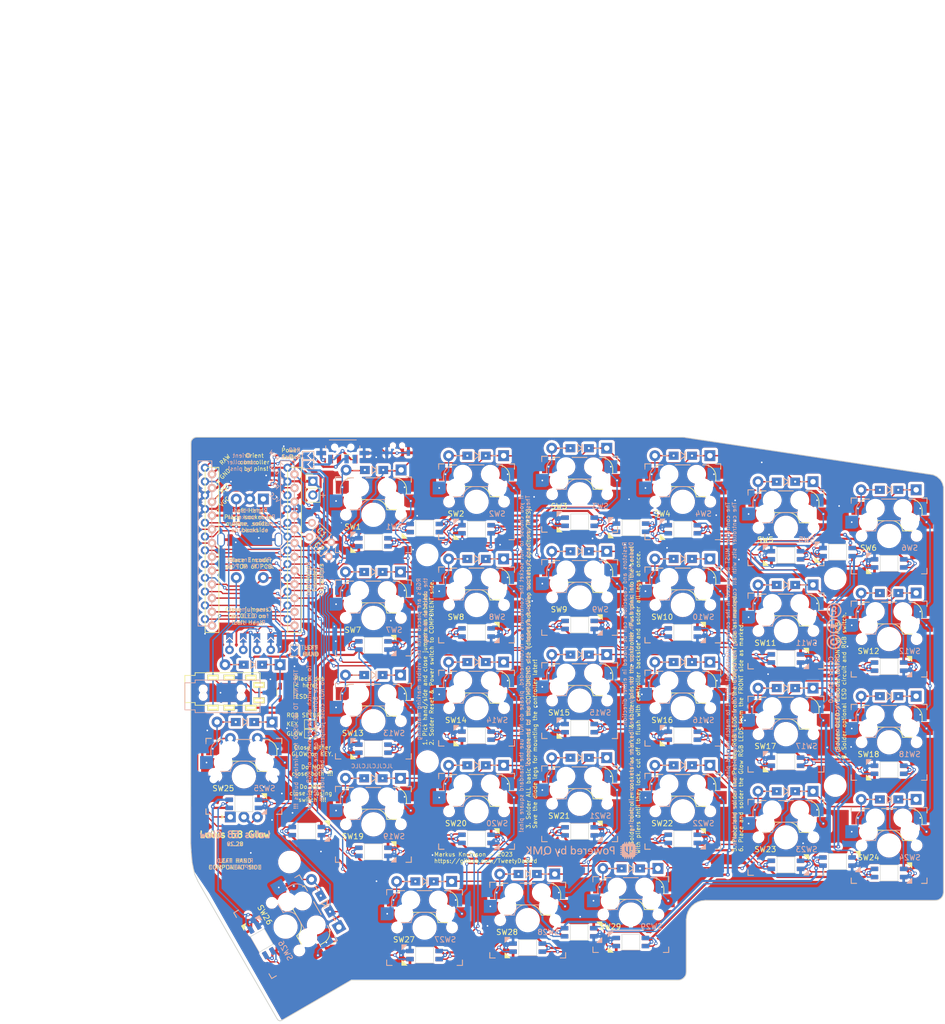
<source format=kicad_pcb>
(kicad_pcb (version 20221018) (generator pcbnew)
  (title_block (title "Lotus 58 Glow") (date "2023-12-27") (rev "v1.28") (company "Markus Knutsson <markus.knutsson@tweety.se>") (comment 1 "https://github.com/TweetyDaBird") (comment 2 "Licensed under Creative Commons BY-SA 4.0 International"))
  (layers (0 "F.Cu" signal) (31 "B.Cu" signal) (34 "B.Paste" user) (35 "F.Paste" user) (36 "B.SilkS" user "B.Silkscreen") (37 "F.SilkS" user "F.Silkscreen") (38 "B.Mask" user) (39 "F.Mask" user) (44 "Edge.Cuts" user))
  (net 0 "")
  (net 1 "/PWR_KEY")
  (net 2 "row4")
  (net 3 "Net-(D1-A)")
  (net 4 "Net-(D2-A)")
  (net 5 "row0")
  (net 6 "Net-(D3-A)")
  (net 7 "row1")
  (net 8 "Net-(D4-A)")
  (net 9 "row2")
  (net 10 "Net-(D5-A)")
  (net 11 "row3")
  (net 12 "Net-(D6-A)")
  (net 13 "Net-(D7-A)")
  (net 14 "Net-(D8-A)")
  (net 15 "Net-(D9-A)")
  (net 16 "Net-(D10-A)")
  (net 17 "Net-(D11-A)")
  (net 18 "Net-(D12-A)")
  (net 19 "Net-(D13-A)")
  (net 20 "Net-(D14-A)")
  (net 21 "Net-(D15-A)")
  (net 22 "Net-(D16-A)")
  (net 23 "Net-(D17-A)")
  (net 24 "Net-(D18-A)")
  (net 25 "Net-(D19-A)")
  (net 26 "Net-(D20-A)")
  (net 27 "Net-(D21-A)")
  (net 28 "Net-(D22-A)")
  (net 29 "Net-(D23-A)")
  (net 30 "Net-(D24-A)")
  (net 31 "Net-(D26-A)")
  (net 32 "Net-(D27-A)")
  (net 33 "VCC")
  (net 34 "GND")
  (net 35 "col0")
  (net 36 "col1")
  (net 37 "col2")
  (net 38 "col3")
  (net 39 "col4")
  (net 40 "col5")
  (net 41 "SDA")
  (net 42 "LED")
  (net 43 "SCL")
  (net 44 "RESET")
  (net 45 "Net-(D28-A)")
  (net 46 "DATA")
  (net 47 "Net-(D29-A)")
  (net 48 "Hand")
  (net 49 "B")
  (net 50 "A")
  (net 51 "Alt")
  (net 52 "Net-(D30-A)")
  (net 53 "/PWR_GLOW")
  (net 54 "unconnected-(P1-0-PadA)")
  (net 55 "unconnected-(P1-0-PadB)")
  (net 56 "unconnected-(P1-0-PadC)")
  (net 57 "unconnected-(P1-0-PadD)")
  (net 58 "Net-(LED1-DOUT)")
  (net 59 "Net-(LED2-DOUT)")
  (net 60 "Net-(LED3-DOUT)")
  (net 61 "Net-(LED4-DOUT)")
  (net 62 "Net-(LED5-DOUT)")
  (net 63 "unconnected-(LED6-DOUT-Pad2)")
  (net 64 "Net-(LED7-DOUT)")
  (net 65 "Net-(LED8-DOUT)")
  (net 66 "Net-(LED10-DIN)")
  (net 67 "Net-(LED10-DOUT)")
  (net 68 "Net-(LED11-DOUT)")
  (net 69 "Net-(LED12-DOUT)")
  (net 70 "Net-(LED13-DIN)")
  (net 71 "Net-(LED13-DOUT)")
  (net 72 "Net-(LED14-DIN)")
  (net 73 "Net-(LED15-DIN)")
  (net 74 "Net-(LED16-DIN)")
  (net 75 "Net-(LED17-DIN)")
  (net 76 "Net-(LED19-DOUT)")
  (net 77 "Net-(LED20-DOUT)")
  (net 78 "Net-(LED21-DOUT)")
  (net 79 "Net-(LED22-DOUT)")
  (net 80 "Net-(LED23-DOUT)")
  (net 81 "Net-(LED24-DOUT)")
  (net 82 "Net-(LED25-DIN)")
  (net 83 "Net-(LED25-DOUT)")
  (net 84 "Net-(LED26-DIN)")
  (net 85 "Net-(LED27-DIN)")
  (net 86 "Net-(LED28-DIN)")
  (net 87 "Net-(LED29-DIN)")
  (net 88 "Net-(LED31-DOUT)")
  (net 89 "unconnected-(J1-PadS)")
  (net 90 "Net-(LED32-DOUT)")
  (net 91 "Net-(LED33-DOUT)")
  (net 92 "RGB_LINK")
  (net 93 "Battery")
  (net 94 "/Batt")
  (net 95 "Net-(LED34-DOUT)")
  (net 100 "Net-(JP1-Pad2)")
  (net 101 "Net-(JP4-Pad2)")
  (footprint "Keyboard Common:Spacer PCB hole" (layer "F.Cu") (at 124.32538 57.40908)
    (fp_text reference "TH1" hide)
    (fp_text value "HOLE" hide)
  )
  (footprint "Keyboard Common:Spacer PCB hole" (layer "F.Cu") (at 199.7 61.8)
    (fp_text reference "TH2" hide)
    (fp_text value "HOLE" hide)
  )
  (footprint "Keyboard Common:Spacer PCB hole" (layer "F.Cu") (at 124.3965 95.5675)
    (fp_text reference "TH3" hide)
    (fp_text value "HOLE" hide)
  )
  (footprint "Keyboard Common:Spacer PCB hole" (layer "F.Cu") (at 199.7 100)
    (fp_text reference "TH4" hide)
    (fp_text value "HOLE" hide)
  )
  (footprint "Keyboard Common:Spacer PCB hole" (layer "F.Cu") (at 98.8949 114.1095 90)
    (fp_text reference "TH5" hide)
    (fp_text value "HOLE" hide)
  )
  (footprint "Keyboard Common:SSD1306-0.91-OLED-4pin-128x32 doublesided" (layer "F.Cu") (at 91.6305 56.4435 -90)
    (fp_text reference "P1" hide)
    (fp_text value "OLED")
  )
  (footprint "Keyboard Library:RotaryEncoder_Alps_EC11E-Switch_Vertical_H20_special" (layer "F.Cu") (at 91.567 54.594 -90)
    (fp_text reference "SW30" hide)
    (fp_text value "Rotary_Encoder_Switch")
  )
  (footprint "Keyboard Controllers:ProMicro_Reversible_orig" (layer "F.Cu") (at 92.109 56.1)
    (fp_text reference "U1" hide)
    (fp_text value "ProMicro" hide)
  )
  (footprint "Common Library:MJ-4PP-9_alim" (layer "F.Cu") (at 81.4705 82.169 90)
    (fp_text reference "J1" hide)
    (fp_text value "PJ-320A" hide)
  )
  (footprint "Keyboard Library:RotaryEncoder_Alps_EC11E-Switch_Special" (layer "F.Cu") (at 90.4748 98.2853 90)
    (fp_text reference "SW31" hide)
    (fp_text value "Rotary_Encoder_Switch")
  )
  (footprint "Keyboard Common:Jumper_min_v2" (layer "F.Cu") (at 99.82 75.12 90)
    (fp_text reference "JP2" hide)
    (fp_text value "LEFT" hide)
  )
  (footprint "Keyboard RGB:MX_SK6812MINI-E_REVERSIBLE" (layer "F.Cu") (at 114.4 55.08 180)
    (fp_text reference "LED7" hide)
    (fp_text value "SK6812MINI-E")
    (fp_line (start -1.65 -1.45) (end 1.65 -1.45) (stroke (width 0.1)) (layer "Edge.Cuts"))
    (fp_line (start -1.65 1.45) (end -1.65 -1.45) (stroke (width 0.1)) (layer "Edge.Cuts"))
    (fp_line (start 1.65 -1.45) (end 1.65 1.45) (stroke (width 0.1)) (layer "Edge.Cuts"))
    (fp_line (start 1.65 1.45) (end -1.65 1.45) (stroke (width 0.1)) (layer "Edge.Cuts"))
  )
  (footprint "Keyboard RGB:MX_SK6812MINI-E_REVERSIBLE" (layer "F.Cu") (at 133.45 52.68 180)
    (fp_text reference "LED8" hide)
    (fp_text value "SK6812MINI-E")
    (fp_line (start -1.65 -1.45) (end 1.65 -1.45) (stroke (width 0.1)) (layer "Edge.Cuts"))
    (fp_line (start -1.65 1.45) (end -1.65 -1.45) (stroke (width 0.1)) (layer "Edge.Cuts"))
    (fp_line (start 1.65 -1.45) (end 1.65 1.45) (stroke (width 0.1)) (layer "Edge.Cuts"))
    (fp_line (start 1.65 1.45) (end -1.65 1.45) (stroke (width 0.1)) (layer "Edge.Cuts"))
  )
  (footprint "Keyboard RGB:MX_SK6812MINI-E_REVERSIBLE" (layer "F.Cu") (at 152.5 51.29 180)
    (fp_text reference "LED9" hide)
    (fp_text value "SK6812MINI-E")
    (fp_line (start -1.65 -1.45) (end 1.65 -1.45) (stroke (width 0.1)) (layer "Edge.Cuts"))
    (fp_line (start -1.65 1.45) (end -1.65 -1.45) (stroke (width 0.1)) (layer "Edge.Cuts"))
    (fp_line (start 1.65 -1.45) (end 1.65 1.45) (stroke (width 0.1)) (layer "Edge.Cuts"))
    (fp_line (start 1.65 1.45) (end -1.65 1.45) (stroke (width 0.1)) (layer "Edge.Cuts"))
  )
  (footprint "Keyboard RGB:MX_SK6812MINI-E_REVERSIBLE" (layer "F.Cu") (at 171.55 52.68 180)
    (fp_text reference "LED10" hide)
    (fp_text value "SK6812MINI-E")
    (fp_line (start -1.65 -1.45) (end 1.65 -1.45) (stroke (width 0.1)) (layer "Edge.Cuts"))
    (fp_line (start -1.65 1.45) (end -1.65 -1.45) (stroke (width 0.1)) (layer "Edge.Cuts"))
    (fp_line (start 1.65 -1.45) (end 1.65 1.45) (stroke (width 0.1)) (layer "Edge.Cuts"))
    (fp_line (start 1.65 1.45) (end -1.65 1.45) (stroke (width 0.1)) (layer "Edge.Cuts"))
  )
  (footprint "Keyboard RGB:MX_SK6812MINI-E_REVERSIBLE" (layer "F.Cu") (at 190.6 57.48 180)
    (fp_text reference "LED11" hide)
    (fp_text value "SK6812MINI-E")
    (fp_line (start -1.65 -1.45) (end 1.65 -1.45) (stroke (width 0.1)) (layer "Edge.Cuts"))
    (fp_line (start -1.65 1.45) (end -1.65 -1.45) (stroke (width 0.1)) (layer "Edge.Cuts"))
    (fp_line (start 1.65 -1.45) (end 1.65 1.45) (stroke (width 0.1)) (layer "Edge.Cuts"))
    (fp_line (start 1.65 1.45) (end -1.65 1.45) (stroke (width 0.1)) (layer "Edge.Cuts"))
  )
  (footprint "Keyboard RGB:MX_SK6812MINI-E_REVERSIBLE" (layer "F.Cu") (at 209.65 58.98 180)
    (fp_text reference "LED12" hide)
    (fp_text value "SK6812MINI-E")
    (fp_line (start -1.65 -1.45) (end 1.65 -1.45) (stroke (width 0.1)) (layer "Edge.Cuts"))
    (fp_line (start -1.65 1.45) (end -1.65 -1.45) (stroke (width 0.1)) (layer "Edge.Cuts"))
    (fp_line (start 1.65 -1.45) (end 1.65 1.45) (stroke (width 0.1)) (layer "Edge.Cuts"))
    (fp_line (start 1.65 1.45) (end -1.65 1.45) (stroke (width 0.1)) (layer "Edge.Cuts"))
  )
  (footprint "Keyboard RGB:MX_SK6812MINI-E_REVERSIBLE" (layer "F.Cu") (at 114.4 74.13)
    (fp_text reference "LED13" hide)
    (fp_text value "SK6812MINI-E")
    (fp_line (start -1.65 -1.45) (end 1.65 -1.45) (stroke (width 0.1)) (layer "Edge.Cuts"))
    (fp_line (start -1.65 1.45) (end -1.65 -1.45) (stroke (width 0.1)) (layer "Edge.Cuts"))
    (fp_line (start 1.65 -1.45) (end 1.65 1.45) (stroke (width 0.1)) (layer "Edge.Cuts"))
    (fp_line (start 1.65 1.45) (end -1.65 1.45) (stroke (width 0.1)) (layer "Edge.Cuts"))
  )
  (footprint "Keyboard RGB:MX_SK6812MINI-E_REVERSIBLE" (layer "F.Cu") (at 133.45 71.73)
    (fp_text reference "LED14" hide)
    (fp_text value "SK6812MINI-E")
    (fp_line (start -1.65 -1.45) (end 1.65 -1.45) (stroke (width 0.1)) (layer "Edge.Cuts"))
    (fp_line (start -1.65 1.45) (end -1.65 -1.45) (stroke (width 0.1)) (layer "Edge.Cuts"))
    (fp_line (start 1.65 -1.45) (end 1.65 1.45) (stroke (width 0.1)) (layer "Edge.Cuts"))
    (fp_line (start 1.65 1.45) (end -1.65 1.45) (stroke (width 0.1)) (layer "Edge.Cuts"))
  )
  (footprint "Keyboard RGB:MX_SK6812MINI-E_REVERSIBLE" (layer "F.Cu") (at 152.5 70.34)
    (fp_text reference "LED15" hide)
    (fp_text value "SK6812MINI-E")
    (fp_line (start -1.65 -1.45) (end 1.65 -1.45) (stroke (width 0.1)) (layer "Edge.Cuts"))
    (fp_line (start -1.65 1.45) (end -1.65 -1.45) (stroke (width 0.1)) (layer "Edge.Cuts"))
    (fp_line (start 1.65 -1.45) (end 1.65 1.45) (stroke (width 0.1)) (layer "Edge.Cuts"))
    (fp_line (start 1.65 1.45) (end -1.65 1.45) (stroke (width 0.1)) (layer "Edge.Cuts"))
  )
  (footprint "Keyboard RGB:MX_SK6812MINI-E_REVERSIBLE" (layer "F.Cu") (at 171.55 71.73)
    (fp_text reference "LED16" hide)
    (fp_text value "SK6812MINI-E")
    (fp_line (start -1.65 -1.45) (end 1.65 -1.45) (stroke (width 0.1)) (layer "Edge.Cuts"))
    (fp_line (start -1.65 1.45) (end -1.65 -1.45) (stroke (width 0.1)) (layer "Edge.Cuts"))
    (fp_line (start 1.65 -1.45) (end 1.65 1.45) (stroke (width 0.1)) (layer "Edge.Cuts"))
    (fp_line (start 1.65 1.45) (end -1.65 1.45) (stroke (width 0.1)) (layer "Edge.Cuts"))
  )
  (footprint "Keyboard RGB:MX_SK6812MINI-E_REVERSIBLE" (layer "F.Cu") (at 190.6 76.53)
    (fp_text reference "LED17" hide)
    (fp_text value "SK6812MINI-E")
    (fp_line (start -1.65 -1.45) (end 1.65 -1.45) (stroke (width 0.1)) (layer "Edge.Cuts"))
    (fp_line (start -1.65 1.45) (end -1.65 -1.45) (stroke (width 0.1)) (layer "Edge.Cuts"))
    (fp_line (start 1.65 -1.45) (end 1.65 1.45) (stroke (width 0.1)) (layer "Edge.Cuts"))
    (fp_line (start 1.65 1.45) (end -1.65 1.45) (stroke (width 0.1)) (layer "Edge.Cuts"))
  )
  (footprint "Keyboard RGB:MX_SK6812MINI-E_REVERSIBLE" (layer "F.Cu") (at 209.65 78.03)
    (fp_text reference "LED18" hide)
    (fp_text value "SK6812MINI-E")
    (fp_line (start -1.65 -1.45) (end 1.65 -1.45) (stroke (width 0.1)) (layer "Edge.Cuts"))
    (fp_line (start -1.65 1.45) (end -1.65 -1.45) (stroke (width 0.1)) (layer "Edge.Cuts"))
    (fp_line (start 1.65 -1.45) (end 1.65 1.45) (stroke (width 0.1)) (layer "Edge.Cuts"))
    (fp_line (start 1.65 1.45) (end -1.65 1.45) (stroke (width 0.1)) (layer "Edge.Cuts"))
  )
  (footprint "Keyboard RGB:MX_SK6812MINI-E_REVERSIBLE" (layer "F.Cu") (at 114.4 93.18 180)
    (fp_text reference "LED19" hide)
    (fp_text value "SK6812MINI-E")
    (fp_line (start -1.65 -1.45) (end 1.65 -1.45) (stroke (width 0.1)) (layer "Edge.Cuts"))
    (fp_line (start -1.65 1.45) (end -1.65 -1.45) (stroke (width 0.1)) (layer "Edge.Cuts"))
    (fp_line (start 1.65 -1.45) (end 1.65 1.45) (stroke (width 0.1)) (layer "Edge.Cuts"))
    (fp_line (start 1.65 1.45) (end -1.65 1.45) (stroke (width 0.1)) (layer "Edge.Cuts"))
  )
  (footprint "Keyboard RGB:MX_SK6812MINI-E_REVERSIBLE" (layer "F.Cu") (at 133.45 90.78 180)
    (fp_text reference "LED20" hide)
    (fp_text value "SK6812MINI-E")
    (fp_line (start -1.65 -1.45) (end 1.65 -1.45) (stroke (width 0.1)) (layer "Edge.Cuts"))
    (fp_line (start -1.65 1.45) (end -1.65 -1.45) (stroke (width 0.1)) (layer "Edge.Cuts"))
    (fp_line (start 1.65 -1.45) (end 1.65 1.45) (stroke (width 0.1)) (layer "Edge.Cuts"))
    (fp_line (start 1.65 1.45) (end -1.65 1.45) (stroke (width 0.1)) (layer "Edge.Cuts"))
  )
  (footprint "Keyboard RGB:MX_SK6812MINI-E_REVERSIBLE" (layer "F.Cu") (at 152.5 89.39 180)
    (fp_text reference "LED21" hide)
    (fp_text value "SK6812MINI-E")
    (fp_line (start -1.65 -1.45) (end 1.65 -1.45) (stroke (width 0.1)) (layer "Edge.Cuts"))
    (fp_line (start -1.65 1.45) (end -1.65 -1.45) (stroke (width 0.1)) (layer "Edge.Cuts"))
    (fp_line (start 1.65 -1.45) (end 1.65 1.45) (stroke (width 0.1)) (layer "Edge.Cuts"))
    (fp_line (start 1.65 1.45) (end -1.65 1.45) (stroke (width 0.1)) (layer "Edge.Cuts"))
  )
  (footprint "Keyboard RGB:MX_SK6812MINI-E_REVERSIBLE" (layer "F.Cu") (at 171.55 90.78 180)
    (fp_text reference "LED22" hide)
    (fp_text value "SK6812MINI-E")
    (fp_line (start -1.65 -1.45) (end 1.65 -1.45) (stroke (width 0.1)) (layer "Edge.Cuts"))
    (fp_line (start -1.65 1.45) (end -1.65 -1.45) (stroke (width 0.1)) (layer "Edge.Cuts"))
    (fp_line (start 1.65 -1.45) (end 1.65 1.45) (stroke (width 0.1)) (layer "Edge.Cuts"))
    (fp_line (start 1.65 1.45) (end -1.65 1.45) (stroke (width 0.1)) (layer "Edge.Cuts"))
  )
  (footprint "Keyboard RGB:MX_SK6812MINI-E_REVERSIBLE" (layer "F.Cu") (at 190.6 95.58 180)
    (fp_text reference "LED23" hide)
    (fp_text value "SK6812MINI-E")
    (fp_line (start -1.65 -1.45) (end 1.65 -1.45) (stroke (width 0.1)) (layer "Edge.Cuts"))
    (fp_line (start -1.65 1.45) (end -1.65 -1.45) (stroke (width 0.1)) (layer "Edge.Cuts"))
    (fp_line (start 1.65 -1.45) (end 1.65 1.45) (stroke (width 0.1)) (layer "Edge.Cuts"))
    (fp_line (start 1.65 1.45) (end -1.65 1.45) (stroke (width 0.1)) (layer "Edge.Cuts"))
  )
  (footprint "Keyboard RGB:MX_SK6812MINI-E_REVERSIBLE" (layer "F.Cu") (at 209.65 97.08 180)
    (fp_text reference "LED24" hide)
    (fp_text value "SK6812MINI-E")
    (fp_line (start -1.65 -1.45) (end 1.65 -1.45) (stroke (width 0.1)) (layer "Edge.Cuts"))
    (fp_line (start -1.65 1.45) (end -1.65 -1.45) (stroke (width 0.1)) (layer "Edge.Cuts"))
    (fp_line (start 1.65 -1.45) (end 1.65 1.45) (stroke (width 0.1)) (layer "Edge.Cuts"))
    (fp_line (start 1.65 1.45) (end -1.65 1.45) (stroke (width 0.1)) (layer "Edge.Cuts"))
  )
  (footprint "Keyboard RGB:MX_SK6812MINI-E_REVERSIBLE" (layer "F.Cu") (at 114.4 112.23)
    (fp_text reference "LED25" hide)
    (fp_text value "SK6812MINI-E")
    (fp_line (start -1.65 -1.45) (end 1.65 -1.45) (stroke (width 0.1)) (layer "Edge.Cuts"))
    (fp_line (start -1.65 1.45) (end -1.65 -1.45) (stroke (width 0.1)) (layer "Edge.Cuts"))
    (fp_line (start 1.65 -1.45) (end 1.65 1.45) (stroke (width 0.1)) (layer "Edge.Cuts"))
    (fp_line (start 1.65 1.45) (end -1.65 1.45) (stroke (width 0.1)) (layer "Edge.Cuts"))
  )
  (footprint "Keyboard RGB:MX_SK6812MINI-E_REVERSIBLE" (layer "F.Cu") (at 133.45 109.83)
    (fp_text reference "LED26" hide)
    (fp_text value "SK6812MINI-E")
    (fp_line (start -1.65 -1.45) (end 1.65 -1.45) (stroke (width 0.1)) (layer "Edge.Cuts"))
    (fp_line (start -1.65 1.45) (end -1.65 -1.45) (stroke (width 0.1)) (layer "Edge.Cuts"))
    (fp_line (start 1.65 -1.45) (end 1.65 1.45) (stroke (width 0.1)) (layer "Edge.Cuts"))
    (fp_line (start 1.65 1.45) (end -1.65 1.45) (stroke (width 0.1)) (layer "Edge.Cuts"))
  )
  (footprint "Keyboard RGB:MX_SK6812MINI-E_REVERSIBLE" (layer "F.Cu") (at 152.5 108.44)
    (fp_text reference "LED27" hide)
    (fp_text value "SK6812MINI-E")
    (fp_line (start -1.65 -1.45) (end 1.65 -1.45) (stroke (width 0.1)) (layer "Edge.Cuts"))
    (fp_line (start -1.65 1.45) (end -1.65 -1.45) (stroke (width 0.1)) (layer "Edge.Cuts"))
    (fp_line (start 1.65 -1.45) (end 1.65 1.45) (stroke (width 0.1)) (layer "Edge.Cuts"))
    (fp_line (start 1.65 1.45) (end -1.65 1.45) (stroke (width 0.1)) (layer "Edge.Cuts"))
  )
  (footprint "Keyboard RGB:MX_SK6812MINI-E_REVERSIBLE" (layer "F.Cu") (at 171.55 109.83)
    (fp_text reference "LED28" hide)
    (fp_text value "SK6812MINI-E")
    (fp_line (start -1.65 -1.45) (end 1.65 -1.45) (stroke (width 0.1)) (layer "Edge.Cuts"))
    (fp_line (start -1.65 1.45) (end -1.65 -1.45) (stroke (width 0.1)) (layer "Edge.Cuts"))
    (fp_line (start 1.65 -1.45) (end 1.65 1.45) (stroke (width 0.1)) (layer "Edge.Cuts"))
    (fp_line (start 1.65 1.45) (end -1.65 1.45) (stroke (width 0.1)) (layer "Edge.Cuts"))
  )
  (footprint "Keyboard RGB:MX_SK6812MINI-E_REVERSIBLE" (layer "F.Cu") (at 190.6 114.63)
    (fp_text reference "LED29" hide)
    (fp_text value "SK6812MINI-E")
    (fp_line (start -1.65 -1.45) (end 1.65 -1.45) (stroke (width 0.1)) (layer "Edge.Cuts"))
    (fp_line (start -1.65 1.45) (end -1.65 -1.45) (stroke (width 0.1)) (layer "Edge.Cuts"))
    (fp_line (start 1.65 -1.45) (end 1.65 1.45) (stroke (width 0.1)) (layer "Edge.Cuts"))
    (fp_line (start 1.65 1.45) (end -1.65 1.45) (stroke (width 0.1)) (layer "Edge.Cuts"))
  )
  (footprint "Keyboard RGB:MX_SK6812MINI-E_REVERSIBLE" (layer "F.Cu") (at 209.65 116.13)
    (fp_text reference "LED30" hide)
    (fp_text value "SK6812MINI-E")
    (fp_line (start -1.65 -1.45) (end 1.65 -1.45) (stroke (width 0.1)) (layer "Edge.Cuts"))
    (fp_line (start -1.65 1.45) (end -1.65 -1.45) (stroke (width 0.1)) (layer "Edge.Cuts"))
    (fp_line (start 1.65 -1.45) (end 1.65 1.45) (stroke (width 0.1)) (layer "Edge.Cuts"))
    (fp_line (start 1.65 1.45) (end -1.65 1.45) (stroke (width 0.1)) (layer "Edge.Cuts"))
  )
  (footprint "Keyboard RGB:MX_SK6812MINI-E_REVERSIBLE" (layer "F.Cu") (at 90.4748 103.3653)
    (fp_text reference "LED31" hide)
    (fp_text value "SK6812MINI-E")
    (fp_line (start -1.65 -1.45) (end 1.65 -1.45) (stroke (width 0.1)) (layer "Edge.Cuts"))
    (fp_line (start -1.65 1.45) (end -1.65 -1.45) (stroke (width 0.1)) (layer "Edge.Cuts"))
    (fp_line (start 1.65 -1.45) (end 1.65 1.45) (stroke (width 0.1)) (layer "Edge.Cuts"))
    (fp_line (start 1.65 1.45) (end -1.65 1.45) (stroke (width 0.1)) (layer "Edge.Cuts"))
  )
  (footprint "Keyboard RGB:MX_SK6812MINI-E_REVERSIBLE" (layer "F.Cu") (at 93.771591 128.587499 120)
    (fp_text reference "LED32" hide)
    (fp_text value "SK6812MINI-E")
    (fp_line (start -1.65 -1.45) (end 1.65 -1.45) (stroke (width 0.1)) (layer "Edge.Cuts"))
    (fp_line (start -1.65 1.45) (end -1.65 -1.45) (stroke (width 0.1)) (layer "Edge.Cuts"))
    (fp_line (start 1.65 -1.45) (end 1.65 1.45) (stroke (width 0.1)) (layer "Edge.Cuts"))
    (fp_line (start 1.65 1.45) (end -1.65 1.45) (stroke (width 0.1)) (layer "Edge.Cuts"))
  )
  (footprint "Keyboard RGB:MX_SK6812MINI-E_REVERSIBLE" (layer "F.Cu") (at 123.85 131.28 180)
    (fp_text reference "LED33" hide)
    (fp_text value "SK6812MINI-E")
    (fp_line (start -1.65 -1.45) (end 1.65 -1.45) (stroke (width 0.1)) (layer "Edge.Cuts"))
    (fp_line (start -1.65 1.45) (end -1.65 -1.45) (stroke (width 0.1)) (layer "Edge.Cuts"))
    (fp_line (start 1.65 -1.45) (end 1.65 1.45) (stroke (width 0.1)) (layer "Edge.Cuts"))
    (fp_line (start 1.65 1.45) (end -1.65 1.45) (stroke (width 0.1)) (layer "Edge.Cuts"))
  )
  (footprint "Keyboard RGB:MX_SK6812MINI-E_REVERSIBLE" (layer "F.Cu") (at 142.8977 129.9083 180)
    (fp_text reference "LED34" hide)
    (fp_text value "SK6812MINI-E")
    (fp_line (start -1.65 -1.45) (end 1.65 -1.45) (stroke (width 0.1)) (layer "Edge.Cuts"))
    (fp_line (start -1.65 1.45) (end -1.65 -1.45) (stroke (width 0.1)) (layer "Edge.Cuts"))
    (fp_line (start 1.65 -1.45) (end 1.65 1.45) (stroke (width 0.1)) (layer "Edge.Cuts"))
    (fp_line (start 1.65 1.45) (end -1.65 1.45) (stroke (width 0.1)) (layer "Edge.Cuts"))
  )
  (footprint "Keyboard RGB:MX_SK6812MINI-E_REVERSIBLE" (layer "F.Cu") (at 161.95 128.88 180)
    (fp_text reference "LED35" hide)
    (fp_text value "SK6812MINI-E")
    (fp_line (start -1.65 -1.45) (end 1.65 -1.45) (stroke (width 0.1)) (layer "Edge.Cuts"))
    (fp_line (start -1.65 1.45) (end -1.65 -1.45) (stroke (width 0.1)) (layer "Edge.Cuts"))
    (fp_line (start 1.65 -1.45) (end 1.65 1.45) (stroke (width 0.1)) (layer "Edge.Cuts"))
    (fp_line (start 1.65 1.45) (end -1.65 1.45) (stroke (width 0.1)) (layer "Edge.Cuts"))
  )
  (footprint "Keyboard Common:MSK12C02" (layer "F.Cu") (at 108.74 37.52 180)
    (fp_text reference "S1" hide)
    (fp_text value "MSK12C02" hide)
  )
  (footprint "Connector_PinHeader_2.54mm:PinHeader_1x02_P2.54mm_Vertical" (layer "F.Cu") (at 103.22 43.82)
    (fp_text reference "J2" hide)
    (fp_text value "Conn_01x02")
  )
  (footprint "Keyboard Library:Diode_DO35_SOD123" (layer "F.Cu") (at 92.1512 77.6732 180)
    (fp_text reference "D30" hide)
    (fp_text value "1N4148/1N4148W" hide)
  )
  (footprint "Keyboard Common:Jumper_min_v2" (layer "F.Cu") (at 102.726 90.416)
    (fp_text reference "JP5" hide)
    (fp_text value "FULL" hide)
  )
  (footprint "Keyboard Common:Jumper_min_v2" (layer "F.Cu") (at 102.342 39.1)
    (fp_text reference "JP1" hide)
    (fp_text value "FULL" hide)
  )
  (footprint "Keyboard Common:Jumper_min_v2" (layer "F.Cu") (at 102.342 40.71)
    (fp_text reference "JP4" hide)
    (fp_text value "FULL" hide)
  )
  (footprint "Keyboard Common:YTS-A002" (layer "F.Cu") (at 118.86 37.21)
    (fp_text reference "RES2" hide)
    (fp_text value "TS-A002" hide)
  )
  (footprint "Package_TO_SOT_SMD:SOT-23-6" (layer "F.Cu") (at 98.14 82.8 -90)
    (fp_text reference "U2" hide)
    (fp_text value "SRV05-4")
  )
  (footprint "Keyboard Common:Jumper_min_v2" (layer "F.Cu") (at 102.726 88.646)
    (fp_text reference "JP6" hide)
    (fp_text value "FULL" hide)
  )
  (footprint "Keyboard Library:Diode_DO35_SOD123" (layer "B.Cu") (at 114.52 41.73 180)
    (fp_text reference "D1" hide)
    (fp_text value "1N4148/1N4148W" hide)
  )
  (footprint "Keyboard Library:Diode_DO35_SOD123" (layer "B.Cu") (at 152.5 37.71 180)
    (fp_text reference "D3" hide)
    (fp_text value "1N4148/1N4148W" hide)
  )
  (footprint "Keyboard Library:Diode_DO35_SOD123" (layer "B.Cu") (at 171.55 39.1 180)
    (fp_text reference "D4" hide)
    (fp_text value "1N4148/1N4148W" hide)
  )
  (footprint "Keyboard Library:Diode_DO35_SOD123" (layer "B.Cu") (at 209.65 45.4 180)
    (fp_text reference "D6" hide)
    (fp_text value "1N4148/1N4148W" hide)
  )
  (footprint "Keyboard Library:Diode_DO35_SOD123" (layer "B.Cu") (at 152.5 56.76 180)
    (fp_text reference "D9" hide)
    (fp_text value "1N4148/1N4148W" hide)
  )
  (footprint "Keyboard Library:Diode_DO35_SOD123" (layer "B.Cu") (at 171.55 58.15 180)
    (fp_text reference "D10" hide)
    (fp_text value "1N4148/1N4148W" hide)
  )
  (footprint "Keyboard Library:Diode_DO35_SOD123" (layer "B.Cu") (at 190.6 62.95 180)
    (fp_text reference "D11" hide)
    (fp_text value "1N4148/1N4148W" hide)
  )
  (footprint "Keyboard Library:Diode_DO35_SOD123" (layer "B.Cu") (at 209.65 64.45 180)
    (fp_text reference "D12" hide)
    (fp_text value "1N4148/1N4148W" hide)
  )
  (footprint "Keyboard Library:Diode_DO35_SOD123" (layer "B.Cu") (at 114.4 79.6 180)
    (fp_text reference "D13" hide)
    (fp_text value "1N4148/1N4148W" hide)
  )
  (footprint "Keyboard Library:Diode_DO35_SOD123" (layer "B.Cu") (at 133.45 77.2 180)
    (fp_text reference "D14" hide)
    (fp_text value "1N4148/1N4148W" hide)
  )
  (footprint "Keyboard Library:Diode_DO35_SOD123" (layer "B.Cu") (at 152.5 75.81 180)
    (fp_text reference "D15" hide)
    (fp_text value "1N4148/1N4148W" hide)
  )
  (footprint "Keyboard Library:Diode_DO35_SOD123" (layer "B.Cu") (at 171.55 77.2 180)
    (fp_text reference "D16" hide)
    (fp_text value "1N4148/1N4148W" hide)
  )
  (footprint "Keyboard Library:Diode_DO35_SOD123" (layer "B.Cu") (at 209.65 83.5 180)
    (fp_text reference "D18" hide)
    (fp_text value "1N4148/1N4148W" hide)
  )
  (footprint "Keyboard Library:Diode_DO35_SOD123" (layer "B.Cu") (at 114.4 98.65 180)
    (fp_text reference "D19" hide)
    (fp_text value "1N4148/1N4148W" hide)
  )
  (footprint "Keyboard Library:Diode_DO35_SOD123" (layer "B.Cu") (at 133.45 96.25 180)
    (fp_text reference "D20" hide)
    (fp_text value "1N4148/1N4148W" hide)
  )
  (footprint "Keyboard Library:Diode_DO35_SOD123" (layer "B.Cu") (at 152.5 94.86 180)
    (fp_text reference "D21" hide)
    (fp_text value "1N4148/1N4148W" hide)
  )
  (footprint "Keyboard Library:Diode_DO35_SOD123" (layer "B.Cu") (at 171.55 96.25 180)
    (fp_text reference "D22" hide)
    (fp_text value "1N4148/1N4148W" hide)
  )
  (footprint "Keyboard Library:Diode_DO35_SOD123" (layer "B.Cu") (at 190.6 101.05 180)
    (fp_text reference "D23" hide)
    (fp_text value "1N4148/1N4148W" hide)
  )
  (footprint "Keyboard Library:Diode_DO35_SOD123" (layer "B.Cu") (at 105.532215 121.797501 120)
    (fp_text reference "D26" hide)
    (fp_text value "1N4148/1N4148W" hide)
  )
  (footprint "Keyboard Library:Diode_DO35_SOD123" (layer "B.Cu") (at 123.85 117.7 180)
    (fp_text reference "D27" hide)
    (fp_text value "1N4148/1N4148W" hide)
  )
  (footprint "Keyboard Switches:SW_MX_HotSwap_Reversible" (layer "B.Cu") (at 133.45 47.6 180)
    (fp_text reference "SW2" hide)
    (fp_text value "Kailh hotswap MX socket" hide)
  )
  (footprint "Keyboard Switches:SW_MX_HotSwap_Reversible" (layer "B.Cu") (at 152.5 46.21 180)
    (fp_text reference "SW3" hide)
    (fp_text value "Kailh hotswap MX socket" hide)
  )
  (footprint "Keyboard Switches:SW_MX_HotSwap_Reversible" (layer "B.Cu") (at 171.55 47.6 180)
    (fp_text reference "SW4" hide)
    (fp_text value "Kailh hotswap MX socket" hide)
  )
  (footprint "Keyboard Switches:SW_MX_HotSwap_Reversible" (layer "B.Cu") (at 209.65 53.9 180)
    (fp_text reference "SW6" hide)
    (fp_text value "Kailh hotswap MX socket" hide)
  )
  (footprint "Keyboard Switches:SW_MX_HotSwap_Reversible" (layer "B.Cu") (at 114.4 69.05 180)
    (fp_text reference "SW7" hide)
    (fp_text value "Kailh hotswap MX socket" hide)
  )
  (footprint "Keyboard Switches:SW_MX_HotSwap_Reversible" (layer "B.Cu") (at 152.5 65.26 180)
    (fp_text reference "SW9" hide)
    (fp_text value "Kailh hotswap MX socket" hide)
  )
  (footprint "Keyboard Switches:SW_MX_HotSwap_Reversible" (layer "B.Cu") (at 171.55 66.65 180)
    (fp_text reference "SW10" hide)
    (fp_text value "Kailh hotswap MX socket" hide)
  )
  (footprint "Keyboard Switches:SW_MX_HotSwap_Reversible" (layer "B.Cu") (at 190.6 71.45 180)
    (fp_text reference "SW11" hide)
    (fp_text value "Kailh hotswap MX socket" hide)
  )
  (footprint "Keyboard Switches:SW_MX_HotSwap_Reversible" (layer "B.Cu") (at 209.65 72.95 180)
    (fp_text reference "SW12" hide)
    (fp_text value "Kailh hotswap MX socket" hide)
  )
  (footprint "Keyboard Switches:SW_MX_HotSwap_Reversible" (layer "B.Cu") (at 114.4 88.1 180)
    (fp_text reference "SW13" hide)
    (fp_text value "Kailh hotswap MX socket" hide)
  )
  (footprint "Keyboard Switches:SW_MX_HotSwap_Reversible" (layer "B.Cu") (at 133.45 85.7 180)
    (fp_text reference "SW14" hide)
    (fp_text value "Kailh hotswap MX socket" hide)
  )
  (footprint "Keyboard Switches:SW_MX_HotSwap_Reversible" (layer "B.Cu") (at 152.5 84.31 180)
    (fp_text reference "SW15" hide)
    (fp_text value "Kailh hotswap MX socket" hide)
  )
  (footprint "Keyboard Switches:SW_MX_HotSwap_Reversible" (layer "B.Cu") (at 190.6 90.5 180)
    (fp_text reference "SW17" hide)
    (fp_text value "Kailh hotswap MX socket" hide)
  )
  (footprint "Keyboard Switches:SW_MX_HotSwap_Reversible" (layer "B.Cu") (at 209.65 92 180)
    (fp_text reference "SW18" hide)
    (fp_text value "Kailh hotswap MX socket" hide)
  )
  (footprint "Keyboard Switches:SW_MX_HotSwap_Reversible" (layer "B.Cu") (at 114.4 107.15 180)
    (fp_text reference "SW19" hide)
    (fp_text value "Kailh hotswap MX socket" hide)
  )
  (footprint "Keyboard Switches:SW_MX_HotSwap_Reversible" (layer "B.Cu") (at 133.45 104.75 180)
    (fp_text reference "SW20" hide)
    (fp_text value "Kailh hotswap MX socket" hide)
  )
  (footprint "Keyboard Switches:SW_MX_HotSwap_Reversible" (layer "B.Cu") (at 152.5 103.36 180)
    (fp_text reference "SW21" hide)
    (fp_text value "Kailh hotswap MX socket" hide)
  )
  (footprint "Keyboard Switches:SW_MX_HotSwap_Reversible" (layer "B.Cu") (at 171.55 104.75 180)
    (fp_text reference "SW22" hide)
    (fp_text value "Kailh hotswap MX socket" hide)
  )
  (footprint "Keyboard Switches:SW_MX_HotSwap_Reversible" (layer "B.Cu") (at 190.6 109.55 180)
    (fp_text reference "SW23" hide)
    (fp_text value "Kailh hotswap MX socket" hide)
  )
  (footprint "Keyboard Switches:SW_MX_HotSwap_Reversible" (layer "B.Cu") (at 123.85 126.2 180)
    (fp_text reference "SW27" hide)
    (fp_text value "Kailh hotswap MX socket" hide)
  )
  (footprint "Keyboard Switches:SW_MX_HotSwap_Reversible" (layer "B.Cu") (at 142.8977 124.8283 180)
    (fp_text reference "SW28" hide)
    (fp_text value "Kailh hotswap MX socket" hide)
  )
  (footprint "Keyboard Switches:SW_MX_HotSwap_Reversible" (layer "B.Cu") (at 161.95 123.8 180)
    (fp_text reference "SW29" hide)
    (fp_text value "Kailh hotswap MX socket" hide)
  )
  (footprint "Keyboard Switches:SW_MX_HotSwap_Reversible" (layer "B.Cu") (at 114.4 50 180)
    (fp_text reference "SW1" hide)
    (fp_text value "Kailh hotswap MX socket" hide)
  )
  (footprint "Keyboard Library:Diode_DO35_SOD123" (layer "B.Cu") (at 209.65 102.55 180)
    (fp_text reference "D24" hide)
    (fp_text value "1N4148/1N4148W" hide)
  )
  (footprint "Keyboard Switches:SW_MX_HotSwap_Reversible" (layer "B.Cu") (at 90.4748 98.2853 180)
    (fp_text reference "SW25" hide)
    (fp_text value "Kailh hotswap MX socket" hide)
  )
  (footprint "Keyboard Switches:SW_MX_HotSwap_Reversible" (layer "B.Cu") (at 209.65 111.05 180)
    (fp_text reference "SW24" hide)
    (fp_text value "Kailh hotswap MX socket" hide)
  )
  (footprint "Keyboard Library:Diode_DO35_SOD123" (layer "B.Cu") (at 114.4 60.55 180)
    (fp_text reference "D7" hide)
    (fp_text value "1N4148/1N4148W" hide)
  )
  (footprint "Keyboard Library:Diode_DO35_SOD123" (layer "B.Cu") (at 133.45 58.15 180)
    (fp_text reference "D8" hide)
    (fp_text value "1N4148/1N4148W" hide)
  )
  (footprint "Common Library:RESISTOR_Reversible" (layer "B.Cu") (at 104.8385 53.2765 -45)
    (fp_text reference "C1")
    (fp_text value "100nF" hide)
  )
  (footprint "Common Library:RESISTOR_Reversible" (layer "B.Cu") (at 104.375949 55.912749 135)
    (fp_text reference "C2")
    (fp_text value "100nF" hide)
  )
  (footprint "Keyboard Common:Jumper_min_v2" (layer "B.Cu") (at 99.82 75.12 90)
    (fp_text reference "JP3" hide)
    (fp_text value "RIGHT" hide)
  )
  (footprint "Keyboard Switches:SW_MX_HotSwap_Reversible" (layer "B.Cu") (at 98.171 126.0475 120)
    (fp_text reference "SW26" hide)
    (fp_text value "Kailh hotswap MX socket" hide)
  )
  (footprint "Keyboard Library:Diode_DO35_SOD123" (layer "B.Cu") (at 142.8977 116.3283 180)
    (fp_text reference "D28" hide)
    (fp_text value "1N4148/1N4148W" hide)
  )
  (footprint "Keyboard Library:Diode_DO35_SOD123" (layer "B.Cu") (at 161.95 115.3 180)
    (fp_text reference "D29" hide)
    (fp_text value "1N4148/1N4148W" hide)
  )
  (footprint "Keyboard Switches:SW_MX_HotSwap_Reversible" (layer "B.Cu") (at 171.55 85.7 180)
    (fp_text reference "SW16" hide)
    (fp_text value "Kailh hotswap MX socket" hide)
  )
  (footprint "Keyboard Library:Diode_DO35_SOD123" (layer "B.Cu") (at 133.45 39.098 180)
    (fp_text reference "D2" hide)
    (fp_text value "1N4148/1N4148W" hide)
  )
  (footprint "Keyboard Library:Diode_DO35_SOD123" (layer "B.Cu") (at 190.6 43.9 180)
    (fp_text reference "D5" hide)
    (fp_text value "1N4148/1N4148W" hide)
  )
  (footprint "Keyboard RGB:MX_SK6812MINI-E_REVERSIBLE" (layer "B.Cu") (at 200.125 114.022)
    (fp_text reference "LED4" hide)
    (fp_text value "SK6812MINI-E")
    (fp_line (start -1.65 -1.45) (end -1.65 1.45) (stroke (width 0.1)) (layer "Edge.Cuts"))
    (fp_line (start -1.65 1.45) (end 1.65 1.45) (stroke (width 0.1)) (layer "Edge.Cuts"))
    (fp_line (start 1.65 -1.45) (end -1.65 -1.45) (stroke (width 0.1)) (layer "Edge.Cuts"))
    (fp_line (start 1.65 1.45) (end 1.65 -1.45) (stroke (width 0.1)) (layer "Edge.Cuts"))
  )
  (footprint "Keyboard RGB:MX_SK6812MINI-E_REVERSIBLE" (layer "B.Cu") (at 152.4 127.0795)
    (fp_text reference "LED5" hide)
    (fp_text value "SK6812MINI-E")
    (fp_line (start -1.65 -1.45) (end -1.65 1.45) (stroke (width 0.1)) (layer "Edge.Cuts"))
    (fp_line (start -1.65 1.45) (end 1.65 1.45) (stroke (width 0.1)) (layer "Edge.Cuts"))
    (fp_line (start 1.65 -1.45) (end -1.65 -1.45) (stroke (width 0.1)) (layer "Edge.Cuts"))
    (fp_line (start 1.65 1.45) (end 1.65 -1.45) (stroke (width 0.1)) (layer "Edge.Cuts"))
  )
  (footprint "Keyboard RGB:MX_SK6812MINI-E_REVERSIBLE" (layer "B.Cu") (at 102.108 108.3945)
    (fp_text reference "LED6" hide)
    (fp_text value "SK6812MINI-E")
    (fp_line (start -1.65 -1.45) (end -1.65 1.45) (stroke (width 0.1)) (layer "Edge.Cuts"))
    (fp_line (start -1.65 1.45) (end 1.65 1.45) (stroke (width 0.1)) (layer "Edge.Cuts"))
    (fp_line (start 1.65 -1.45) (end -1.65 -1.45) (stroke (width 0.1)) (layer "Edge.Cuts"))
    (fp_line (start 1.65 1.45) (end 1.65 -1.45) (stroke (width 0.1)) (layer "Edge.Cuts"))
  )
  (footprint "Keyboard RGB:MX_SK6812MINI-E_REVERSIBLE" (layer "B.Cu") (at 200.152 56.896 180)
    (fp_text reference "LED3" hide)
    (fp_text value "SK6812MINI-E")
    (fp_line (start -1.65 -1.45) (end -1.65 1.45) (stroke (width 0.1)) (layer "Edge.Cuts"))
    (fp_line (start -1.65 1.45) (end 1.65 1.45) (stroke (width 0.1)) (layer "Edge.Cuts"))
    (fp_line (start 1.65 -1.45) (end -1.65 -1.45) (stroke (width 0.1)) (layer "Edge.Cuts"))
    (fp_line (start 1.65 1.45) (end 1.65 -1.45) (stroke (width 0.1)) (layer "Edge.Cuts"))
  )
  (footprint "Keyboard RGB:MX_SK6812MINI-E_REVERSIBLE" (layer "B.Cu") (at 123.8885 52.451 180)
    (fp_text reference "LED1" hide)
    (fp_text value "SK6812MINI-E")
    (fp_line (start -1.65 -1.45) (end -1.65 1.45) (stroke (width 0.1)) (layer "Edge.Cuts"))
    (fp_line (start -1.65 1.45) (end 1.65 1.45) (stroke (width 0.1)) (layer "Edge.Cuts"))
    (fp_line (start 1.65 -1.45) (end -1.65 -1.45) (stroke (width 0.1)) (layer "Edge.Cuts"))
    (fp_line (start 1.65 1.45) (end 1.65 -1.45) (stroke (width 0.1)) (layer "Edge.Cuts"))
  )
  (footprint "Keyboard Library:Diode_DO35_SOD123" (layer "B.Cu") (at 190.6 82 180)
    (fp_text reference "D17" hide)
    (fp_text value "1N4148/1N4148W" hide)
  )
  (footprint "Keyboard Library:Diode_DO35_SOD123" (layer "B.Cu") (at 90.678 88.265 180)
    (fp_text reference "D25" hide)
    (fp_text value "1N4148/1N4148W" hide)
  )
  (footprint "Keyboard Switches:SW_MX_HotSwap_Reversible" (layer "B.Cu") (at 190.6 52.4 180)
    (fp_text reference "SW5" hide)
    (fp_text value "Kailh hotswap MX socket" hide)
  )
  (footprint "Keyboard RGB:MX_SK6812MINI-E_REVERSIBLE" (layer "B.Cu") (at 161.9885 52.3875 180)
    (fp_text reference "LED2" hide)
    (fp_text value "SK6812MINI-E")
    (fp_line (start -1.65 -1.45) (end -1.65 1.45) (stroke (width 0.1)) (layer "Edge.Cuts"))
    (fp_line (start -1.65 1.45) (end 1.65 1.45) (stroke (width 0.1)) (layer "Edge.Cuts"))
    (fp_line (start 1.65 -1.45) (end -1.65 -1.45) (stroke (width 0.1)) (layer "Edge.Cuts"))
    (fp_line (start 1.65 1.45) (end 1.65 -1.45) (stroke (width 0.1)) (layer "Edge.Cuts"))
  )
  (footprint "Keyboard Switches:SW_MX_HotSwap_Reversible" (layer "B.Cu") (at 133.45 66.65 180)
    (fp_text reference "SW8" hide)
    (fp_text value "Kailh hotswap MX socket" hide)
  )
  (footprint "Logotypes:CC_BY_SA_40_line" (layer "B.Cu") (at 199.405 79.591511 -90)
    (fp_text reference "Logo2")
    (fp_text value "CC-BY-SA-4.0" hide)
  )
  (footprint "Keyboard Common:Jumper_min_v2" (layer "B.Cu") (at 102.342 40.71)
    (fp_text reference "JP8" hide)
    (fp_text value "FULL" hide)
  )
  (footprint "Keyboard Common:MSK12C02" (layer "B.Cu") (at 108.74 37.52)
    (fp_text reference "S2" hide)
    (fp_text value "MSK12C02" hide)
  )
  (footprint "Logotypes:qmk logo" (layer "B.Cu") (at 152.87 111.96 180)
    (fp_text reference "Logo1" hide)
    (fp_text value "QMK_Logo" hide)
  )
  (footprint "Keyboard Common:Jumper_min_v2" (layer "B.Cu") (at 102.342 39.1)
    (fp_text reference "JP7" hide)
    (fp_text value "FULL" hide)
  )
  (footprint "Keyboard Common:YTS-A002" (layer "B.Cu") (at 118.86 37.21 180)
    (fp_text reference "RES1" hide)
    (fp_text value "TS-A002" hide)
  )
  (gr_line (start 81.4197 116.3955) (end 81.9785 117.6655) (stroke (width 0.15)) (layer "Edge.Cuts"))
  (gr_line (start 219.50172 44.1452) (end 219.70492 44.8564) (stroke (width 0.15)) (layer "Edge.Cuts"))
  (gr_line (start 219.258732 120.757048) (end 219.03678 120.940136) (stroke (width 0.15)) (layer "Edge.Cuts"))
  (gr_line (start 219.03678 120.940136) (end 218.781972 121.078352) (stroke (width 0.15)) (layer "Edge.Cuts"))
  (gr_line (start 219.667372 119.998631) (end 219.580037 120.280287) (stroke (width 0.15)) (layer "Edge.Cuts"))
  (gr_line (start 219.580037 120.280287) (end 219.441821 120.535096) (stroke (width 0.15)) (layer "Edge.Cuts"))
  (gr_line (start 219.70492 119.6848) (end 219.667372 119.998631) (stroke (width 0.15)) (layer "Edge.Cuts"))
  (gr_line (start 219.441821 120.535096) (end 219.258732 120.757048) (stroke (width 0.15)) (layer "Edge.Cuts"))
  (gr_line (start 218.781972 121.078352) (end 218.500315 121.165688) (stroke (width 0.15)) (layer "Edge.Cuts"))
  (gr_line (start 218.500315 121.165688) (end 218.18092 121.19356) (stroke (width 0.15)) (layer "Edge.Cuts"))
  (gr_line (start 172.075297 134.989392) (end 171.937081 135.244201) (stroke (width 0.15)) (layer "Edge.Cuts"))
  (gr_line (start 80.7003 36.7444) (end 80.722283 36.528775) (stroke (width 0.15)) (layer "Edge.Cuts"))
  (gr_line (start 80.722283 36.528775) (end 80.783417 36.331615) (stroke (width 0.15)) (layer "Edge.Cuts"))
  (gr_line (start 81.342063 35.77297) (end 81.539222 35.711835) (stroke (width 0.15)) (layer "Edge.Cuts"))
  (gr_line (start 81.539222 35.711835) (end 81.7544 35.6903) (stroke (width 0.15)) (layer "Edge.Cuts"))
  (gr_line (start 80.880169 36.153249) (end 81.00833 35.997883) (stroke (width 0.15)) (layer "Edge.Cuts"))
  (gr_line (start 80.783417 36.331615) (end 80.880169 36.153249) (stroke (width 0.15)) (layer "Edge.Cuts"))
  (gr_line (start 81.00833 35.997883) (end 81.163697 35.869721) (stroke (width 0.15)) (layer "Edge.Cuts"))
  (gr_line (start 81.163697 35.869721) (end 81.342063 35.77297) (stroke (width 0.15)) (layer "Edge.Cuts"))
  (gr_line (start 80.772 112.649) (end 80.899 114.1095) (stroke (width 0.15)) (layer "Edge.Cuts"))
  (gr_line (start 80.7085 111.8235) (end 80.772 112.649) (stroke (width 0.15)) (layer "Edge.Cuts"))
  (gr_line (start 171.704 35.687) (end 81.7544 35.6903) (stroke (width 0.15)) (layer "Edge.Cuts"))
  (gr_line (start 218.511891 42.96639) (end 217.79552 42.621355) (stroke (width 0.15)) (layer "Edge.Cuts"))
  (gr_line (start 81.153 115.3795) (end 81.4197 116.3955) (stroke (width 0.15)) (layer "Edge.Cuts"))
  (gr_line (start 97.119252 143.413974) (end 97.268206 143.404468) (stroke (width 0.15)) (layer "Edge.Cuts"))
  (gr_line (start 171.53204 135.649242) (end 171.277232 135.787458) (stroke (width 0.15)) (layer "Edge.Cuts"))
  (gr_line (start 96.629837 143.08815) (end 96.735295 143.222884) (stroke (width 0.15)) (layer "Edge.Cuts"))
  (gr_line (start 80.645 110.617) (end 80.7003 36.7444) (stroke (width 0.15)) (layer "Edge.Cuts"))
  (gr_line (start 80.645 110.617) (end 80.7085 111.8235) (stroke (width 0.15)) (layer "Edge.Cuts"))
  (gr_line (start 172.162633 134.707736) (end 172.075297 134.989392) (stroke (width 0.15)) (layer "Edge.Cuts"))
  (gr_line (start 171.277232 135.787458) (end 170.995576 135.874793) (stroke (width 0.15)) (layer "Edge.Cuts"))
  (gr_line (start 172.19308 134.427634) (end 172.162633 134.707736) (stroke (width 0.15)) (layer "Edge.Cuts"))
  (gr_line (start 96.852328 143.322532) (end 96.98047 143.386445) (stroke (width 0.15)) (layer "Edge.Cuts"))
  (gr_line (start 171.753993 135.466153) (end 171.53204 135.649242) (stroke (width 0.15)) (layer "Edge.Cuts"))
  (gr_line (start 110.31982 135.90524) (end 170.69308 135.90524) (stroke (width 0.15)) (layer "Edge.Cuts"))
  (gr_line (start 174.356326 121.468421) (end 175.013524 121.264638) (stroke (width 0.15)) (layer "Edge.Cuts"))
  (gr_line (start 80.899 114.1095) (end 81.153 115.3795) (stroke (width 0.15)) (layer "Edge.Cuts"))
  (gr_line (start 97.426864 143.357278) (end 97.594758 143.271756) (stroke (width 0.15)) (layer "Edge.Cuts"))
  (gr_line (start 171.937081 135.244201) (end 171.753993 135.466153) (stroke (width 0.15)) (layer "Edge.Cuts"))
  (gr_line (start 97.594758 143.271756) (end 110.31982 135.90524) (stroke (width 0.15)) (layer "Edge.Cuts"))
  (gr_line (start 172.19422 124.69622) (end 172.19308 134.427634) (stroke (width 0.15)) (layer "Edge.Cuts"))
  (gr_line (start 173.243884 122.218131) (end 173.761773 121.790925) (stroke (width 0.15)) (layer "Edge.Cuts"))
  (gr_line (start 217.79552 42.621355) (end 171.704 35.687) (stroke (width 0.15)) (layer "Edge.Cuts"))
  (gr_line (start 175.719348 121.193595) (end 218.18092 121.19356) (stroke (width 0.15)) (layer "Edge.Cuts"))
  (gr_line (start 97.268206 143.404468) (end 97.426864 143.357278) (stroke (width 0.15)) (layer "Edge.Cuts"))
  (gr_line (start 172.494174 123.330573) (end 172.816678 122.73602) (stroke (width 0.15)) (layer "Edge.Cuts"))
  (gr_line (start 219.13342 43.5102) (end 219.50172 44.1452) (stroke (width 0.15)) (layer "Edge.Cuts"))
  (gr_line (start 219.70492 44.8564) (end 219.70492 119.6848) (stroke (width 0.15)) (layer "Edge.Cuts"))
  (gr_line (start 172.19422 124.69622) (end 172.290391 123.987771) (stroke (width 0.15)) (layer "Edge.Cuts"))
  (gr_line (start 172.816678 122.73602) (end 173.243884 122.218131) (stroke (width 0.15)) (layer "Edge.Cuts"))
  (gr_line (start 219.13342 43.5102) (end 218.511891 42.96639) (stroke (width 0.15)) (layer "Edge.Cuts"))
  (gr_line (start 96.735295 143.222884) (end 96.852328 143.322532) (stroke (width 0.15)) (layer "Edge.Cuts"))
  (gr_line (start 81.9785 117.6655) (end 96.629837 143.08815) (stroke (width 0.15)) (layer "Edge.Cuts"))
  (gr_line (start 170.995576 135.874793) (end 170.69308 135.90524) (stroke (width 0.15)) (layer "Edge.Cuts"))
  (gr_line (start 173.761773 121.790925) (end 174.356326 121.468421) (stroke (width 0.15)) (layer "Edge.Cuts"))
  (gr_line (start 96.98047 143.386445) (end 97.119252 143.413974) (stroke (width 0.15)) (layer "Edge.Cuts"))
  (gr_line (start 172.290391 123.987771) (end 172.494174 123.330573) (stroke (width 0.15)) (layer "Edge.Cuts"))
  (gr_line (start 175.013524 121.264638) (end 175.719348 121.193595) (stroke (width 0.15)) (layer "Edge.Cuts"))
  (gr_text "Lotus 58 Glow" (at 88.85 109.0422) (layer "B.SilkS") (effects (font (size 1.2 1.2) (thickness 0.25)) (justify mirror)))
  (gr_text "Close jumpers \nfor OLED on \nRight Hand" (at 91.340952 68.69) (layer "B.SilkS") (effects (font (size 0.75 0.75) (thickness 0.12)) (justify mirror)))
  (gr_text "Place Encoder\non TOP of PCB." (at 91.43 58.91) (layer "B.SilkS") (effects (font (size 0.75 0.75) (thickness 0.12)) (justify mirror)))
  (gr_text "RGB's are placed with the visible marking matching \nthe notch on the leg. " (at 123.39 61.61 90) (layer "B.SilkS") (effects (font (size 0.75 0.75) (thickness 0.12)) (justify left mirror)))
  (gr_text "-  +" (at 105.06 45.02 90) (layer "B.SilkS") (effects (font (size 1 1) (thickness 0.12)) (justify mirror)))
  (gr_text "Right Hand:\nPlace socket in \noutline, solder \non backside" (at 91.567 51.02) (layer "B.SilkS") (effects (font (size 0.75 0.75) (thickness 0.12)) (justify mirror)))
  (gr_text "RIGHT HAND\nCOMPONENT SIDE" (at 88.85 114.48) (layer "B.SilkS") (effects (font (size 0.75 0.75) (thickness 0.12)) (justify mirror)))
  (gr_text "v1.28" (at 88.85 110.79) (layer "B.SilkS") (effects (font (size 0.75 0.75) (thickness 0.12)) (justify mirror)))
  (gr_text "RIGHT \nHAND" (at 104.32 75.12) (layer "B.SilkS") (effects (font (size 0.75 0.75) (thickness 0.12)) (justify left mirror)))
  (gr_text "TRRS NOT TO BE USED for wireless builds !!!\n\nTo set switch as power switch or RGB selector \nclose BOTH jumpers on the same side. \nDo NOT close jumpers on both sides !!!\n" (at 102.51 91.47 90) (layer "B.SilkS") (effects (font (size 0.75 0.75) (thickness 0.12)) (justify mirror)))
  (gr_text "RGB\nSwitch" (at 101.03 38.69) (layer "B.SilkS") (effects (font (size 0.75 0.75) (thickness 0.12)) (justify left mirror)))
  (gr_text "- RST" (at 96.64 44.96 315) (layer "B.SilkS") (effects (font (size 0.75 0.75) (thickness 0.12)) (justify mirror)))
  (gr_text "- GND" (at 96.57 42.21 315) (layer "B.SilkS") (effects (font (size 0.75 0.75) (thickness 0.12)) (justify mirror)))
  (gr_text "- VCC" (at 96.67 47.35 315) (layer "B.SilkS") (effects (font (size 0.75 0.75) (thickness 0.12)) (justify mirror)))
  (gr_text "If you choose to not socket the controllers as recommended, please do NOT use the standard square pins!\nThese are very hard to remove without damage if the controller needs to be replaced!" (at 142.32 46.33 90) (layer "B.SilkS") (effects (font (size 0.75 0.75) (thickness 0.12)) (justify left mirror)))
  (gr_text "Orient \ncontroller \nby pins!" (at 89.8 40.29) (layer "B.SilkS") (effects (font (size 0.75 0.75) (thickness 0.12)) (justify mirror)))
  (gr_text "The controller MUST be placed in the correct orientation! Align it to match marked pins!\nThe controller sits with all components facing the keyboard PCB, and a flat backside towards the plate/case." (at 180.46 47.57 90) (layer "B.SilkS") (effects (font (size 0.75 0.75) (thickness 0.12)) (justify left mirror)))
  (gr_text "JLCJLCJLCJLC" (at 114.15 96.4) (layer "B.SilkS") (effects (font (size 0.75 0.75) (thickness 0.12)) (justify mirror)))
  (gr_text "Resistors and capacitors can be placed in either direction.\nDiodes MUST be placed with the stripe on the body at the line/side where arrow is pointing." (at 161.41 54.93 90) (layer "B.SilkS") (effects (font (size 0.75 0.75) (thickness 0.12)) (justify left mirror)))
  (gr_text "Right Hand:\nEncoder\nCapacitors" (at 103.59 61.97 90) (layer "B.SilkS") (effects (font (size 0.75 0.75) (thickness 0.12)) (justify mirror)))
  (gr_text "- RAW" (at 96.6 39.58 315) (layer "B.SilkS") (effects (font (size 0.75 0.75) (thickness 0.12)) (justify mirror)))
  (gr_text "Close jumpers \nfor OLED on \nLeft Hand" (at 91.340952 68.69) (layer "F.SilkS") (effects (font (size 0.75 0.75) (thickness 0.12))))
  (gr_text "Lotus 58 Glow" (at 88.85 109.0422) (layer "F.SilkS") (effects (font (size 1.2 1.2) (thickness 0.25))))
  (gr_text "GLOW" (at 99.86562 90.424) (layer "F.SilkS") (effects (font (size 0.75 0.75) (thickness 0.12))))
  (gr_text "KEY" (at 99.401334 88.646) (layer "F.SilkS") (effects (font (size 0.75 0.75) (thickness 0.12))))
  (gr_text "Left Hand:\nPlace socket in \noutline, solder \non backside" (at 91.567 51.02) (layer "F.SilkS") (effects (font (size 0.75 0.75) (thickness 0.12))))
  (gr_text "4. Solder controller sockets as marked & solder pins to the controller. Push pins into the socket \nwith pliers until they lock, cut off to flush with controller backside and solder all legs at once." (at 162.68 112.63 90) (layer "F.SilkS") (effects (font (size 0.75 0.75) (thickness 0.12)) (justify left)))
  (gr_text "5. Place and solder the Per-key RGB LEDS from the COMPONENT side as marked.\n6. Place and solder the Glow RGB LEDS from the FRONT side as marked.\n" (at 181.69 112.28 90) (layer "F.SilkS") (effects (font (size 0.75 0.75) (thickness 0.12)) (justify left)))
  (gr_text "Place Encoder\non TOP of PCB." (at 91.59 58.96) (layer "F.SilkS") (effects (font (size 0.75 0.75) (thickness 0.12))))
  (gr_text "1. Pick hand/side and close jumpers as labeled.\n2. Solder Reset & Power switch to COMPONENT side." (at 124.54 92.63 90) (layer "F.SilkS") (effects (font (size 0.75 0.75) (thickness 0.12)) (justify left)))
  (gr_text "LEFT\nHAND" (at 102.87 75.15) (layer "F.SilkS") (effects (font (size 0.75 0.75) (thickness 0.12))))
  (gr_text "Place dot \n< here!" (at 99.7 81.9) (layer "F.SilkS") (effects (font (size 0.75 0.75) (thickness 0.12)) (justify left bottom)))
  (gr_text "-  +" (at 105.17 45.02 270) (layer "F.SilkS") (effects (font (size 1 1) (thickness 0.12))))
  (gr_text "- RAW" (at 86.449492 40.36 -315) (layer "F.SilkS") (effects (font (size 0.75 0.75) (thickness 0.12))))
  (gr_text "Power\nSwitch" (at 97.34 38.69) (layer "F.SilkS") (effects (font (size 0.75 0.75) (thickness 0.12)) (justify left)))
  (gr_text "- RST" (at 86.409492 45.74 -315) (layer "F.SilkS") (effects (font (size 0.75 0.75) (thickness 0.12))))
  (gr_text "v1.28" (at 88.85 110.79) (layer "F.SilkS") (effects (font (size 0.75 0.75) (thickness 0.12))))
  (gr_text "ESD" (at 101.092 83.566) (layer "F.SilkS") (effects (font (size 0.75 0.75) (thickness 0.12))))
  (gr_text "Close either\nGLOW or KEY.\n\nDo NOT\nclose both !!!\n\nDo NOT \nclose if using \nswitch !!!" (at 103.124 97.79) (layer "F.SilkS") (effects (font (size 0.75 0.75) (thickness 0.12))))
  (gr_text "RGB SETUP" (at 101.526334 87.006) (layer "F.SilkS") (effects (font (size 0.75 0.75) (thickness 0.12))))
  (gr_text "3. Solder ALL basic components to the COMPONENT side (diodes/hot-swap sockets/capacitors/TRRS). \nSave the diode legs for mounting the controller later!" (at 143.64 107.99 90) (layer "F.SilkS") (effects (font (size 0.75 0.75) (thickness 0.12)) (justify left)))
  (gr_text "LEFT HAND\nCOMPONENT SIDE" (at 88.85 114.48) (layer "F.SilkS") (effects (font (size 0.75 0.75) (thickness 0.12))))
  (gr_text "Markus Knutsson - 2023\nhttps://github.com/TweetyDaBird\n" (at 125.55 113.3) (layer "F.SilkS") (effects (font (size 0.75 0.75) (thickness 0.12)) (justify left)))
  (gr_text "Orient \ncontroller \nby pins!" (at 92.74 40.29) (layer "F.SilkS") (effects (font (size 0.75 0.75) (thickness 0.12))))
  (gr_text "- VCC" (at 86.379492 48.13 -315) (layer "F.SilkS") (effects (font (size 0.75 0.75) (thickness 0.12))))
  (gr_text "Left Hand:\nEncoder\nCapacitors" (at 103.59 61.97 90) (layer "F.SilkS") (effects (font (size 0.75 0.75) (thickness 0.12))))
  (gr_text "7. Solder OLED / Encoder to FRONT of PCB.\n8. Solder optional ESD circuit and RGB switch." (at 200.74 95.16 90) (layer "F.SilkS") (effects (font (size 0.75 0.75) (thickness 0.12)) (justify left)))
  (gr_text "- GND" (at 86.479492 42.99 -315) (layer "F.SilkS") (effects (font (size 0.75 0.75) (thickness 0.12))))
  (segment (start 87.8348 104.1153) (end 84.9753 104.1153) (width 0.4) (layer "F.Cu") (net 1))
  (segment (start 112.377717 114.147717) (end 111.76 113.53) (width 0.4) (layer "F.Cu") (net 1))
  (segment (start 117.04 92.43) (end 117.443522 92.43) (width 0.4) (layer "F.Cu") (net 1))
  (segment (start 148.707298 108.437298) (end 148.352702 108.437298) (width 0.4) (layer "F.Cu") (net 1))
  (segment (start 149.86 109.19) (end 149.46 109.19) (width 0.4) (layer "F.Cu") (net 1))
  (segment (start 187.562526 77.28) (end 187.96 77.28) (width 0.4) (layer "F.Cu") (net 1))
  (segment (start 119.55839 76.06161) (end 112.786163 76.06161) (width 0.4) (layer "F.Cu") (net 1))
  (segment (start 175.339777 90.782215) (end 177.637312 90.782215) (width 0.4) (layer "F.Cu") (net 1))
  (segment (start 130.41249 110.58) (end 129.659806 109.827316) (width 0.4) (layer "F.Cu") (net 1))
  (segment (start 175.852682 52.17) (end 175.340102 52.68258) (width 0.4) (layer "F.Cu") (net 1))
  (segment (start 182.235 53.835) (end 180.03 53.835) (width 0.4) (layer "F.Cu") (net 1))
  (segment (start 111.76 113.53) (end 111.76 112.98) (width 0.4) (layer "F.Cu") (net 1))
  (segment (start 127.638741 131.281054) (end 126.887687 130.53) (width 0.4) (layer "F.Cu") (net 1))
  (segment (start 182.11 111.93) (end 180.14 111.93) (width 0.4) (layer "F.Cu") (net 1))
  (segment (start 168.91 72.635447) (end 169.922309 73.647756) (width 0.4) (layer "F.Cu") (net 1))
  (segment (start 95.74111 131.792938) (end 95.666093 131.867955) (width 0.4) (layer "F.Cu") (net 1))
  (segment (start 149.86 109.8) (end 149.86 109.19) (width 0.4) (layer "F.Cu") (net 1))
  (segment (start 174.587522 51.93) (end 174.19 51.93) (width 0.4) (layer "F.Cu") (net 1))
  (segment (start 136.493131 51.93) (end 136.09 51.93) (width 0.4) (layer "F.Cu") (net 1))
  (segment (start 179.99 93.61) (end 192.175447 93.61) (width 0.4) (layer "F.Cu") (net 1))
  (segment (start 175.340102 52.68258) (end 174.587522 51.93) (width 0.4) (layer "F.Cu") (net 1))
  (segment (start 104.14 77.94) (end 104.14 88.646) (width 0.4) (layer "F.Cu") (net 1))
  (segment (start 117.443522 92.43) (end 118.190497 93.176975) (width 0.4) (layer "F.Cu") (net 1))
  (segment (start 168.91 110.58) (end 168.91 111.09) (width 0.4) (layer "F.Cu") (net 1))
  (segment (start 130.412283 72.48) (end 130.81 72.48) (width 0.4) (layer "F.Cu") (net 1))
  (segment (start 186.809528 76.527002) (end 183.269246 76.527002) (width 0.4) (layer "F.Cu") (net 1))
  (segment (start 117.04 54.33) (end 117.432612 54.33) (width 0.4) (layer "F.Cu") (net 1))
  (segment (start 110.05 130.48) (end 106.55 133.98) (width 0.4) (layer "F.Cu") (net 1))
  (segment (start 205.861896 78.030343) (end 205.252239 78.64) (width 0.4) (layer "F.Cu") (net 1))
  (segment (start 177.637312 90.782215) (end 179.99 93.134903) (width 0.4) (layer "F.Cu") (net 1))
  (segment (start 158.290699 126.962244) (end 163.577691 126.962244) (width 0.4) (layer "F.Cu") (net 1))
  (segment (start 155.538711 88.64) (end 155.14 88.64) (width 0.4) (layer "F.Cu") (net 1))
  (segment (start 193.24 94.674553) (end 192.175447 93.61) (width 0.4) (layer "F.Cu") (net 1))
  (segment (start 84.73 114.77) (end 84.73 108.7) (width 0.4) (layer "F.Cu") (net 1))
  (segment (start 176.701472 52.17) (end 175.852682 52.17) (width 0.4) (layer "F.Cu") (net 1))
  (segment (start 99.75 133.98) (end 96.53 130.76) (width 0.4) (layer "F.Cu") (net 1))
  (segment (start 118.662283 114.147717) (end 112.377717 114.147717) (width 0.4) (layer "F.Cu") (net 1))
  (segment (start 94.851363 126.671363) (end 96.53 128.35) (width 0.4) (layer "F.Cu") (net 1))
  (segment (start 205.859547 116.132975) (end 205.112522 116.88) (width 0.4) (layer "F.Cu") (net 1))
  (segment (start 157.16369 50.41405) (end 166.278972 50.41405) (width 0.4) (layer "F.Cu") (net 1))
  (segment (start 111.362477 74.88) (end 111.76 74.88) (width 0.4) (layer "F.Cu") (net 1))
  (segment (start 180.39 73.647756) (end 180.189998 73.647756) (width 0.4) (layer "F.Cu") (net 1))
  (segment (start 169.922309 73.647756) (end 180.189998 73.647756) (width 0.4) (layer "F.Cu") (net 1))
  (segment (start 174.19 89.874553) (end 172.955447 88.64) (width 0.4) (layer "F.Cu") (net 1))
  (segment (start 169.75 111.93) (end 180.14 111.93) (width 0.4) (layer "F.Cu") (net 1))
  (segment (start 103.194 88.646) (end 104.14 88.646) (width 0.4) (layer "F.Cu") (net 1))
  (segment (start 129.207538 55.72) (end 135.862668 55.72) (width 0.4) (layer "F.Cu") (net 1))
  (segment (start 150.64 110.58) (end 149.86 109.8) (width 0.4) (layer "F.Cu") (net 1))
  (segment (start 129.659806 109.827316) (end 122.982684 109.827316) (width 0.4) (layer "F.Cu") (net 1))
  (segment (start 193.24 94.83) (end 193.642908 94.83) (width 0.4) (layer "F.Cu") (net 1))
  (segment (start 167.760685 109.831695) (end 167.01238 110.58) (width 0.4) (layer "F.Cu") (net 1))
  (segment (start 164.59 127.974553) (end 164.59 128.13) (width 0.4) (layer "F.Cu") (net 1))
  (segment (start 193.642908 94.83) (end 194.390208 95.5773) (width 0.4) (layer "F.Cu") (net 1))
  (segment (start 212.687527 96.33) (end 213.440056 97.082529) (width 0.4) (layer "F.Cu") (net 1))
  (segment (start 151.214553 72.6) (end 149.86 71.245447) (width 0.4) (layer "F.Cu") (net 1))
  (segment (start 126.887687 130.53) (end 126.49 130.53) (width 0.4) (layer "F.Cu") (net 1))
  (segment (start 178.366472 53.835) (end 176.701472 52.17) (width 0.4) (layer "F.Cu") (net 1))
  (segment (start 165.06566 128.13) (end 165.772926 128.837266) (width 0.4) (layer "F.Cu") (net 1))
  (segment (start 174.587562 90.03) (end 175.339777 90.782215) (width 0.4) (layer "F.Cu") (net 1))
  (segment (start 168.91 111.09) (end 169.75 111.93) (width 0.4) (layer "F.Cu") (net 1))
  (segment (start 145.5377 129.1583) (end 145.933328 129.1583) (width 0.4) (layer "F.Cu") (net 1))
  (segment (start 117.85 130.48) (end 110.05 130.48) (width 0.4) (layer "F.Cu") (net 1))
  (segment (start 186.809528 76.527002) (end 187.562526 77.28) (width 0.4) (layer "F.Cu") (net 1))
  (segment (start 131.82227 111.747717) (end 130.81 110.735447) (width 0.4) (layer "F.Cu") (net 1))
  (segment (start 186.810362 114.627941) (end 186.288303 115.15) (width 0.4) (layer "F.Cu") (net 1))
  (segment (start 149.46 109.19) (end 148.707298 108.437298) (width 0.4) (layer "F.Cu") (net 1))
  (segment (start 129.661507 71.729224) (end 130.412283 72.48) (width 0.4) (layer "F.Cu") (net 1))
  (segment (start 213.439846 58.977708) (end 212.692138 58.23) (width 0.4) (layer "F.Cu") (net 1))
  (segment (start 185.33 115.15) (end 182.11 111.93) (width 0.4) (layer "F.Cu") (net 1))
  (segment (start 138.732244 73.647756) (end 131.822309 73.647756) (width 0.4) (layer "F.Cu") (net 1))
  (segment (start 122.647472 88.72) (end 118.190497 93.176975) (width 0.4) (layer "F.Cu") (net 1))
  (segment (start 130.81 110.735447) (end 130.81 110.58) (width 0.4) (layer "F.Cu") (net 1))
  (segment (start 118.98 129.35) (end 117.85 130.48) (width 0.4) (layer "F.Cu") (net 1))
  (segment (start 189.164553 78.64) (end 187.96 77.435447) (width 0.4) (layer "F.Cu") (net 1))
  (segment (start 165.863062 72.6198) (end 165.843262 72.6) (width 0.4) (layer "F.Cu") (net 1))
  (segment (start 128.105 54.617462) (end 129.207538 55.72) (width 0.4) (layer "F.Cu") (net 1))
  (segment (start 206.611553 78.78) (end 207.01 78.78) (width 0.4) (layer "F.Cu") (net 1))
  (segment (start 155.14 88.64) (end 155.14 88.484553) (width 0.4) (layer "F.Cu") (net 1))
  (segment (start 204.611726 55.38) (end 204.050661 55.38) (width 0.4) (layer "F.Cu") (net 1))
  (segment (start 118.221785 55.119173) (end 118.723496 54.617462) (width 0.4) (layer "F.Cu") (net 1))
  (segment (start 155.14 50.54) (end 155.14 50.39868) (width 0.4) (layer "F.Cu") (net 1))
  (segment (start 155.14 50.39868) (end 154.04132 49.3) (width 0.4) (layer "F.Cu") (net 1))
  (segment (start 180.03 53.835) (end 178.366472 53.835) (width 0.4) (layer "F.Cu") (net 1))
  (segment (start 174.19 90.03) (end 174.587562 90.03) (width 0.4) (layer "F.Cu") (net 1))
  (segment (start 167.01238 110.58) (end 150.64 110.58) (width 0.4) (layer "F.Cu") (net 1))
  (segment (start 106.55 133.98) (end 99.75 133.98) (width 0.4) (layer "F.Cu") (net 1))
  (segment (start 167.759511 71.733017) (end 166.872728 72.6198) (width 0.4) (layer "F.Cu") (net 1))
  (segment (start 172.955447 88.64) (end 157.037747 88.64) (width 0.4) (layer "F.Cu") (net 1))
  (segment (start 125.465447 129.35) (end 118.98 129.35) (width 0.4) (layer "F.Cu") (net 1))
  (segment (start 212.29 58.074553) (end 210.794786 56.579339) (width 0.4) (layer "F.Cu") (net 1))
  (segment (start 166.624922 50.76) (end 173.175447 50.76) (width 0.4) (layer "F.Cu") (net 1))
  (segment (start 130.81 110.58) (end 130.41249 110.58) (width 0.4) (layer "F.Cu") (net 1))
  (segment (start 96.53 130.76) (end 96.53 128.35) (width 0.4) (layer "F.Cu") (net 1))
  (segment (start 148.710893 70.338537) (end 147.72943 71.32) (width 0.4) (layer "F.Cu") (net 1))
  (segment (start 212.29 96.33) (end 212.29 96.174553) (width 0.4) (layer "F.Cu") (net 1))
  (segment (start 95.74111 130.498806) (end 95.74111 131.792938) (width 0.4) (layer "F.Cu") (net 1))
  (segment (start 166.278972 50.41405) (end 166.624922 50.76) (width 0.4) (layer "F.Cu") (net 1))
  (segment (start 156.288293 51.289447) (end 157.16369 50.41405) (width 0.4) (layer "F.Cu") (net 1))
  (segment (start 206.606572 116.88) (end 205.859547 116.132975) (width 0.4) (layer "F.Cu") (net 1))
  (segment (start 136.09 89.874553) (end 134.935447 88.72) (width 0.4) (layer "F.Cu") (net 1))
  (segment (start 126.49 130.53) (end 126.49 130.374553) (width 0.4) (layer "F.Cu") (net 1))
  (segment (start 193.24 94.83) (end 193.24 94.674553) (width 0.4) (layer "F.Cu") (net 1))
  (segment (start 148.710893 70.338537) (end 149.462356 71.09) (width 0.4) (layer "F.Cu") (net 1))
  (segment (start 174.19 90.03) (end 174.19 89.874553) (width 0.4) (layer "F.Cu") (net 1))
  (segment (start 136.09 90.03) (end 136.09 89.874553) (width 0.4) (layer "F.Cu") (net 1))
  (segment (start 128.129795 130.79) (end 135.67 130.79) (width 0.4) (layer "F.Cu") (net 1))
  (segment (start 207.01 116.88) (end 206.606572 116.88) (width 0.4) (layer "F.Cu") (net 1))
  (segment (start 137.240313 52.677182) (end 136.493131 51.93) (width 0.4) (layer "F.Cu") (net 1))
  (segment (start 154.04132 49.3) (end 147.72 49.3) (width 0.4) (layer "F.Cu") (net 1))
  (segment (start 179.99 93.134903) (end 179.99 93.61) (width 0.4) (layer "F.Cu") (net 1))
  (segment (start 187.96 115.83) (end 187.96 115.38) (width 0.4) (layer "F.Cu") (net 1))
  (segment (start 135.862668 55.72) (end 136.012668 55.87) (width 0.4) (layer "F.Cu") (net 1))
  (segment (start 111.76 74.88) (end 110.76 75.88) (width 0.4) (layer "F.Cu") (net 1))
  (segment (start 168.91 72.48) (end 168.91 72.635447) (width 0.4) (layer "F.Cu") (net 1))
  (segment (start 153.945447 87.29) (end 147.973262 87.29) (width 0.4) (layer "F.Cu") (net 1))
  (segment (start 187.562421 115.38) (end 186.810362 114.627941) (width 0.4) (layer "F.Cu") (net 1))
  (segment (start 110.76 75.88) (end 106.2 75.88) (width 0.4) (layer "F.Cu") (net 1))
  (segment (start 205.861896 78.030343) (end 206.611553 78.78) (width 0.4) (layer "F.Cu") (net 1))
  (segment (start 186.288303 115.15) (end 185.33 115.15) (width 0.4) (layer "F.Cu") (net 1))
  (segment (start 122.982684 109.827316) (end 118.662283 114.147717) (width 0.4) (layer "F.Cu") (net 1))
  (segment (start 136.491842 90.03) (end 136.09 90.03) (width 0.4) (layer "F.Cu") (net 1))
  (segment (start 205.112522 116.88) (end 189.01 116.88) (width 0.4) (layer "F.Cu") (net 1))
  (segment (start 212.29 96.174553) (end 211.27773 95.162283) (width 0.4) (layer "F.Cu") (net 1))
  (segment (start 147.973262 87.29) (end 145.403262 89.86) (width 0.4) (layer "F.Cu") (net 1))
  (segment (start 138.469456 127.990544) (end 144.525391 127.990544) (width 0.4) (layer "F.Cu") (net 1))
  (segment (start 192.387522 55.48) (end 183.88 55.48) (width 0.4) (layer "F.Cu") (net 1))
  (segment (start 135.67 130.79) (end 138.469456 127.990544) (width 0.4) (layer "F.Cu") (net 1))
  (segment (start 147.72 49.3) (end 144.85 52.17) (width 0.4) (layer "F.Cu") (net 1))
  (segment (start 141.06 71.32) (end 138.732244 73.647756) (width 0.4) (layer "F.Cu") (net 1))
  (segment (start 164.59 128.13) (end 165.06566 128.13) (width 0.4) (layer "F.Cu") (net 1))
  (segment (start 205.811065 56.579339) (end 204.611726 55.38) (width 0.4) (layer "F.Cu") (net 1))
  (segment (start 84.73 114.77) (end 94.851363 124.891363) (width 0.4) (layer "F.Cu") (net 1))
  (segment (start 168.506494 72.48) (end 168.91 72.48) (width 0.4) (layer "F.Cu") (net 1))
  (segment (start 137.239706 90.777864) (end 136.491842 90.03) (width 0.4) (layer "F.Cu") (net 1))
  (segment (start 165.772926 128.837266) (end 165.772926 128.147074) (width 0.4) (layer "F.Cu") (net 1))
  (segment (start 157.037747 88.64) (end 156.288229 89.389518) (width 0.4) (layer "F.Cu") (net 1))
  (segment (start 110.609904 74.127427) (end 111.362477 74.88) (width 0.4) (layer "F.Cu") (net 1))
  (segment (start 145.042283 111.747717) (end 131.82227 111.747717) (width 0.4) (layer "F.Cu") (net 1))
  (segment (start 112.786163 76.06161) (end 111.76 75.035447) (width 0.4) (layer "F.Cu") (net 1))
  (segment (start 165.772926 128.147074) (end 177.48 116.44) (width 0.4) (layer "F.Cu") (net 1))
  (segment (start 145.933328 129.1583) (end 146.744588 129.96956) (width 0.4) (layer "F.Cu") (net 1))
  (segment (start 111.76 112.98) (end 111.362284 112.98) (width 0.4) (layer "F.Cu") (net 1))
  (segment (start 163.577691 126.962244) (end 164.59 127.974553) (width 0.4) (layer "F.Cu") (net 1))
  (segment (start 187.96 115.38) (end 187.562421 115.38) (width 0.4) (layer "F.Cu") (net 1))
  (segment (start 212.29 58.23) (end 212.29 58.074553) (width 0.4) (layer "F.Cu") (net 1))
  (segment (start 106.2 75.88) (end 104.14 77.94) (width 0.4) (layer "F.Cu") (net 1))
  (segment (start 94.851363 126.671363) (end 94.851363 124.891363) (width 0.4) (layer "F.Cu") (net 1))
  (segment (start 194.390109 57.482587) (end 192.387522 55.48) (width 0.4) (layer "F.Cu") (net 1))
  (segment (start 212.29 96.33) (end 212.687527 96.33) (width 0.4) (layer "F.Cu") (net 1))
  (segment (start 131.822309 73.647756) (end 130.81 72.635447) (width 0.4) (layer "F.Cu") (net 1))
  (segment (start 145.403262 89.86) (end 138.15757 89.86) (width 0.4) (layer "F.Cu") (net 1))
  (segment (start 183.269246 76.527002) (end 180.39 73.647756) (width 0.4) (layer "F.Cu") (net 1))
  (segment (start 174.19 51.774553) (end 174.19 51.93) (width 0.4) (layer "F.Cu") (net 1))
  (segment (start 187.96 77.435447) (end 187.96 77.28) (width 0.4) (layer "F.Cu") (net 1))
  (segment (start 149.462356 71.09) (end 149.86 71.09) (width 0.4) (layer "F.Cu") (net 1))
  (segment (start 111.362284 112.98) (end 110.611495 112.229211) (width 0.4) (layer "F.Cu") (net 1))
  (segment (start 144.525391 127.990544) (end 145.5377 129.002853) (width 0.4) (layer "F.Cu") (net 1))
  (segment (start 117.432612 54.33) (end 118.221785 55.119173) (width 0.4) (layer "F.Cu") (net 1))
  (segment (start 127.890731 73.5) (end 122.12 73.5) (width 0.4) (layer "F.Cu") (net 1))
  (segment (start 194.805225 95.162283) (end 194.390208 95.5773) (width 0.4) (layer "F.Cu") (net 1))
  (segment (start 96.53 130.76) (end 96.268806 130.498806) (width 0.4) (layer "F.Cu") (net 1))
  (segment (start 203.107163 54.436502) (end 196.53676 54.436502) (width 0.4) (layer "F.Cu") (net 1))
  (segment (start 167.759511 71.733017) (end 168.506494 72.48) (width 0.4) (layer "F.Cu") (net 1))
  (segment (start 165.843262 72.6) (end 151.214553 72.6) (width 0.4) (layer "F.Cu") (net 1))
  (segment (start 205.252239 78.64) (end 189.164553 78.64) (width 0.4) (layer "F.Cu") (net 1))
  (segment (start 168.50899 110.58) (end 167.760685 109.831695) (width 0.4) (layer "F.Cu") (net 1))
  (segment (start 183.88 55.48) (end 182.235 53.835) (width 0.4) (layer "F.Cu") (net 1))
  (segment (start 155.283383 129.96956) (end 158.290699 126.962244) (width 0.4) (layer "F.Cu") (net 1))
  (segment (start 196.53676 54.436502) (end 194.390109 56.583153) (width 0.4) (layer "F.Cu") (net 1))
  (segment (start 96.268806 130.498806) (end 95.74111 130.498806) (width 0.4) (layer "F.Cu") (net 1))
  (segment (start 194.390109 56.583153) (end 194.390109 57.482587) (width 0.4) (layer "F.Cu") (net 1))
  (segment (start 122.12 73.5) (end 119.55839 76.06161) (width 0.4) (layer "F.Cu") (net 1))
  (segment (start 155.14 88.484553) (end 153.945447 87.29) (width 0.4) (layer "F.Cu") (net 1))
  (segment (start 118.723496 54.617462) (end 128.105 54.617462) (width 0.4) (layer "F.Cu") (net 1))
  (segment (start 168.91 110.58) (end 168.50899 110.58) (width 0.4) (layer "F.Cu") (net 1))
  (segment (start 211.27773 95.162283) (end 194.805225 95.162283) (width 0.4) (layer "F.Cu") (net 1))
  (segment (start 210.794786 56.579339) (end 205.811065 56.579339) (width 0.4) (layer "F.Cu") (net 1))
  (segment (start 111.76 75.035447) (end 111.76 74.88) (width 0.4) (layer "F.Cu") (net 1))
  (segment (start 148.352702 108.437298) (end 145.042283 111.747717) (width 0.4) (layer "F.Cu") (net 1))
  (segment (start 134.935447 88.72) (end 122.647472 88.72) (width 0.4) (layer "F.Cu") (net 1))
  (segment (start 84.9753 104.1153) (end 84.73 103.87) (width 0.4) (layer "F.Cu") (net 1))
  (segment (start 137.747495 52.17) (end 137.240313 52.677182) (width 0.4) (layer "F.Cu") (net 1))
  (segment (start 149.86 71.245447) (end 149.86 71.09) (width 0.4) (layer "F.Cu") (net 1))
  (segment (start 126.49 130.374553) (end 125.465447 129.35) (width 0.4) (layer "F.Cu") (net 1))
  (segment (start 144.85 52.17) (end 137.747495 52.17) (width 0.4) (layer "F.Cu") (net 1))
  (segment (start 177.48 116.44) (end 179.87 116.44) (width 0.4) (layer "F.Cu") (net 1))
  (segment (start 212.692138 58.23) (end 212.29 58.23) (width 0.4) (layer "F.Cu") (net 1))
  (segment (start 145.5377 129.002853) (end 145.5377 129.1583) (width 0.4) (layer "F.Cu") (net 1))
  (segment (start 155.14 50.54) (end 155.538846 50.54) (width 0.4) (layer "F.Cu") (net 1))
  (segment (start 146.744588 129.96956) (end 155.283383 129.96956) (width 0.4) (layer "F.Cu") (net 1))
  (segment (start 127.638741 131.281054) (end 128.129795 130.79) (width 0.4) (layer "F.Cu") (net 1))
  (segment (start 166.872728 72.6198) (end 165.863062 72.6198) (width 0.4) (layer "F.Cu") (net 1))
  (segment (start 173.175447 50.76) (end 174.19 51.774553) (width 0.4) (layer "F.Cu") (net 1))
  (segment (start 138.15757 89.86) (end 137.239706 90.777864) (width 0.4) (layer "F.Cu") (net 1))
  (segment (start 204.050661 55.38) (end 203.107163 54.436502) (width 0.4) (layer "F.Cu") (net 1))
  (segment (start 156.288229 89.389518) (end 155.538711 88.64) (width 0.4) (layer "F.Cu") (net 1))
  (segment (start 147.72943 71.32) (end 141.06 71.32) (width 0.4) (layer "F.Cu") (net 1))
  (segment (start 189.01 116.88) (end 187.96 115.83) (width 0.4) (layer "F.Cu") (net 1))
  (segment (start 155.538846 50.54) (end 156.288293 51.289447) (width 0.4) (layer "F.Cu") (net 1))
  (segment (start 130.81 72.635447) (end 130.81 72.48) (width 0.4) (layer "F.Cu") (net 1))
  (segment (start 129.661507 71.729224) (end 127.890731 73.5) (width 0.4) (layer "F.Cu") (net 1))
  (via (at 205.861896 78.030343) (size 0.7) (drill 0.3048) (layers "F.Cu" "B.Cu") (net 1))
  (via (at 146.744588 129.96956) (size 0.7) (drill 0.3048) (layers "F.Cu" "B.Cu") (net 1))
  (via (at 118.190497 93.176975) (size 0.7) (drill 0.3048) (layers "F.Cu" "B.Cu") (net 1))
  (via (at 95.666093 131.867955) (size 0.7) (drill 0.3048) (layers "F.Cu" "B.Cu") (net 1))
  (via (at 156.288293 51.289447) (size 0.7) (drill 0.3048) (layers "F.Cu" "B.Cu") (net 1))
  (via (at 129.659806 109.827316) (size 0.7) (drill 0.3048) (layers "F.Cu" "B.Cu") (net 1))
  (via (at 110.609904 74.127427) (size 0.7) (drill 0.3048) (layers "F.Cu" "B.Cu") (net 1))
  (via (at 194.390208 95.5773) (size 0.7) (drill 0.3048) (layers "F.Cu" "B.Cu") (net 1))
  (via (at 84.73 103.87) (size 0.7) (drill 0.3048) (layers "F.Cu" "B.Cu") (net 1))
  (via (at 156.288229 89.389518) (size 0.7) (drill 0.3048) (layers "F.Cu" "B.Cu") (net 1))
  (via (at 127.638741 131.281054) (size 0.7) (drill 0.3048) (layers "F.Cu" "B.Cu") (net 1))
  (via (at 175.340102 52.68258) (size 0.7) (drill 0.3048) (layers "F.Cu" "B.Cu") (net 1))
  (via (at 180.03 53.835) (size 0.7) (drill 0.3048) (layers "F.Cu" "B.Cu") (net 1))
  (via (at 167.759511 71.733017) (size 0.7) (drill 0.3048) (layers "F.Cu" "B.Cu") (net 1))
  (via (at 179.87 116.44) (size 0.7) (drill 0.3048) (layers "F.Cu" "B.Cu") (net 1))
  (via (at 186.810362 114.627941) (size 0.7) (drill 0.3048) (layers "F.Cu" "B.Cu") (net 1))
  (via (at 205.859547 116.132975) (size 0.7) (drill 0.3048) (layers "F.Cu" "B.Cu") (net 1))
  (via (at 179.99 93.61) (size 0.7) (drill 0.3048) (layers "F.Cu" "B.Cu") (net 1))
  (via (at 180.189998 73.647756) (size 0.7) (drill 0.3048) (layers "F.Cu" "B.Cu") (net 1))
  (via (at 213.439846 58.977708) (size 0.7) (drill 0.3048) (layers "F.Cu" "B.Cu") (net 1))
  (via (at 136.012668 55.87) (size 0.7) (drill 0.3048) (layers "F.Cu" "B.Cu") (net 1))
  (via (at 118.221785 55.119173) (size 0.7) (drill 0.3048) (layers "F.Cu" "B.Cu") (net 1))
  (via (at 137.239706 90.777864) (size 0.7) (drill 0.3048) (layers "F.Cu" "B.Cu") (net 1))
  (via (at 148.710893 70.338537) (size 0.7) (drill 0.3048) (layers "F.Cu" "B.Cu") (net 1))
  (via (at 194.390109 57.482587) (size 0.7) (drill 0.3048) (layers "F.Cu" "B.Cu") (net 1))
  (via (at 167.760685 109.831695) (size 0.7) (drill 0.3048) (layers "F.Cu" "B.Cu") (net 1))
  (via (at 180.14 111.93) (size 0.7) (drill 0.3048) (layers "F.Cu" "B.Cu") (net 1))
  (via (at 129.661507 71.729224) (size 0.7) (drill 0.3048) (layers "F.Cu" "B.Cu") (net 1))
  (via (at 175.339777 90.782215) (size 0.7) (drill 0.3048) (layers "F.Cu" "B.Cu") (net 1))
  (via (at 186.809528 76.527002) (size 0.7) (drill 0.3048) (layers "F.Cu" "B.Cu") (net 1))
  (via (at 104.14 88.646) (size 0.7) (drill 0.3048) (layers "F.Cu" "B.Cu") (net 1))
  (via (at 148.707298 108.437298) (size 0.7) (drill 0.3048) (layers "F.Cu" "B.Cu") (net 1))
  (via (at 213.440056 97.082529) (size 0.7) (drill 0.3048) (layers "F.Cu" "B.Cu") (net 1))
  (via (at 137.240313 52.677182) (size 0.7) (drill 0.3048) (layers "F.Cu" "B.Cu") (net 1))
  (via (at 84.73 108.7) (size 0.7) (drill 0.3048) (layers "F.Cu" "B.Cu") (net 1))
  (via (at 110.611495 112.229211) (size 0.7) (drill 0.3048) (layers "F.Cu" "B.Cu") (net 1))
  (via (at 165.772926 128.837266) (size 0.7) (drill 0.3048) (layers "F.Cu" "B.Cu") (net 1))
  (segment (start 193.637507 96.330001) (end 193.24 96.330001) (width 0.4) (layer "B.Cu") (net 1))
  (segment (start 117.04 55.830001) (end 117.510957 55.830001) (width 0.4) (layer "B.Cu") (net 1))
  (segment (start 174.19 53.430001) (end 174.592681 53.430001) (width 0.4) (layer "B.Cu") (net 1))
  (segment (start 103.762868 56.257132) (end 103.762868 64.927802) (width 0.4) (layer "B.Cu") (net 1))
  (segment (start 136.09 55.792668) (end 136.012668 55.87) (width 0.4) (layer "B.Cu") (net 1))
  (segment (start 174.592681 53.430001) (end 175.340102 52.68258) (width 0.4) (layer "B.Cu") (net 1))
  (segment (start 130.410732 70.979999) (end 129.661507 71.729224) (width 0.4) (layer "B.Cu") (net 1))
  (segment (start 111.360707 111.479999) (end 111.76 111.479999) (width 0.4) (layer "B.Cu") (net 1))
  (segment (start 179.87 112.2) (end 180.14 111.93) (width 0.4) (layer "B.Cu") (net 1))
  (segment (start 103.778282 88.284282) (end 104.14 88.646) (width 0.4) (layer "B.Cu") (net 1))
  (segment (start 186.810362 114.627941) (end 187.558304 113.879999) (width 0.4) (layer "B.Cu") (net 1))
  (segment (start 156.288293 51.289447) (end 155.537739 52.040001) (width 0.4) (layer "B.Cu") (net 1))
  (segment (start 136.09 53.430001) (end 136.09 55.792668) (width 0.4) (layer "B.Cu") (net 1))
  (segment (start 168.512381 109.079999) (end 168.91 109.079999) (width 0.4) (layer "B.Cu") (net 1))
  (segment (start 187.558304 113.879999) (end 187.96 113.879999) (width 0.4) (layer "B.Cu") (net 1))
  (segment (start 101.724 40.71) (end 101.724 41.018) (width 0.4) (layer "B.Cu") (net 1))
  (segment (start 180.189998 73.647756) (end 180.189998 93.410002) (width 0.4) (layer "B.Cu") (net 1))
  (segment (start 212.692584 97.830001) (end 212.29 97.830001) (width 0.4) (layer "B.Cu") (net 1))
  (segment (start 194.390109 57.482587) (end 193.642695 58.230001) (width 0.4) (layer "B.Cu") (net 1))
  (segment (start 101.724 41.018) (end 102.524 41.818) (width 0.4) (layer "B.Cu") (net 1))
  (segment (start 155.537746 90.140001) (end 156.288229 89.389518) (width 0.4) (layer "B.Cu") (net 1))
  (segment (start 165.772926 128.837266) (end 164.980191 129.630001) (width 0.4) (layer "B.Cu") (net 1))
  (segment (start 130.407123 109.079999) (end 130.81 109.079999) (width 0.4) (layer "B.Cu") (net 1))
  (segment (start 129.659806 109.827316) (end 130.407123 109.079999) (width 0.4) (layer "B.Cu") (net 1))
  (segment (start 130.81 70.979999) (end 130.410732 70.979999) (width 0.4) (layer "B.Cu") (net 1))
  (segment (start 174.19 91.530001) (end 174.591991 91.530001) (width 0.4) (layer "B.Cu") (net 1))
  (segment (start 136.487494 53.430001) (end 137.240313 52.677182) (width 0.4) (layer "B.Cu") (net 1))
  (segment (start 168.512529 70.979999) (end 167.759511 71.733017) (width 0.4) (layer "B.Cu") (net 1))
  (segment (start 187.96 75.779999) (end 187.556531 75.779999) (width 0.4) (layer "B.Cu") (net 1))
  (segment (start 212.687553 59.730001) (end 213.439846 58.977708) (width 0.4) (layer "B.Cu") (net 1))
  (segment (start 84.73 108.7) (end 84.73 103.87) (width 0.4) (layer "B.Cu") (net 1))
  (segment (start 149.86 107.689999) (end 149.454597 107.689999) (width 0.4) (layer "B.Cu") (net 1))
  (segment (start 164.980191 129.630001) (end 164.59 129.630001) (width 0.4) (layer "B.Cu") (net 1))
  (segment (start 179.87 116.44) (end 179.87 112.2) (width 0.4) (layer "B.Cu") (net 1))
  (segment (start 102.524 41.818) (end 104.566528 41.818) (width 0.4) (layer "B.Cu") (net 1))
  (segment (start 187.556531 75.779999) (end 186.809528 76.527002) (width 0.4) (layer "B.Cu") (net 1))
  (segment (start 145.5377 130.658301) (end 146.055847 130.658301) (width 0.4) (layer "B.Cu") (net 1))
  (segment (start 85.685299 102.615299) (end 87.8348 102.615299) (width 0.4) (layer "B.Cu") (net 1))
  (segment (start 117.437471 93.930001) (end 117.04 93.930001) (width 0.4) (layer "B.Cu") (net 1))
  (segment (start 84.73 103.87) (end 84.73 103.570598) (width 0.4) (layer "B.Cu") (net 1))
  (segment (start 149.459431 69.589999) (end 148.710893 70.338537) (width 0.4) (layer "B.Cu") (net 1))
  (segment (start 95.061219 131.867955) (end 94.442071 131.248807) (width 0.4) (layer "B.Cu") (net 1))
  (segment (start 126.49 132.030001) (end 126.889794 132.030001) (width 0.4) (layer "B.Cu") (net 1))
  (segment (start 180.189998 93.410002) (end 179.99 93.61) (width 0.4) (layer "B.Cu") (net 1))
  (segment (start 126.889794 132.030001) (end 127.638741 131.281054) (width 0.4) (layer "B.Cu") (net 1))
  (segment (start 117.510957 55.830001) (end 118.221785 55.119173) (width 0.4) (layer "B.Cu") (net 1))
  (segment (start 180.03 73.487758) (end 180.189998 73.647756) (width 0.4) (layer "B.Cu") (net 1))
  (segment (start 180.14 93.76) (end 179.99 93.61) (width 0.4) (layer "B.Cu") (net 1))
  (segment (start 104.566528 41.818) (end 105.9 43.151472) (width 0.4) (layer "B.Cu") (net 1))
  (segment (start 167.760685 109.831695) (end 168.512381 109.079999) (width 0.4) (layer "B.Cu") (net 1))
  (segment (start 149.454597 107.689999) (end 148.707298 108.437298) (width 0.4) (layer "B.Cu") (net 1))
  (segment (start 105.9 54.12) (end 103.762868 56.257132) (width 0.4) (layer "B.Cu") (net 1))
  (segment (start 136.09 91.530001) (end 136.487569 91.530001) (width 0.4) (layer "B.Cu") (net 1))
  (segment (start 149.86 69.589999) (end 149.459431 69.589999) (width 0.4) (layer "B.Cu") (net 1))
  (segment (start 206.61224 77.279999) (end 205.861896 78.030343) (width 0.4) (layer "B.Cu") (net 1))
  (segment (start 105.9 43.151472) (end 105.9 54.12) (width 0.4) (layer "B.Cu") (net 1))
  (segment (start 205.859547 116.132975) (end 206.612523 115.379999) (width 0.4) (layer "B.Cu") (net 1))
  (segment (start 155.14 90.140001) (end 155.537746 90.140001) (width 0.4) (layer "B.Cu") (net 1))
  (segment (start 180.14 111.93) (end 180.14 93.76) (width 0.4) (layer "B.Cu") (net 1))
  (segment (start 136.09 53.430001) (end 136.487494 53.430001) (width 0.4) (layer "B.Cu") (net 1))
  (segment (start 111.357332 73.379999) (end 110.609904 74.127427) (width 0.4) (layer "B.Cu") (net 1))
  (segment (start 146.055847 130.658301) (end 146.744588 129.96956) (width 0.4) (layer "B.Cu") (net 1))
  (segment (start 103.762868 64.927802) (end 103.778282 64.943216) (width 0.4) (layer "B.Cu") (net 1))
  (segment (start 207.01 77.279999) (end 206.61224 77.279999) (width 0.4) (layer "B.Cu") (net 1))
  (segment (start 103.778282 64.943216) (end 103.778282 88.284282) (width 0.4) (layer "B.Cu") (net 1))
  (segment (start 84.73 103.570598) (end 85.685299 102.615299) (width 0.4) (layer "B.Cu") (net 1))
  (segment (start 111.76 73.379999) (end 111.357332 73.379999) (width 0.4) (layer "B.Cu") (net 1))
  (segment (start 212.29 59.730001) (end 212.687553 59.730001) (width 0.4) (layer "B.Cu") (net 1))
  (segment (start 213.440056 97.082529) (end 212.692584 97.830001) (width 0.4) (layer "B.Cu") (net 1))
  (segment (start 206.612523 115.379999) (end 207.01 115.379999) (width 0.4) (layer "B.Cu") (net 1))
  (segment (start 180.03 53.835) (end 180.03 73.487758) (width 0.4) (layer "B.Cu") (net 1))
  (segment (start 174.591991 91.530001) (end 175.339777 90.782215) (width 0.4) (layer "B.Cu") (net 1))
  (segment (start 136.487569 91.530001) (end 137.239706 90.777864) (width 0.4) (layer "B.Cu") (net 1))
  (segment (start 110.611495 112.229211) (end 111.360707 111.479999) (width 0.4) (layer "B.Cu") (net 1))
  (segment (start 95.666093 131.867955) (end 95.061219 131.867955) (width 0.4) (layer "B.Cu") (net 1))
  (segment (start 168.91 70.979999) (end 168.512529 70.979999) (width 0.4) (layer "B.Cu") (net 1))
  (segment (start 155.537739 52.040001) (end 155.14 52.040001) (width 0.4) (layer "B.Cu") (net 1))
  (segment (start 194.390208 95.5773) (end 193.637507 96.330001) (width 0.4) (layer "B.Cu") (net 1))
  (segment (start 193.642695 58.230001) (end 193.24 58.230001) (width 0.4) (layer "B.Cu") (net 1))
  (segment (start 118.190497 93.176975) (end 117.437471 93.930001) (width 0.4) (layer "B.Cu") (net 1))
  (segment (start 110.990256 123.269744) (end 115.13 119.13) (width 0.25) (layer "F.Cu") (net 2))
  (segment (start 106.382215 123.269744) (end 110.990256 123.269744) (width 0.25) (layer "F.Cu") (net 2))
  (segment (start 163.65 115.3) (end 162.322969 113.972969) (width 0.25) (layer "F.Cu") (net 2))
  (segment (start 128.85 117.69746) (end 125.55254 117.69746) (width 0.25) (layer "F.Cu") (net 2))
  (segment (start 162.322969 113.972969) (end 156.236625 113.972969) (width 0.25) (layer "F.Cu") (net 2))
  (segment (start 95.83 66.73) (end 96.33 67.23) (width 0.25) (layer "F.Cu") (net 2))
  (segment (start 144.5977 116.3283) (end 143.275749 117.650251) (width 0.25) (layer "F.Cu") (net 2))
  (segment (start 143.275749 117.650251) (end 128.897209 117.650251) (width 0.25) (layer "F.Cu") (net 2))
  (segment (start 153.883834 116.32576) (end 147.8977 116.32576) (width 0.25) (layer "F.Cu") (net 2))
  (segment (start 163.65 115.3) (end 166.94746 115.3) (width 0.25) (layer "F.Cu") (net 2))
  (segment (start 124.12 119.13) (end 125.55 117.7) (width 0.25) (layer "F.Cu") (net 2))
  (segment (start 92.378 88.265) (end 95.67546 88.265) (width 0.25) (layer "F.Cu") (net 2))
  (segment (start 115.13 119.13) (end 124.12 119.13) (width 0.25) (layer "F.Cu") (net 2))
  (segment (start 156.236625 113.972969) (end 153.883834 116.32576) (width 0.25) (layer "F.Cu") (net 2))
  (segment (start 83.286 66.73) (end 95.83 66.73) (width 0.25) (layer "F.Cu") (net 2))
  (segment (start 97.1512 77.67574) (end 93.85374 77.67574) (width 0.25) (layer "F.Cu") (net 2))
  (segment (start 144.5977 116.3283) (end 147.89516 116.3283) (width 0.25) (layer "F.Cu") (net 2))
  (via (at 96.33 67.23) (size 0.6096) (drill 0.3048) (layers "F.Cu" "B.Cu") (net 2))
  (segment (start 99.824815 67.925745) (end 97.025745 67.925745) (width 0.25) (layer "B.Cu") (net 2))
  (segment (start 106.382215 118.232887) (end 96.6802 108.530872) (width 0.25) (layer "B.Cu") (net 2))
  (segment (start 98.730978 102.919022) (end 98.730978 91.860978) (width 0.25) (layer "B.Cu") (net 2))
  (segment (start 98.16 75.14) (end 98.16 71.42) (width 0.25) (layer "B.Cu") (net 2))
  (segment (start 108.034415 124.921944) (end 106.382215 123.269744) (width 0.25) (layer "B.Cu") (net 2))
  (segment (start 106.382215 123.269744) (end 106.382215 118.232887) (width 0.25) (layer "B.Cu") (net 2))
  (segment (start 97.1512 76.1488) (end 98.16 75.14) (width 0.25) (layer "B.Cu") (net 2))
  (segment (start 108.034415 126.126358) (end 108.034415 124.921944) (width 0.25) (layer "B.Cu") (net 2))
  (segment (start 95.678 85.122) (end 95.678 88.26246) (width 0.25) (layer "B.Cu") (net 2))
  (segment (start 96.6802 104.9698) (end 98.730978 102.919022) (width 0.25) (layer "B.Cu") (net 2))
  (segment (start 96.6802 108.530872) (end 96.6802 104.9698) (width 0.25) (layer "B.Cu") (net 2))
  (segment (start 96.33 69.59) (end 96.33 67.23) (width 0.25) (layer "B.Cu") (net 2))
  (segment (start 97.025745 67.925745) (end 96.33 67.23) (width 0.25) (layer "B.Cu") (net 2))
  (segment (start 97.1512 77.67574) (end 97.1512 83.6488) (width 0.25) (layer "B.Cu") (net 2))
  (segment (start 97.1512 83.6488) (end 95.678 85.122) (width 0.25) (layer "B.Cu") (net 2))
  (segment (start 98.16 71.42) (end 96.33 69.59) (width 0.25) (layer "B.Cu") (net 2))
  (segment (start 97.1512 77.67574) (end 97.1512 76.1488) (width 0.25) (layer "B.Cu") (net 2))
  (segment (start 98.730978 91.860978) (end 95.678 88.808) (width 0.25) (layer "B.Cu") (net 2))
  (segment (start 112.66 41.85) (end 109.29746 41.85) (width 0.25) (layer "F.Cu") (net 3))
  (via (at 108.65001 44.92) (size 0.6096) (drill 0.3048) (layers "F.Cu" "B.Cu") (net 3))
  (via (at 107.49999 47.46) (size 0.6096) (drill 0.3048) (layers "F.Cu" "B.Cu") (net 3))
  (segment (start 108.65001 44.92) (end 108.65001 46.30998) (width 0.25) (layer "B.Cu") (net 3))
  (segment (start 108.65001 42.49745) (end 108.65001 44.92) (width 0.25) (layer "B.Cu") (net 3))
  (segment (start 109.25 41.89746) (end 108.65001 42.49745) (width 0.25) (layer "B.Cu") (net 3))
  (segment (start 108.65001 46.30998) (end 107.49999 47.46) (width 0.25) (layer "B.Cu") (net 3))
  (segment (start 131.75 39.098) (end 128.29254 39.098) (width 0.25) (layer "F.Cu") (net 4))
  (via (at 127.699996 42.52) (size 0.6096) (drill 0.3048) (layers "F.Cu" "B.Cu") (net 4))
  (via (at 126.549994 45.06) (size 0.6096) (drill 0.3048) (layers "F.Cu" "B.Cu") (net 4))
  (segment (start 128.29 41.929996) (end 127.699996 42.52) (width 0.25) (layer "B.Cu") (net 4))
  (segment (start 127.699996 43.909998) (end 126.549994 45.06) (width 0.25) (layer "B.Cu") (net 4))
  (segment (start 128.29 39.09546) (end 128.29 41.929996) (width 0.25) (layer "B.Cu") (net 4))
  (segment (start 127.699996 42.52) (end 127.699996 43.909998) (width 0.25) (layer "B.Cu") (net 4))
  (segment (start 99.824815 57.765745) (end 101.962159 57.765745) (width 0.25) (layer "F.Cu") (net 5))
  (segment (start 101.962159 57.765745) (end 104.136436 59.940022) (width 0.25) (layer "F.Cu") (net 5))
  (segment (start 152.78 39.13) (end 138.834538 39.13) (width 0.25) (layer "F.Cu") (net 5))
  (segment (start 210.028049 46.721951) (end 198.424491 46.721951) (width 0.25) (layer "F.Cu") (net 5))
  (segment (start 211.35 45.4) (end 210.028049 46.721951) (width 0.25) (layer "F.Cu") (net 5))
  (segment (start 133.828049 40.419951) (end 120.887509 40.419951) (width 0.25) (layer "F.Cu") (net 5))
  (segment (start 107.0228 59.940022) (end 108.306411 58.656411) (width 0.25) (layer "F.Cu") (net 5))
  (segment (start 198.424491 46.721951) (end 195.6 43.89746) (width 0.25) (layer "F.Cu") (net 5))
  (segment (start 85.06 56.57) (end 85.5193 57.0293) (width 0.25) (layer "F.Cu") (net 5))
  (segment (start 135.15 39.098) (end 133.828049 40.419951) (width 0.25) (layer "F.Cu") (net 5))
  (segment (start 176.55 39.09746) (end 173.25254 39.09746) (width 0.25) (layer "F.Cu") (net 5))
  (segment (start 214.65 45.39746) (end 211.35254 45.39746) (width 0.25) (layer "F.Cu") (net 5))
  (segment (start 138.45 39.09546) (end 135.15254 39.09546) (width 0.25) (layer "F.Cu") (net 5))
  (segment (start 120.887509 40.419951) (end 119.41 41.89746) (width 0.25) (layer "F.Cu") (net 5))
  (segment (start 119.41 41.89746) (end 116.11254 41.89746) (width 0.25) (layer "F.Cu") (net 5))
  (segment (start 190.57 42.17) (end 181.48 42.17) (width 0.25) (layer "F.Cu") (net 5))
  (segment (start 85.5193 57.0293) (end 97.063555 57.0293) (width 0.25) (layer "F.Cu") (net 5))
  (segment (start 157.5 37.70746) (end 154.20254 37.70746) (width 0.25) (layer "F.Cu") (net 5))
  (segment (start 171.928049 40.421951) (end 160.214491 40.421951) (width 0.25) (layer "F.Cu") (net 5))
  (segment (start 160.214491 40.421951) (end 157.5 37.70746) (width 0.25) (layer "F.Cu") (net 5))
  (segment (start 83.286 56.57) (end 85.06 56.57) (width 0.25) (layer "F.Cu") (net 5))
  (segment (start 173.25 39.1) (end 171.928049 40.421951) (width 0.25) (layer "F.Cu") (net 5))
  (segment (start 192.3 43.9) (end 190.57 42.17) (width 0.25) (layer "F.Cu") (net 5))
  (segment (start 154.2 37.71) (end 152.78 39.13) (width 0.25) (layer "F.Cu") (net 5))
  (segment (start 104.136436 59.940022) (end 107.0228 59.940022) (width 0.25) (layer "F.Cu") (net 5))
  (segment (start 195.6 43.89746) (end 192.30254 43.89746) (width 0.25) (layer "F.Cu") (net 5))
  (segment (start 181.48 42.17) (end 178.40746 39.09746) (width 0.25) (layer "F.Cu") (net 5))
  (segment (start 178.40746 39.09746) (end 176.55 39.09746) (width 0.25) (layer "F.Cu") (net 5))
  (via (at 97.063555 57.0293) (size 0.6096) (drill 0.3048) (layers "F.Cu" "B.Cu") (net 5))
  (via (at 108.306411 58.656411) (size 0.6096) (drill 0.3048) (layers "F.Cu" "B.Cu") (net 5))
  (segment (start 116.11 42.66) (end 116.11 41.9) (width 0.25) (layer "B.Cu") (net 5))
  (segment (start 112.01 50.59) (end 112.01 48.87) (width 0.25) (layer "B.Cu") (net 5))
  (segment (start 114.82 46.06) (end 114.82 43.95) (width 0.25) (layer "B.Cu") (net 5))
  (segment (start 97.8 57.765745) (end 97.063555 57.0293) (width 0.25) (layer "B.Cu") (net 5))
  (segment (start 99.824815 57.765745) (end 97.8 57.765745) (width 0.25) (layer "B.Cu") (net 5))
  (segment (start 108.68 58.282822) (end 108.68 53.92) (width 0.25) (layer "B.Cu") (net 5))
  (segment (start 108.68 53.92) (end 112.01 50.59) (width 0.25) (layer "B.Cu") (net 5))
  (segment (start 114.82 43.95) (end 116.11 42.66) (width 0.25) (layer "B.Cu") (net 5))
  (segment (start 112.01 48.87) (end 114.82 46.06) (width 0.25) (layer "B.Cu") (net 5))
  (segment (start 108.306411 58.656411) (end 108.68 58.282822) (width 0.25) (layer "B.Cu") (net 5))
  (segment (start 150.8 37.71) (end 147.34254 37.71) (width 0.25) (layer "F.Cu") (net 6))
  (via (at 145.600014 43.67) (size 0.6096) (drill 0.3048) (layers "F.Cu" "B.Cu") (net 6))
  (via (at 146.75001 41.13) (size 0.6096) (drill 0.3048) (layers "F.Cu" "B.Cu") (net 6))
  (segment (start 147.34 40.54001) (end 146.75001 41.13) (width 0.25) (layer "B.Cu") (net 6))
  (segment (start 147.34 37.70746) (end 147.34 40.54001) (width 0.25) (layer "B.Cu") (net 6))
  (segment (start 145.600014 43.67) (end 146.75001 42.520004) (width 0.25) (layer "B.Cu") (net 6))
  (segment (start 146.75001 42.520004) (end 146.75001 41.13) (width 0.25) (layer "B.Cu") (net 6))
  (segment (start 145.52 55.11) (end 142.43 58.2) (width 0.25) (layer "F.Cu") (net 7))
  (segment (start 106.448616 61.871951) (end 105.776665 61.2) (width 0.25) (layer "F.Cu") (net 7))
  (segment (start 195.6 62.94746) (end 192.30254 62.94746) (width 0.25) (layer "F.Cu") (net 7))
  (segment (start 135.15 58.15) (end 133.624989 59.675012) (width 0.25) (layer "F.Cu") (net 7))
  (segment (start 192.3 62.95) (end 190.978049 64.271951) (width 0.25) (layer "F.Cu") (net 7))
  (segment (start 176.55 58.14746) (end 173.25254 58.14746) (width 0.25) (layer "F.Cu") (net 7))
  (segment (start 152.55 55.11) (end 145.52 55.11) (width 0.25) (layer "F.Cu") (net 7))
  (segment (start 154.2 56.76) (end 152.55 55.11) (width 0.25) (layer "F.Cu") (net 7))
  (segment (start 100.71907 61.2) (end 99.824815 60.305745) (width 0.25) (layer "F.Cu") (net 7))
  (segment (start 129.112157 59.921962) (end 125.667911 59.921962) (width 0.25) (layer "F.Cu") (net 7))
  (segment (start 161.62746 56.75746) (end 157.5 56.75746) (width 0.25) (layer "F.Cu") (net 7))
  (segment (start 125.667911 59.921962) (end 125.042413 60.54746) (width 0.25) (layer "F.Cu") (net 7))
  (segment (start 142.43 58.2) (end 138.812538 58.2) (width 0.25) (layer "F.Cu") (net 7))
  (segment (start 114.778049 61.871951) (end 106.448616 61.871951) (width 0.25) (layer "F.Cu") (net 7))
  (segment (start 211.35 64.45) (end 210.028049 65.771951) (width 0.25) (layer "F.Cu") (net 7))
  (segment (start 198.424491 65.771951) (end 195.6 62.94746) (width 0.25) (layer "F.Cu") (net 7))
  (segment (start 173.25 58.15) (end 171.928049 59.471951) (width 0.25) (layer "F.Cu") (net 7))
  (segment (start 164.341951 59.471951) (end 161.62746 56.75746) (width 0.25) (layer "F.Cu") (net 7))
  (segment (start 96.3 59.11) (end 96.49 58.92) (width 0.25) (layer "F.Cu") (net 7))
  (segment (start 190.978049 64.271951) (end 182.674491 64.271951) (width 0.25) (layer "F.Cu") (net 7))
  (segment (start 129.359107 59.675012) (end 129.112157 59.921962) (width 0.25) (layer "F.Cu") (net 7))
  (segment (start 138.45 58.14746) (end 135.15254 58.14746) (width 0.25) (layer "F.Cu") (net 7))
  (segment (start 83.286 59.11) (end 96.3 59.11) (width 0.25) (layer "F.Cu") (net 7))
  (segment (start 171.928049 59.471951) (end 164.341951 59.471951) (width 0.25) (layer "F.Cu") (net 7))
  (segment (start 210.028049 65.771951) (end 198.424491 65.771951) (width 0.25) (layer "F.Cu") (net 7))
  (segment (start 133.624989 59.675012) (end 129.359107 59.675012) (width 0.25) (layer "F.Cu") (net 7))
  (segment (start 214.65 64.44746) (end 211.35254 64.44746) (width 0.25) (layer "F.Cu") (net 7))
  (segment (start 157.5 56.75746) (end 154.20254 56.75746) (width 0.25) (layer "F.Cu") (net 7))
  (segment (start 182.674491 64.271951) (end 176.55 58.14746) (width 0.25) (layer "F.Cu") (net 7))
  (segment (start 125.042413 60.54746) (end 119.4 60.54746) (width 0.25) (layer "F.Cu") (net 7))
  (segment (start 116.1 60.55) (end 114.778049 61.871951) (width 0.25) (layer "F.Cu") (net 7))
  (segment (start 119.4 60.54746) (end 116.10254 60.54746) (width 0.25) (layer "F.Cu") (net 7))
  (segment (start 105.776665 61.2) (end 100.71907 61.2) (width 0.25) (layer "F.Cu") (net 7))
  (via (at 96.49 58.92) (size 0.6096) (drill 0.3048) (layers "F.Cu" "B.Cu") (net 7))
  (segment (start 97.875745 60.305745) (end 96.49 58.92) (width 0.25) (layer "B.Cu") (net 7))
  (segment (start 99.824815 60.305745) (end 97.875745 60.305745) (width 0.25) (layer "B.Cu") (net 7))
  (segment (start 169.85 39.1) (end 166.39254 39.1) (width 0.25) (layer "F.Cu") (net 8))
  (via (at 164.64999 45.06) (size 0.6096) (drill 0.3048) (layers "F.Cu" "B.Cu") (net 8))
  (via (at 165.800006 42.52) (size 0.6096) (drill 0.3048) (layers "F.Cu" "B.Cu") (net 8))
  (segment (start 166.39 39.09746) (end 166.39 41.930006) (width 0.25) (layer "B.Cu") (net 8))
  (segment (start 166.39 41.930006) (end 165.800006 42.52) (width 0.25) (layer "B.Cu") (net 8))
  (segment (start 164.64999 45.06) (end 165.800006 43.909984) (width 0.25) (layer "B.Cu") (net 8))
  (segment (start 165.800006 43.909984) (end 165.800006 42.52) (width 0.25) (layer "B.Cu") (net 8))
  (segment (start 96.31 62.74) (end 105.45 62.74) (width 0.25) (layer "F.Cu") (net 9))
  (segment (start 154.2 75.81) (end 152.77 77.24) (width 0.25) (layer "F.Cu") (net 9))
  (segment (start 157.5 75.80746) (end 154.20254 75.80746) (width 0.25) (layer "F.Cu") (net 9))
  (segment (start 105.45 62.74) (end 105.55 62.64) (width 0.25) (layer "F.Cu") (net 9))
  (segment (start 184.331951 83.321951) (end 178.20746 77.19746) (width 0.25) (layer "F.Cu") (net 9))
  (segment (start 119.4 79.09) (end 122.617031 75.872969) (width 0.25) (layer "F.Cu") (net 9))
  (segment (start 214.65 83.49746) (end 211.35254 83.49746) (width 0.25) (layer "F.Cu") (net 9))
  (segment (start 87.284456 63.829501) (end 95.220499 63.829501) (width 0.25) (layer "F.Cu") (net 9))
  (segment (start 116.1 79.6) (end 114.77 80.93) (width 0.25) (layer "F.Cu") (net 9))
  (segment (start 152.77 77.24) (end 138.49254 77.24) (width 0.25) (layer "F.Cu") (net 9))
  (segment (start 195.6 81.99746) (end 192.30254 81.99746) (width 0.25) (layer "F.Cu") (net 9))
  (segment (start 211.35 83.5) (end 210.028049 84.821951) (width 0.25) (layer "F.Cu") (net 9))
  (segment (start 119.4 79.59746) (end 116.10254 79.59746) (width 0.25) (layer "F.Cu") (net 9))
  (segment (start 114.77 80.93) (end 107.949598 80.93) (width 0.25) (layer "F.Cu") (net 9))
  (segment (start 178.20746 77.19746) (end 176.55 77.19746) (width 0.25) (layer "F.Cu") (net 9))
  (segment (start 173.25 76.2) (end 172.85746 75.80746) (width 0.25) (layer "F.Cu") (net 9))
  (segment (start 176.55 77.19746) (end 173.25254 77.19746) (width 0.25) (layer "F.Cu") (net 9))
  (segment (start 198.02746 81.99746) (end 195.6 81.99746) (width 0.25) (layer "F.Cu") (net 9))
  (segment (start 172.85746 75.80746) (end 157.5 75.80746) (width 0.25) (layer "F.Cu") (net 9))
  (segment (start 122.617031 75.872969) (end 133.822969 75.872969) (width 0.25) (layer "F.Cu") (net 9))
  (segment (start 138.45 77.19746) (end 135.15254 77.19746) (width 0.25) (layer "F.Cu") (net 9))
  (segment (start 210.028049 84.821951) (end 200.851951 84.821951) (width 0.25) (layer "F.Cu") (net 9))
  (segment (start 133.822969 75.872969) (end 135.15 77.2) (width 0.25) (layer "F.Cu") (net 9))
  (segment (start 173.25 77.2) (end 173.25 76.2) (width 0.25) (layer "F.Cu") (net 9))
  (segment (start 200.851951 84.821951) (end 198.02746 81.99746) (width 0.25) (layer "F.Cu") (net 9))
  (segment (start 107.949598 80.93) (end 107.894799 80.984799) (width 0.25) (layer "F.Cu") (net 9))
  (segment (start 192.3 82) (end 190.978049 83.321951) (width 0.25) (layer "F.Cu") (net 9))
  (segment (start 95.220499 63.829501) (end 96.31 62.74) (width 0.25) (layer "F.Cu") (net 9))
  (segment (start 190.978049 83.321951) (end 184.331951 83.321951) (width 0.25) (layer "F.Cu") (net 9))
  (segment (start 86.93 63.475045) (end 87.284456 63.829501) (width 0.25) (layer "F.Cu") (net 9))
  (via (at 107.894799 80.984799) (size 0.6096) (drill 0.3048) (layers "F.Cu" "B.Cu") (net 9))
  (via (at 86.93 63.475045) (size 0.6096) (drill 0.3048) (layers "F.Cu" "B.Cu") (net 9))
  (via (at 105.55 62.64) (size 0.6096) (drill 0.3048) (layers "F.Cu" "B.Cu") (net 9))
  (segment (start 105.525 68.031016) (end 105.525 64.988984) (width 0.25) (layer "B.Cu") (net 9))
  (segment (start 105.525 64.988984) (end 106.0398 64.474184) (width 0.25) (layer "B.Cu") (net 9))
  (segment (start 106.0398 63.1298) (end 105.55 62.64) (width 0.25) (layer "B.Cu") (net 9))
  (segment (start 106.1778 75.7678) (end 106.1778 68.683816) (width 0.25) (layer "B.Cu") (net 9))
  (segment (start 107.894799 80.984799) (end 107.894799 77.484799) (width 0.25) (layer "B.Cu") (net 9))
  (segment (start 106.1778 68.683816) (end 105.525 68.031016) (width 0.25) (layer "B.Cu") (net 9))
  (segment (start 85.104955 61.65) (end 86.93 63.475045) (width 0.25) (layer "B.Cu") (net 9))
  (segment (start 106.0398 64.474184) (end 106.0398 63.1298) (width 0.25) (layer "B.Cu") (net 9))
  (segment (start 107.894799 77.484799) (end 106.1778 75.7678) (width 0.25) (layer "B.Cu") (net 9))
  (segment (start 83.286 61.65) (end 85.104955 61.65) (width 0.25) (layer "B.Cu") (net 9))
  (segment (start 188.9 43.9) (end 185.44254 43.9) (width 0.25) (layer "F.Cu") (net 10))
  (via (at 184.850008 47.32) (size 0.6096) (drill 0.3048) (layers "F.Cu" "B.Cu") (net 10))
  (via (at 183.699994 49.86) (size 0.6096) (drill 0.3048) (layers "F.Cu" "B.Cu") (net 10))
  (segment (start 185.44 43.89746) (end 185.44 46.730008) (width 0.25) (layer "B.Cu") (net 10))
  (segment (start 185.44 46.730008) (end 184.850008 47.32) (width 0.25) (layer "B.Cu") (net 10))
  (segment (start 184.850008 48.709986) (end 184.850008 47.32) (width 0.25) (layer "B.Cu") (net 10))
  (segment (start 183.699994 49.86) (end 184.850008 48.709986) (width 0.25) (layer "B.Cu") (net 10))
  (segment (start 119.4 98.64746) (end 116.10254 98.64746) (width 0.25) (layer "F.Cu") (net 11))
  (segment (start 124.92254 98.64746) (end 119.4 98.64746) (width 0.25) (layer "F.Cu") (net 11))
  (segment (start 198.424491 103.871951) (end 195.6 101.04746) (width 0.25) (layer "F.Cu") (net 11))
  (segment (start 83.286 64.19) (end 86.25 64.19) (width 0.25) (layer "F.Cu") (net 11))
  (segment (start 160.214491 97.571951) (end 157.5 94.85746) (width 0.25) (layer "F.Cu") (net 11))
  (segment (start 86.59 64.53) (end 96.7 64.53) (width 0.25) (layer "F.Cu") (net 11))
  (segment (start 154.2 94.86) (end 152.77 96.29) (width 0.25) (layer "F.Cu") (net 11))
  (segment (start 157.5 94.85746) (end 154.20254 94.85746) (width 0.25) (layer "F.Cu") (net 11))
  (segment (start 152.77 96.29) (end 138.822538 96.29) (width 0.25) (layer "F.Cu") (net 11))
  (segment (start 195.6 101.04746) (end 192.30254 101.04746) (width 0.25) (layer "F.Cu") (net 11))
  (segment (start 171.928049 97.571951) (end 160.214491 97.571951) (width 0.25) (layer "F.Cu") (net 11))
  (segment (start 135.15 96.25) (end 133.657499 97.742501) (width 0.25) (layer "F.Cu") (net 11))
  (segment (start 211.35 102.55) (end 210.028049 103.871951) (width 0.25) (layer "F.Cu") (net 11))
  (segment (start 210.028049 103.871951) (end 198.424491 103.871951) (width 0.25) (layer "F.Cu") (net 11))
  (segment (start 133.657499 97.742501) (end 125.827499 97.742501) (width 0.25) (layer "F.Cu") (net 11))
  (segment (start 173.25 96.25) (end 171.928049 97.571951) (width 0.25) (layer "F.Cu") (net 11))
  (segment (start 86.25 64.19) (end 86.59 64.53) (width 0.25) (layer "F.Cu") (net 11))
  (segment (start 182.674491 102.371951) (end 176.55 96.24746) (width 0.25) (layer "F.Cu") (net 11))
  (segment (start 192.3 101.05) (end 190.978049 102.371951) (width 0.25) (layer "F.Cu") (net 11))
  (segment (start 190.978049 102.371951) (end 182.674491 102.371951) (width 0.25) (layer "F.Cu") (net 11))
  (segment (start 214.65 102.54746) (end 211.35254 102.54746) (width 0.25) (layer "F.Cu") (net 11))
  (segment (start 103.524255 65.385745) (end 104.66 64.25) (width 0.25) (layer "F.Cu") (net 11))
  (segment (start 138.45 96.24746) (end 135.15254 96.24746) (width 0.25) (layer "F.Cu") (net 11))
  (segment (start 176.55 96.24746) (end 173.25254 96.24746) (width 0.25) (layer "F.Cu") (net 11))
  (segment (start 114.478 97.028) (end 105.918 97.028) (width 0.25) (layer "F.Cu") (net 11))
  (segment (start 99.824815 65.385745) (end 103.524255 65.385745) (width 0.25) (layer "F.Cu") (net 11))
  (segment (start 125.827499 97.742501) (end 124.92254 98.64746) (width 0.25) (layer "F.Cu") (net 11))
  (segment (start 116.1 98.65) (end 114.478 97.028) (width 0.25) (layer "F.Cu") (net 11))
  (via (at 104.66 64.25) (size 0.6096) (drill 0.3048) (layers "F.Cu" "B.Cu") (net 11))
  (via (at 105.918 97.028) (size 0.6096) (drill 0.3048) (layers "F.Cu" "B.Cu") (net 11))
  (via (at 96.7 64.53) (size 0.6096) (drill 0.3048) (layers "F.Cu" "B.Cu") (net 11))
  (segment (start 105.918 97.028) (end 105.2778 96.3878) (width 0.25) (layer "B.Cu") (net 11))
  (segment (start 97.555745 65.385745) (end 96.7 64.53) (width 0.25) (layer "B.Cu") (net 11))
  (segment (start 104.58 64.33) (end 104.66 64.25) (width 0.25) (layer "B.Cu") (net 11))
  (segment (start 105.2778 96.3878) (end 105.2778 69.056608) (width 0.25) (layer "B.Cu") (net 11))
  (segment (start 105.2778 69.056608) (end 104.58 68.358808) (width 0.25) (layer "B.Cu") (net 11))
  (segment (start 104.58 68.358808) (end 104.58 64.33) (width 0.25) (layer "B.Cu") (net 11))
  (segment (start 99.824815 65.385745) (end 97.555745 65.385745) (width 0.25) (layer "B.Cu") (net 11))
  (segment (start 207.95 45.4) (end 204.49254 45.4) (width 0.25) (layer "F.Cu") (net 12))
  (via (at 202.750012 51.36) (size 0.6096) (drill 0.3048) (layers "F.Cu" "B.Cu") (net 12))
  (via (at 203.900004 48.82) (size 0.6096) (drill 0.3048) (layers "F.Cu" "B.Cu") (net 12))
  (segment (start 204.49 45.39746) (end 204.49 48.230004) (width 0.25) (layer "B.Cu") (net 12))
  (segment (start 203.900004 50.210008) (end 203.900004 48.82) (width 0.25) (layer "B.Cu") (net 12))
  (segment (start 202.750012 51.36) (end 203.900004 50.210008) (width 0.25) (layer "B.Cu") (net 12))
  (segment (start 204.49 48.230004) (end 203.900004 48.82) (width 0.25) (layer "B.Cu") (net 12))
  (segment (start 112.7 60.55) (end 109.24254 60.55) (width 0.25) (layer "F.Cu") (net 13))
  (via (at 107.500006 66.51) (size 0.6096) (drill 0.3048) (layers "F.Cu" "B.Cu") (net 13))
  (via (at 108.649986 63.97) (size 0.6096) (drill 0.3048) (layers "F.Cu" "B.Cu") (net 13))
  (segment (start 108.649986 65.36002) (end 107.500006 66.51) (width 0.25) (layer "B.Cu") (net 13))
  (segment (start 109.24 60.54746) (end 109.24 63.379986) (width 0.25) (layer "B.Cu") (net 13))
  (segment (start 109.24 63.379986) (end 108.649986 63.97) (width 0.25) (layer "B.Cu") (net 13))
  (segment (start 108.649986 63.97) (end 108.649986 65.36002) (width 0.25) (layer "B.Cu") (net 13))
  (segment (start 131.75 58.15) (end 128.29254 58.15) (width 0.25) (layer "F.Cu") (net 14))
  (via (at 126.54999 64.11) (size 0.6096) (drill 0.3048) (layers "F.Cu" "B.Cu") (net 14))
  (via (at 127.700004 61.57) (size 0.6096) (drill 0.3048) (layers "F.Cu" "B.Cu") (net 14))
  (segment (start 127.700004 62.959986) (end 126.54999 64.11) (width 0.25) (layer "B.Cu") (net 14))
  (segment (start 128.29 58.14746) (end 128.29 60.980004) (width 0.25) (layer "B.Cu") (net 14))
  (segment (start 128.29 60.980004) (end 127.700004 61.57) (width 0.25) (layer "B.Cu") (net 14))
  (segment (start 127.700004 61.57) (end 127.700004 62.959986) (width 0.25) (layer "B.Cu") (net 14))
  (segment (start 150.8 56.76) (end 147.34254 56.76) (width 0.25) (layer "F.Cu") (net 15))
  (via (at 145.599992 62.72) (size 0.6096) (drill 0.3048) (layers "F.Cu" "B.Cu") (net 15))
  (via (at 146.749994 60.18) (size 0.6096) (drill 0.3048) (layers "F.Cu" "B.Cu") (net 15))
  (segment (start 146.749994 60.18) (end 146.749994 61.569998) (width 0.25) (layer "B.Cu") (net 15))
  (segment (start 147.34 56.75746) (end 147.34 59.589994) (width 0.25) (layer "B.Cu") (net 15))
  (segment (start 147.34 59.589994) (end 146.749994 60.18) (width 0.25) (layer "B.Cu") (net 15))
  (segment (start 146.749994 61.569998) (end 145.599992 62.72) (width 0.25) (layer "B.Cu") (net 15))
  (segment (start 169.85 58.15) (end 166.39254 58.15) (width 0.25) (layer "F.Cu") (net 16))
  (via (at 165.799996 61.569998) (size 0.6096) (drill 0.3048) (layers "F.Cu" "B.Cu") (net 16))
  (via (at 164.650012 64.11) (size 0.6096) (drill 0.3048) (layers "F.Cu" "B.Cu") (net 16))
  (segment (start 166.39 60.979994) (end 165.799996 61.569998) (width 0.25) (layer "B.Cu") (net 16))
  (segment (start 166.39 58.14746) (end 166.39 60.979994) (width 0.25) (layer "B.Cu") (net 16))
  (segment (start 165.799996 62.960016) (end 164.650012 64.11) (width 0.25) (layer "B.Cu") (net 16))
  (segment (start 165.799996 61.569998) (end 165.799996 62.960016) (width 0.25) (layer "B.Cu") (net 16))
  (segment (start 188.9 62.95) (end 185.44254 62.95) (width 0.25) (layer "F.Cu") (net 17))
  (via (at 183.70001 68.91) (size 0.6096) (drill 0.3048) (layers "F.Cu" "B.Cu") (net 17))
  (via (at 184.850008 66.37) (size 0.6096) (drill 0.3048) (layers "F.Cu" "B.Cu") (net 17))
  (segment (start 184.850008 67.760002) (end 183.70001 68.91) (width 0.25) (layer "B.Cu") (net 17))
  (segment (start 185.44 62.94746) (end 185.44 65.780008) (width 0.25) (layer "B.Cu") (net 17))
  (segment (start 185.44 65.780008) (end 184.850008 66.37) (width 0.25) (layer "B.Cu") (net 17))
  (segment (start 184.850008 66.37) (end 184.850008 67.760002) (width 0.25) (layer "B.Cu") (net 17))
  (segment (start 207.95 64.45) (end 204.49254 64.45) (width 0.25) (layer "F.Cu") (net 18))
  (via (at 202.74999 70.41) (size 0.6096) (drill 0.3048) (layers "F.Cu" "B.Cu") (net 18))
  (via (at 203.900008 67.87) (size 0.6096) (drill 0.3048) (layers "F.Cu" "B.Cu") (net 18))
  (segment (start 204.49 67.280008) (end 203.900008 67.87) (width 0.25) (layer "B.Cu") (net 18))
  (segment (start 203.900008 67.87) (end 203.900008 69.259982) (width 0.25) (layer "B.Cu") (net 18))
  (segment (start 204.49 64.44746) (end 204.49 67.280008) (width 0.25) (layer "B.Cu") (net 18))
  (segment (start 203.900008 69.259982) (end 202.74999 70.41) (width 0.25) (layer "B.Cu") (net 18))
  (segment (start 112.7 79.6) (end 109.24254 79.6) (width 0.25) (layer "F.Cu") (net 19))
  (via (at 108.649994 83.02) (size 0.6096) (drill 0.3048) (layers "F.Cu" "B.Cu") (net 19))
  (via (at 107.499998 85.56) (size 0.6096) (drill 0.3048) (layers "F.Cu" "B.Cu") (net 19))
  (segment (start 109.24 79.59746) (end 109.24 82.429994) (width 0.25) (layer "B.Cu") (net 19))
  (segment (start 108.649994 83.02) (end 108.649994 84.410004) (width 0.25) (layer "B.Cu") (net 19))
  (segment (start 108.649994 84.410004) (end 107.499998 85.56) (width 0.25) (layer "B.Cu") (net 19))
  (segment (start 109.24 82.429994) (end 108.649994 83.02) (width 0.25) (layer "B.Cu") (net 19))
  (segment (start 131.75 77.2) (end 128.29254 77.2) (width 0.25) (layer "F.Cu") (net 20))
  (via (at 126.54999 83.16) (size 0.6096) (drill 0.3048) (layers "F.Cu" "B.Cu") (net 20))
  (via (at 127.700008 80.62) (size 0.6096) (drill 0.3048) (layers "F.Cu" "B.Cu") (net 20))
  (segment (start 127.700008 82.009982) (end 127.700008 80.62) (width 0.25) (layer "B.Cu") (net 20))
  (segment (start 128.29 77.19746) (end 128.29 80.030008) (width 0.25) (layer "B.Cu") (net 20))
  (segment (start 126.54999 83.16) (end 127.700008 82.009982) (width 0.25) (layer "B.Cu") (net 20))
  (segment (start 128.29 80.030008) (end 127.700008 80.62) (width 0.25) (layer "B.Cu") (net 20))
  (segment (start 150.8 75.81) (end 147.34254 75.81) (width 0.25) (layer "F.Cu") (net 21))
  (via (at 145.600004 81.77) (size 0.6096) (drill 0.3048) (layers "F.Cu" "B.Cu") (net 21))
  (via (at 146.750008 79.23) (size 0.6096) (drill 0.3048) (layers "F.Cu" "B.Cu") (net 21))
  (segment (start 147.34 75.80746) (end 147.34 78.640008) (width 0.25) (layer "B.Cu") (net 21))
  (segment (start 147.34 78.640008) (end 146.750008 79.23) (width 0.25) (layer "B.Cu") (net 21))
  (segment (start 146.750008 80.619996) (end 145.600004 81.77) (width 0.25) (layer "B.Cu") (net 21))
  (segment (start 146.750008 79.23) (end 146.750008 80.619996) (width 0.25) (layer "B.Cu") (net 21))
  (segment (start 169.85 77.2) (end 166.39254 77.2) (width 0.25) (layer "F.Cu") (net 22))
  (via (at 165.26 80.62) (size 0.6096) (drill 0.3048) (layers "F.Cu" "B.Cu") (net 22))
  (via (at 163.99 83.16) (size 0.6096) (drill 0.3048) (layers "F.Cu" "B.Cu") (net 22))
  (segment (start 165.26 80.62) (end 165.26 81.89) (width 0.25) (layer "B.Cu") (net 22))
  (segment (start 165.26 81.89) (end 163.99 83.16) (width 0.25) (layer "B.Cu") (net 22))
  (segment (start 166.39 77.19746) (end 166.39 79.49) (width 0.25) (layer "B.Cu") (net 22))
  (segment (start 166.39 79.49) (end 165.26 80.62) (width 0.25) (layer "B.Cu") (net 22))
  (segment (start 188.9 82) (end 185.44254 82) (width 0.25) (layer "F.Cu") (net 23))
  (via (at 184.31 85.42) (size 0.6096) (drill 0.3048) (layers "F.Cu" "B.Cu") (net 23))
  (via (at 183.04 87.96) (size 0.6096) (drill 0.3048) (layers "F.Cu" "B.Cu") (net 23))
  (segment (start 185.44 84.29) (end 184.31 85.42) (width 0.25) (layer "B.Cu") (net 23))
  (segment (start 184.31 86.69) (end 183.04 87.96) (width 0.25) (layer "B.Cu") (net 23))
  (segment (start 185.44 81.99746) (end 185.44 84.29) (width 0.25) (layer "B.Cu") (net 23))
  (segment (start 184.31 85.42) (end 184.31 86.69) (width 0.25) (layer "B.Cu") (net 23))
  (segment (start 207.95 83.5) (end 204.49254 83.5) (width 0.25) (layer "F.Cu") (net 24))
  (via (at 202.749992 89.46) (size 0.6096) (drill 0.3048) (layers "F.Cu" "B.Cu") (net 24))
  (via (at 203.90001 86.92) (size 0.6096) (drill 0.3048) (layers "F.Cu" "B.Cu") (net 24))
  (segment (start 204.49 83.49746) (end 204.49 86.33001) (width 0.25) (layer "B.Cu") (net 24))
  (segment (start 203.90001 88.309982) (end 202.749992 89.46) (width 0.25) (layer "B.Cu") (net 24))
  (segment (start 203.90001 86.92) (end 203.90001 88.309982) (width 0.25) (layer "B.Cu") (net 24))
  (segment (start 204.49 86.33001) (end 203.90001 86.92) (width 0.25) (layer "B.Cu") (net 24))
  (segment (start 112.7 98.65) (end 109.24254 98.65) (width 0.25) (layer "F.Cu") (net 25))
  (via (at 107.500008 104.61) (size 0.6096) (drill 0.3048) (layers "F.Cu" "B.Cu") (net 25))
  (via (at 108.650006 102.070003) (size 0.6096) (drill 0.3048) (layers "F.Cu" "B.Cu") (net 25))
  (segment (start 109.24 98.64746) (end 109.24 101.480009) (width 0.25) (layer "B.Cu") (net 25))
  (segment (start 109.24 101.480009) (end 108.650006 102.070003) (width 0.25) (layer "B.Cu") (net 25))
  (segment (start 108.650006 103.460002) (end 107.500008 104.61) (width 0.25) (layer "B.Cu") (net 25))
  (segment (start 108.650006 102.070003) (end 108.650006 103.460002) (width 0.25) (layer "B.Cu") (net 25))
  (segment (start 128.29 96.24746) (end 131.74746 96.24746) (width 0.25) (layer "F.Cu") (net 26))
  (via (at 126.549992 102.21) (size 0.6096) (drill 0.3048) (layers "F.Cu" "B.Cu") (net 26))
  (via (at 127.700008 99.67) (size 0.6096) (drill 0.3048) (layers "F.Cu" "B.Cu") (net 26))
  (segment (start 127.700008 101.059984) (end 127.700008 99.67) (width 0.25) (layer "B.Cu") (net 26))
  (segment (start 128.29 99.080008) (end 127.700008 99.67) (width 0.25) (layer "B.Cu") (net 26))
  (segment (start 128.29 96.24746) (end 128.29 99.080008) (width 0.25) (layer "B.Cu") (net 26))
  (segment (start 126.549992 102.21) (end 127.700008 101.059984) (width 0.25) (layer "B.Cu") (net 26))
  (segment (start 150.8 94.86) (end 147.34254 94.86) (width 0.25) (layer "F.Cu") (net 27))
  (via (at 146.749996 98.28) (size 0.6096) (drill 0.3048) (layers "F.Cu" "B.Cu") (net 27))
  (via (at 145.600008 100.82) (size 0.6096) (drill 0.3048) (layers "F.Cu" "B.Cu") (net 27))
  (segment (start 147.34 97.689996) (end 146.749996 98.28) (width 0.25) (layer "B.Cu") (net 27))
  (segment (start 146.749996 98.28) (end 146.749996 99.670012) (width 0.25) (layer "B.Cu") (net 27))
  (segment (start 146.749996 99.670012) (end 145.600008 100.82) (width 0.25) (layer "B.Cu") (net 27))
  (segment (start 147.34 94.85746) (end 147.34 97.689996) (width 0.25) (layer "B.Cu") (net 27))
  (segment (start 169.85 96.25) (end 166.39254 96.25) (width 0.25) (layer "F.Cu") (net 28))
  (via (at 164.64999 102.21) (size 0.6096) (drill 0.3048) (layers "F.Cu" "B.Cu") (net 28))
  (via (at 165.800006 99.67) (size 0.6096) (drill 0.3048) (layers "F.Cu" "B.Cu") (net 28))
  (segment (start 166.39 99.080006) (end 165.800006 99.67) (width 0.25) (layer "B.Cu") (net 28))
  (segment (start 165.800006 101.059984) (end 164.64999 102.21) (width 0.25) (layer "B.Cu") (net 28))
  (segment (start 166.39 96.24746) (end 166.39 99.080006) (width 0.25) (layer "B.Cu") (net 28))
  (segment (start 165.800006 99.67) (end 165.800006 101.059984) (width 0.25) (layer "B.Cu") (net 28))
  (segment (start 188.9 101.05) (end 185.44254 101.05) (width 0.25) (layer "F.Cu") (net 29))
  (via (at 183.700006 107.01) (size 0.6096) (drill 0.3048) (layers "F.Cu" "B.Cu") (net 29))
  (via (at 184.849992 104.47) (size 0.6096) (drill 0.3048) (layers "F.Cu" "B.Cu") (net 29))
  (segment (start 185.44 101.04746) (end 185.44 103.879992) (width 0.25) (layer "B.Cu") (net 29))
  (segment (start 184.849992 104.47) (end 184.849992 105.860014) (width 0.25) (layer "B.Cu") (net 29))
  (segment (start 184.849992 105.860014) (end 183.700006 107.01) (width 0.25) (layer "B.Cu") (net 29))
  (segment (start 185.44 103.879992) (end 184.849992 104.47) (width 0.25) (layer "B.Cu") (net 29))
  (segment (start 207.95 102.55) (end 204.49254 102.55) (width 0.25) (layer "F.Cu") (net 30))
  (via (at 203.899996 105.97) (size 0.6096) (drill 0.3048) (layers "F.Cu" "B.Cu") (net 30))
  (via (at 202.749996 108.51) (size 0.6096) (drill 0.3048) (layers "F.Cu" "B.Cu") (net 30))
  (segment (start 204.49 102.54746) (end 204.49 105.379996) (width 0.25) (layer "B.Cu") (net 30))
  (segment (start 202.749996 108.51) (end 203.899996 107.36) (width 0.25) (layer "B.Cu") (net 30))
  (segment (start 203.899996 107.36) (end 203.899996 105.97) (width 0.25) (layer "B.Cu") (net 30))
  (segment (start 204.49 105.379996) (end 203.899996 105.97) (width 0.25) (layer "B.Cu") (net 30))
  (segment (start 99.695403 118.527842) (end 97.194812 118.527842) (width 0.25) (layer "F.Cu") (net 31))
  (segment (start 97.194812 118.527842) (end 96.920713 118.801941) (width 0.25) (layer "F.Cu") (net 31))
  (segment (start 102.954415 117.32754) (end 100.895723 117.32754) (width 0.25) (layer "F.Cu") (net 31))
  (segment (start 100.895723 117.32754) (end 99.695409 118.527854) (width 0.25) (layer "F.Cu") (net 31))
  (via (at 96.920713 118.801941) (size 0.6096) (drill 0.3048) (layers "F.Cu" "B.Cu") (net 31))
  (via (at 99.695403 118.527842) (size 0.6096) (drill 0.3048) (layers "F.Cu" "B.Cu") (net 31))
  (segment (start 104.682215 119.05534) (end 102.954415 117.32754) (width 0.25) (layer "B.Cu") (net 31))
  (segment (start 104.682215 120.325258) (end 104.682215 119.05534) (width 0.25) (layer "B.Cu") (net 31))
  (segment (start 122.15 117.7) (end 118.69254 117.7) (width 0.25) (layer "F.Cu") (net 32))
  (via (at 116.95 123.659998) (size 0.6096) (drill 0.3048) (layers "F.Cu" "B.Cu") (net 32))
  (via (at 118.10001 121.12) (size 0.6096) (drill 0.3048) (layers "F.Cu" "B.Cu") (net 32))
  (segment (start 118.10001 121.84999) (end 118.10001 121.12) (width 0.25) (layer "B.Cu") (net 32))
  (segment (start 116.29 123.66) (end 118.10001 121.84999) (width 0.25) (layer "B.Cu") (net 32))
  (segment (start 118.69 117.69746) (end 118.69 120.53001) (width 0.25) (layer "B.Cu") (net 32))
  (segment (start 118.69 120.53001) (end 118.10001 121.12) (width 0.25) (layer "B.Cu") (net 32))
  (segment (start 97.330255 50.145745) (end 98.526 48.95) (width 0.4) (layer "F.Cu") (net 33))
  (segment (start 98.14 84.84) (end 98.14 83.9375) (width 0.4) (layer "F.Cu") (net 33))
  (segment (start 99.774 75.692) (end 99.82 75.738) (width 0.4) (layer "F.Cu") (net 33))
  (segment (start 84.584815 50.145745) (end 97.330255 50.145745) (width 0.4) (layer "F.Cu") (net 33))
  (segment (start 102.718 48.95) (end 104.06 50.292) (width 0.4) (layer "F.Cu") (net 33))
  (segment (start 99.06 75.692) (end 99.774 75.692) (width 0.4) (layer "F.Cu") (net 33))
  (segment (start 98.5585 76.1935) (end 99.06 75.692) (width 0.4) (layer "F.Cu") (net 33))
  (segment (start 90.3605 72.1245) (end 90.745 71.74) (width 0.4) (layer "F.Cu") (net 33))
  (segment (start 90.745 71.74) (end 91.72 71.74) (width 0.4) (layer "F.Cu") (net 33))
  (segment (start 97.291 85.619) (end 91.7705 85.619) (width 0.4) (layer "F.Cu") (net 33))
  (segment (start 92.4465 76.1935) (end 98.5585 76.1935) (width 0.4) (layer "F.Cu") (net 33))
  (segment (start 99.82 75.738) (end 100.122 75.738) (width 0.4) (layer "F.Cu") (net 33))
  (segment (start 98.529 48.95) (end 102.718 48.95) (width 0.4) (layer "F.Cu") (net 33))
  (segment (start 102.108 90.416) (end 102.108 88.646) (width 0.4) (layer "F.Cu") (net 33))
  (segment (start 92.02 76.62) (end 92.4465 76.1935) (width 0.4) (layer "F.Cu") (net 33))
  (segment (start 102.108 88.646) (end 101.946 88.646) (width 0.4) (layer "F.Cu") (net 33))
  (segment (start 98.14 83.9375) (end 98.14 84.77) (width 0.4) (layer "F.Cu") (net 33))
  (segment (start 101.946 88.646) (end 98.14 84.84) (width 0.4) (layer "F.Cu") (net 33))
  (segment (start 98.14 84.77) (end 97.291 85.619) (width 0.4) (layer "F.Cu") (net 33))
  (segment (start 100.122 75.738) (end 101.346 76.962) (width 0.4) (layer "F.Cu") (net 33))
  (via (at 104.06 50.292) (size 0.7) (drill 0.3048) (layers "F.Cu" "B.Cu") (net 33))
  (via (at 101.346 76.962) (size 0.7) (drill 0.3048) (layers "F.Cu" "B.Cu") (net 33))
  (via (at 92.02 76.62) (size 0.7) (drill 0.3048) (layers "F.Cu" "B.Cu") (net 33))
  (via (at 91.72 71.74) (size 0.7) (drill 0.3048) (layers "F.Cu" "B.Cu") (net 33))
  (segment (start 104.52 50.752) (end 104.52 53.802944) (width 0.4) (layer "B.Cu") (net 33))
  (segment (start 92.176275 72.196275) (end 92.9005 72.196275) (width 0.4) (layer "B.Cu") (net 33))
  (segment (start 91.7705 80.069) (end 92.03 79.8095) (width 0.4) (layer "B.Cu") (net 33))
  (segment (start 91.7705 85.619) (end 91.7705 80.069) (width 0.4) (layer "B.Cu") (net 33))
  (segment (start 91.61 71.85) (end 91.72 71.74) (width 0.4) (layer "B.Cu") (net 33))
  (segment (start 91.61 76.21) (end 91.61 71.85) (width 0.4) (layer "B.Cu") (net 33))
  (segment (start 91.72 71.74) (end 92.176275 72.196275) (width 0.4) (layer "B.Cu") (net 33))
  (segment (start 92.03 76.63) (end 92.02 76.62) (width 0.4) (layer "B.Cu") (net 33))
  (segment (start 92.03 79.8095) (end 92.03 76.63) (width 0.4) (layer "B.Cu") (net 33))
  (segment (start 92.02 76.62) (end 91.61 76.21) (width 0.4) (layer "B.Cu") (net 33))
  (segment (start 102.432 75.876) (end 101.346 76.962) (width 0.4) (layer "B.Cu") (net 33))
  (segment (start 102.432 55.890944) (end 102.432 75.876) (width 0.4) (layer "B.Cu") (net 33))
  (segment (start 104.06 50.292) (end 104.52 50.752) (width 0.4) (layer "B.Cu") (net 33))
  (segment (start 104.52 53.802944) (end 102.432 55.890944) (width 0.4) (layer "B.Cu") (net 33))
  (segment (start 105.146452 107.6445) (end 104.748 107.6445) (width 0.4) (layer "F.Cu") (net 34))
  (segment (start 197.512 58.782) (end 197.56 58.83) (width 0.4) (layer "F.Cu") (net 34))
  (segment (start 96.867 54.594) (end 93.554 54.594) (width 0.4) (layer "F.Cu") (net 34))
  (segment (start 110.79 93.93) (end 110 93.14) (width 0.4) (layer "F.Cu") (net 34))
  (segment (start 175.00563 109.08) (end 175.81063 109.885) (width 0.4) (layer "F.Cu") (net 34))
  (segment (start 155.1 69.59) (end 155.97 69.59) (width 0.4) (layer "F.Cu") (net 34))
  (segment (start 158.950419 53.1375) (end 158.200473 52.387554) (width 0.4) (layer "F.Cu") (net 34))
  (segment (start 136.58 109.08) (end 137.44 109.94) (width 0.4) (layer "F.Cu") (net 34))
  (segment (start 155.04 126.3295) (end 155.504055 126.3295) (width 0.4) (layer "F.Cu") (net 34))
  (segment (start 158.898129 129.63) (end 159.31 129.63) (width 0.4) (layer "F.Cu") (net 34))
  (segment (start 158.155599 128.88747) (end 158.898129 129.63) (width 0.4) (layer "F.Cu") (net 34))
  (segment (start 87.05 46.565264) (end 87.05 47.5) (width 0.4) (layer "F.Cu") (net 34))
  (segment (start 98.310004 73.259996) (end 101.039996 73.259996) (width 0.4) (layer "F.Cu") (net 34))
  (segment (start 94.44 103.35) (end 93.7053 102.6153) (width 0.4) (layer "F.Cu") (net 34))
  (segment (start 148.926489 90.14) (end 148.157899 89.37141) (width 0.4) (layer "F.Cu") (net 34))
  (segment (start 117.81 73.38) (end 118.47 74.04) (width 0.4) (layer "F.Cu") (net 34))
  (segment (start 87.666 71.97) (end 83.29 71.97) (width 0.4) (layer "F.Cu") (net 34))
  (segment (start 111.12 55.83) (end 110.4 55.11) (width 0.4) (layer "F.Cu") (net 34))
  (segment (start 121.2485 53.201) (end 120.735781 53.201) (width 0.4) (layer "F.Cu") (net 34))
  (segment (start 96.55 45.97) (end 96.55 46.74) (width 0.4) (layer "F.Cu") (net 34))
  (segment (start 207.05 97.83) (end 205.91 97.83) (width 0.4) (layer "F.Cu") (net 34))
  (segment (start 91.822072 125.407847) (end 91.59141 125.177185) (width 0.4) (layer "F.Cu") (net 34))
  (segment (start 167.707948 91.53) (end 167.252501 91.074553) (width 0.4) (layer "F.Cu") (net 34))
  (segment (start 193.971685 75.78) (end 194.740275 76.54859) (width 0.4) (layer "F.Cu") (net 34))
  (segment (start 91.567 46.723) (end 92.88 45.41) (width 0.4) (layer "F.Cu") (net 34))
  (segment (start 91.567 47.094) (end 89.983 45.51) (width 0.4) (layer "F.Cu") (net 34))
  (segment (start 137.20563 70.98) (end 137.907815 71.682185) (width 0.4) (layer "F.Cu") (net 34))
  (segment (start 149.9 90.14) (end 148.926489 90.14) (width 0.4) (layer "F.Cu") (net 34))
  (segment (start 155.97 69.59) (end 156.72 70.34) (width 0.4) (layer "F.Cu") (net 34))
  (segment (start 149.9 52.04) (end 149.161409 52.04) (width 0.4) (layer "F.Cu") (net 34))
  (segment (start 120.735781 53.201) (end 120.044873 52.510092) (width 0.4) (layer "F.Cu") (net 34))
  (segment (start 105.896107 108.394155) (end 105.146452 107.6445) (width 0.4) (layer "F.Cu") (net 34))
  (segment (start 168.414371 53.43) (end 167.746556 52.762185) (width 0.4) (layer "F.Cu") (net 34))
  (segment (start 187.96 58.23) (end 187.96 59.37) (width 0.4) (layer "F.Cu") (net 34))
  (segment (start 168.95 91.53) (end 167.707948 91.53) (width 0.4) (layer "F.Cu") (net 34))
  (segment (start 187.37 58.23) (end 186.63 57.49) (width 0.4) (layer "F.Cu") (net 34))
  (segment (start 92.88 45.41) (end 95.99 45.41) (width 0.4) (layer "F.Cu") (net 34))
  (segment (start 130.81 53.43) (end 130.81 54.52) (width 0.4) (layer "F.Cu") (net 34))
  (segment (start 205.91 97.83) (end 205.16 97.08) (width 0.4) (layer "F.Cu") (net 34))
  (segment (start 212.675404 115.38) (end 213.495404 116.2) (width 0.4) (layer "F.Cu") (net 34))
  (segment (start 89.983 45.51) (end 88.105264 45.51) (width 0.4) (layer "F.Cu") (net 34))
  (segment (start 86.64 43.87) (end 88.09 43.87) (width 0.4) (layer "F.Cu") (net 34))
  (segment (start 130.85 91.53) (end 129.831217 91.53) (width 0.4) (layer "F.Cu") (net 34))
  (segment (start 187.96 59.37) (end 188.08 59.49) (width 0.4) (layer "F.Cu") (net 34))
  (segment (start 174.944225 70.98) (end 175.712815 71.74859) (width 0.4) (layer "F.Cu") (net 34))
  (segment (start 117 73.38) (end 117.81 73.38) (width 0.4) (layer "F.Cu") (net 34))
  (segment (start 205.770708 58.972054) (end 206.528654 59.73) (width 0.4) (layer "F.Cu") (net 34))
  (segment (start 202.77 113.272002) (end 203.163735 113.272002) (width 0.4) (layer "F.Cu") (net 34))
  (segment (start 193.2 75.78) (end 193.971685 75.78) (width 0.4) (layer "F.Cu") (net 34))
  (segment (start 120.262824 132.03) (end 119.519198 131.286374) (width 0.4) (layer "F.Cu") (net 34))
  (segment (start 91.822072 126.710833) (end 91.822072 125.407847) (width 0.4) (layer "F.Cu") (net 34))
  (segment (start 149.161409 52.04) (end 148.43 51.308591) (width 0.4) (layer "F.Cu") (net 34))
  (segment (start 187.487722 96.33) (end 186.736046 95.578324) (width 0.4) (layer "F.Cu") (net 34))
  (segment (start 85.444255 45.065745) (end 86.64 43.87) (width 0.4) (layer "F.Cu") (net 34))
  (segment (start 155.87141 107.69) (end 156.63852 108.45711) (width 0.4) (layer "F.Cu") (net 34))
  (segment (start 130.85 53.43) (end 130.122224 53.43) (width 0.4) (layer "F.Cu") (net 34))
  (segment (start 93.554 54.594) (end 93.23 54.27) (width 0.4) (layer "F.Cu") (net 34))
  (segment (start 213.74 78.03) (end 212.99 77.28) (width 0.4) (layer "F.Cu") (net 34))
  (segment (start 85.64 48.91) (end 87.05 47.5) (width 0.4) (layer "F.Cu") (net 34))
  (segment (start 93.7053 102.6153) (end 93.0748 102.6153) (width 0.4) (layer "F.Cu") (net 34))
  (segment (start 84.584815 45.065745) (end 85.444255 45.065745) (width 0.4) (layer "F.Cu") (net 34))
  (segment (start 136.05 70.98) (end 137.20563 70.98) (width 0.4) (layer "F.Cu") (net 34))
  (segment (start 98.576 43.82) (end 103.22 43.82) (width 0.4) (layer "F.Cu") (net 34))
  (segment (start 129.831217 91.53) (end 129.099808 90.798591) (width 0.4) (layer "F.Cu") (net 34))
  (segment (start 193.2 113.88) (end 194.280809 113.88) (width 0.4) (layer "F.Cu") (net 34))
  (segment (start 174.15 70.98) (end 174.944225 70.98) (width 0.4) (layer "F.Cu") (net 34))
  (segment (start 159.3485 53.1375) (end 158.950419 53.1375) (width 0.4) (layer "F.Cu") (net 34))
  (segment (start 188 58.23) (end 187.37 58.23) (width 0.4) (layer "F.Cu") (net 34))
  (segment (start 121.25 132.03) (end 120.262824 132.03) (width 0.4) (layer "F.Cu") (net 34))
  (segment (start 97.21 74.36) (end 98.310004 73.259996) (width 0.4) (layer "F.Cu") (net 34))
  (segment (start 197.512 57.646) (end 197.512 58.782) (width 0.4) (layer "F.Cu") (net 34))
  (segment (start 118.27 112.23) (end 117.52 111.48) (width 0.4) (layer "F.Cu") (net 34))
  (segment (start 95.99 45.41) (end 96.55 45.97) (width 0.4) (layer "F.Cu") (net 34))
  (segment (start 167.746556 52.762185) (end 167.746556 52.667545) (width 0.4) (layer "F.Cu") (net 34))
  (segment (start 194.280809 113.88) (end 194.810772 114.409963) (width 0.4) (layer "F.Cu") (net 34))
  (segment (start 88.105264 45.51) (end 87.05 46.565264) (width 0.4) (layer "F.Cu") (net 34))
  (segment (start 130.122224 53.43) (end 129.548262 52.856038) (width 0.4) (layer "F.Cu") (net 34))
  (segment (start 155.504055 126.3295) (end 156.21998 127.045425) (width 0.4) (layer "F.Cu") (net 34))
  (segment (start 155.1 107.69) (end 155.87141 107.69) (width 0.4) (layer "F.Cu") (net 34))
  (segment (start 196.361741 56.893242) (end 197.114499 57.646) (width 0.4) (layer "F.Cu") (net 34))
  (segment (start 139.6383 130.6583) (end 140.2977 130.6583) (width 0.4) (layer "F.Cu") (net 34))
  (segment (start 111.8 55.83) (end 111.12 55.83) (width 0.4) (layer "F.Cu") (net 34))
  (segment (start 212.25 115.38) (end 212.675404 115.38) (width 0.4) (layer "F.Cu") (net 34))
  (segment (start 203.163735 113.272002) (end 203.91324 114.021507) (width 0.4) (layer "F.Cu") (net 34))
  (segment (start 83.326 48.91) (end 85.64 48.91) (width 0.4) (layer "F.Cu") (net 34))
  (segment (start 212.99 77.28) (end 212.25 77.28) (width 0.4) (layer "F.Cu") (net 34))
  (segment (start 87.8205 72.1245) (end 87.666 71.97) (width 0.4) (layer "F.Cu") (net 34))
  (segment (start 138.89 129.91) (end 139.6383 130.6583) (width 0.4) (layer "F.Cu") (net 34))
  (segment (start 197.114499 57.646) (end 197.512 57.646) (width 0.4) (layer "F.Cu") (net 34))
  (segment (start 174.15 109.08) (end 175.00563 109.08) (width 0.4) (layer "F.Cu") (net 34))
  (segment (start 111.8 93.93) (end 110.79 93.93) (width 0.4) (layer "F.Cu") (net 34))
  (via (at 95.37 80.37) (size 0.7) (drill 0.3048) (layers "F.Cu" "B.Cu") (net 34))
  (via (at 176.17 88.36) (size 0.7) (drill 0.3048) (layers "F.Cu" "B.Cu") (net 34))
  (via (at 181.24 51.13) (size 0.6096) (drill 0.3048) (layers "F.Cu" "B.Cu") (net 34))
  (via (at 161.61 47.13) (size 0.7) (drill 0.3048) (layers "F.Cu" "B.Cu") (net 34))
  (via (at 99.46 105.034365) (size 0.7) (drill 0.3048) (layers "F.Cu" "B.Cu") (net 34))
  (via (at 110.4 55.11) (size 0.7) (drill 0.3048) (layers "F.Cu" "B.Cu") (net 34))
  (via (at 175.712815 71.74859) (size 0.7) (drill 0.3048) (layers "F.Cu" "B.Cu") (net 34))
  (via (at 196.361741 56.893242) (size 0.7) (drill 0.3048) (layers "F.Cu" "B.Cu") (net 34))
  (via (at 148.43 51.308591) (size 0.7) (drill 0.3048) (layers "F.Cu" "B.Cu") (net 34))
  (via (at 87.05 47.5) (size 0.7) (drill 0.3048) (layers "F.Cu" "B.Cu") (net 34))
  (via (at 188.08 59.49) (size 0.7) (drill 0.3048) (layers "F.Cu" "B.Cu") (net 34))
  (via (at 93.23 54.27) (size 0.7) (drill 0.3048) (layers "F.Cu" "B.Cu") (net 34))
  (via (at 105.896107 108.394155) (size 0.7) (drill 0.3048) (layers "F.Cu" "B.Cu") (net 34))
  (via (at 125.321471 112.821471) (size 0.7) (drill 0.3048) (layers "F.Cu" "B.Cu") (net 34))
  (via (at 83.7184 89.8144) (size 0.7) (drill 0.3048) (layers "F.Cu" "B.Cu") (net 34))
  (via (at 196.1 73.74) (size 0.7) (drill 0.3048) (layers "F.Cu" "B.Cu") (net 34))
  (via (at 167.746556 52.667545) (size 0.7) (drill 0.3048) (layers "F.Cu" "B.Cu") (net 34))
  (via (at 187.47 53.64) (size 0.6096) (drill 0.3048) (layers "F.Cu" "B.Cu") (net 34))
  (via (at 177.72 50.08) (size 0.7) (drill 0.3048) (layers "F.Cu" "B.Cu") (net 34))
  (via (at 168.64 56.11) (size 0.7) (drill 0.3048) (layers "F.Cu" "B.Cu") (net 34))
  (via (at 118.27 112.23) (size 0.7) (drill 0.3048) (layers "F.Cu" "B.Cu") (net 34))
  (via (at 83.29 71.97) (size 0.7) (drill 0.3048) (layers "F.Cu" "B.Cu") (net 34))
  (via (at 121.72 56.43) (size 0.6096) (drill 0.3048) (layers "F.Cu" "B.Cu") (net 34))
  (via (at 117.62 69.56) (size 0.7) (drill 0.3048) (layers "F.Cu" "B.Cu") (net 34))
  (via (at 163.052217 73.35) (size 0.7) (drill 0.3048) (layers "F.Cu" "B.Cu") (net 34))
  (via (at 86.56 100.29) (size 0.7) (drill 0.3048) (layers "F.Cu" "B.Cu") (net 34))
  (via (at 86.1568 82.8548) (size 0.7) (drill 0.3048) (layers "F.Cu" "B.Cu") (net 34))
  (via (at 160.86 55.53) (size 0.7) (drill 0.3048) (layers "F.Cu" "B.Cu") (net 34))
  (via (at 118.47 74.04) (size 0.7) (drill 0.3048) (layers "F.Cu" "B.Cu") (net 34))
  (via (at 154.875027 54.375) (size 0.7) (drill 0.3048) (layers "F.Cu" "B.Cu") (net 34))
  (via (at 107.188 70.612) (size 0.7) (drill 0.3048) (layers "F.Cu" "B.Cu") (net 34))
  (via (at 197.56 58.83) (size 0.7) (drill 0.3048) (layers "F.Cu" "B.Cu") (net 34))
  (via (at 195.18 93.03) (size 0.7) (drill 0.3048) (layers "F.Cu" "B.Cu") (net 34))
  (via (at 194.810772 114.409963) (size 0.7) (drill 0.3048) (layers "F.Cu" "B.Cu") (net 34))
  (via (at 94.13 100.26) (size 0.7) (drill 0.3048) (layers "F.Cu" "B.Cu") (net 34))
  (via (at 193.77 110.65) (size 0.6096) (drill 0.3048) (layers "F.Cu" "B.Cu") (net 34))
  (via (at 205.770708 58.972054) (size 0.7) (drill 0.3048) (layers "F.Cu" "B.Cu") (net 34))
  (via (at 108.5 51.48) (size 0.4) (drill 0.2) (layers "F.Cu" "B.Cu") (net 34))
  (via (at 175.81063 109.885) (size 0.7) (drill 0.3048) (layers "F.Cu" "B.Cu") (net 34))
  (via (at 148.68 112.28) (size 0.7) (drill 0.3048) (layers "F.Cu" "B.Cu") (net 34))
  (via (at 181.91 58.27) (size 0.6096) (drill 0.3048) (layers "F.Cu" "B.Cu") (net 34))
  (via (at 114.97 117.65) (size 0.7) (drill 0.3048) (layers "F.Cu" "B.Cu") (net 34))
  (via (at 94.44 103.35) (size 0.7) (drill 0.3048) (layers "F.Cu" "B.Cu") (net 34))
  (via (at 137.44 109.94) (size 0.7) (drill 0.3048) (layers "F.Cu" "B.Cu") (net 34))
  (via (at 114.92 39.38) (size 0.6096) (drill 0.3048) (layers "F.Cu" "B.Cu") (net 34))
  (via (at 144.6 85.41) (size 0.7) (drill 0.3048) (layers "F.Cu" "B.Cu") (net 34))
  (via (at 135.47 125.9) (size 0.7) (drill 0.3048) (layers "F.Cu" "B.Cu") (net 34))
  (via (at 186.13 40.33) (size 0.7) (drill 0.3048) (layers "F.Cu" "B.Cu") (net 34))
  (via (at 97.84 37.35) (size 0.7) (drill 0.3048) (layers "F.Cu" "B.Cu") (net 34))
  (via (at 129.548262 52.856038) (size 0.7) (drill 0.3048) (layers "F.Cu" "B.Cu") (net 34))
  (via (at 158.155599 128.88747) (size 0.7) (drill 0.3048) (layers "F.Cu" "B.Cu") (net 34))
  (via (at 187.3 79.42) (size 0.7) (drill 0.3048) (layers "F.Cu" "B.Cu") (net 34))
  (via (at 95.68 106.34) (size 0.7) (drill 0.3048) (layers "F.Cu" "B.Cu") (net 34))
  (via (at 205.16 97.08) (size 0.7) (drill 0.3048) (layers "F.Cu" "B.Cu") (net 34))
  (via (at 198.2 92.96) (size 0.7) (drill 0.3048) (layers "F.Cu" "B.Cu") (net 34))
  (via (at 137.907815 71.682185) (size 0.7) (drill 0.3048) (layers "F.Cu" "B.Cu") (net 34))
  (via (at 167.252501 91.074553) (size 0.7) (drill 0.3048) (layers "F.Cu" "B.Cu") (net 34))
  (via (at 88.98 55.09) (size 0.7) (drill 0.3048) (layers "F.Cu" "B.Cu") (net 34))
  (via (at 94.59 42.75) (size 0.7) (drill 0.3048) (layers "F.Cu" "B.Cu") (net 34))
  (via (at 144.08 46.7) (size 0.7) (drill 0.3048) (layers "F.Cu" "B.Cu") (net 34))
  (via (at 98.45 89.42) (size 0.6096) (drill 0.3048) (layers "F.Cu" "B.Cu") (net 34))
  (via (at 161.82 59.35) (size 0.7) (drill 0.3048) (layers "F.Cu" "B.Cu") (net 34))
  (via (at 156.21998 127.045425) (size 0.7) (drill 0.3048) (layers "F.Cu" "B.Cu") (net 34))
  (via (at 202.635 92.86) (size 0.7) (drill 0.3048) (layers "F.Cu" "B.Cu") (net 34))
  (via (at 194.740275 76.54859) (size 0.7) (drill 0.3048) (layers "F.Cu" "B.Cu") (net 34))
  (via (at 213.495404 116.2) (size 0.7) (drill 0.3048) (layers "F.Cu" "B.Cu") (net 34))
  (via (at 156.72 70.34) (size 0.7) (drill 0.3048) (layers "F.Cu" "B.Cu") (net 34))
  (via (at 119.519198 131.286374) (size 0.7) (drill 0.3048) (layers "F.Cu" "B.Cu") (net 34))
  (via (at 88.09 43.87) (size 0.7) (drill 0.3048) (layers "F.Cu" "B.Cu") (net 34))
  (via (at 97.21 74.36) (size 0.7) (drill 0.3048) (layers "F.Cu" "B.Cu") (net 34))
  (via (at 213.74 78.03) (size 0.7) (drill 0.3048) (layers "F.Cu" "B.Cu") (net 34))
  (via (at 162.07 77.69) (size 0.7) (drill 0.3048) (layers "F.Cu" "B.Cu") (net 34))
  (via (at 99.822 77.978) (size 0.7) (drill 0.3048) (layers "F.Cu" "B.Cu") (net 34))
  (via (at 105.09 39.9) (size 0.7) (drill 0.3048) (layers "F.Cu" "B.Cu") (net 34))
  (via (at 101.039996 73.259996) (size 0.7) (drill 0.3048) (layers "F.Cu" "B.Cu") (net 34))
  (via (at 91.75 112.42) (size 0.7) (drill 0.3048) (layers "F.Cu" "B.Cu") (net 34))
  (via (at 107.44 73.34) (size 0.7) (drill 0.3048) (layers "F.Cu" "B.Cu") (net 34))
  (via (at 138.89 129.91) (size 0.7) (drill 0.3048) (layers "F.Cu" "B.Cu") (net 34))
  (via (at 120.044873 52.510092) (size 0.7) (drill 0.3048) (layers "F.Cu" "B.Cu") (net 34))
  (via (at 143.73 65.93) (size 0.7) (drill 0.3048) (layers "F.Cu" "B.Cu") (net 34))
  (via (at 201.98 74.31) (size 0.7) (drill 0.3048) (layers "F.Cu" "B.Cu") (net 34))
  (via (at 97.49 101.46) (size 0.7) (drill 0.3048) (layers "F.Cu" "B.Cu") (net 34))
  (via (at 200.42 48.38) (size 0.7) (drill 0.3048) (layers "F.Cu" "B.Cu") (net 34))
  (via (at 129.099808 90.798591) (size 0.7) (drill 0.3048) (layers "F.Cu" "B.Cu") (net 34))
  (via (at 122.49 50.19) (size 0.7) (drill 0.3048) (layers "F.Cu" "B.Cu") (net 34))
  (via (at 162.95 105.57) (size 0.7) (drill 0.3048) (layers "F.Cu" "B.Cu") (net 34))
  (via (at 156.63852 108.45711) (size 0.7) (drill 0.3048) (layers "F.Cu" "B.Cu") (net 34))
  (via (at 152.59 124.2) (size 0.7) (drill 0.3048) (layers "F.Cu" "B.Cu") (net 34))
  (via (at 125.12 68.57) (size 0.7) (drill 0.3048) (layers "F.Cu" "B.Cu") (net 34))
  (via (at 96.55 46.74) (size 0.7) (drill 0.3048) (layers "F.Cu" "B.Cu") (net 34))
  (via (at 130.81 54.52) (size 0.7) (drill 0.3048) (layers "F.Cu" "B.Cu") (net 34))
  (via (at 148.157899 89.37141) (size 0.7) (drill 0.3048) (layers "F.Cu" "B.Cu") (net 34))
  (via (at 91.59141 125.177185) (size 0.7) (drill 0.3048) (layers "F.Cu" "B.Cu") (net 34))
  (via (at 203.91324 114.021507) (size 0.7) (drill 0.3048) (layers "F.Cu" "B.Cu") (net 34))
  (via (at 110 93.14) (size 0.7) (drill 0.3048) (layers "F.Cu" "B.Cu") (net 34))
  (via (at 186.63 57.49) (size 0.7) (drill 0.3048) (layers "F.Cu" "B.Cu") (net 34))
  (via (at 158.200473 52.387554) (size 0.7) (drill 0.3048) (layers "F.Cu" "B.Cu") (net 34))
  (via (at 137.795445 55.528863) (size 0.7) (drill 0.3048) (layers "F.Cu" "B.Cu") (net 34))
  (via (at 181.21 47.34) (size 0.7) (drill 0.3048) (layers "F.Cu" "B.Cu") (net 34))
  (via (at 142.91 51.06) (size 0.6096) (drill 0.3048) (layers "F.Cu" "B.Cu") (net 34))
  (via (at 104.71 112.17) (size 0.7) (drill 0.3048) (layers "F.Cu" "B.Cu") (net 34))
  (via (at 104.91 102.02) (size 0.7) (drill 0.3048) (layers "F.Cu" "B.Cu") (net 34))
  (via (at 186.736046 95.578324) (size 0.7) (drill 0.3048) (layers "F.Cu" "B.Cu") (net 34))
  (segment (start 86.56 100.29) (end 84.87 100.29) (width 0.4) (layer "B.Cu") (net 34))
  (segment (start 92.86 45.41) (end 95.98 45.41) (width 0.4) (layer "B.Cu") (net 34))
  (segment (start 102.57 49.76) (end 101.98207 49.76) (width 0.4) (layer "B.Cu") (net 34))
  (segment (start 101.98207 49.76) (end 99.827815 47.605745) (width 0.4) (layer "B.Cu") (net 34))
  (segment (start 96.55 45.98) (end 96.55 46.74) (width 0.4) (layer "B.Cu") (net 34))
  (segment (start 159.3435 51.637502) (end 158.950525 51.637502) (width 0.4) (layer "B.Cu") (net 34))
  (segment (start 156.72 70.34) (end 155.970001 71.089999) (width 0.4) (layer "B.Cu") (net 34))
  (segment (start 130.85 90.030001) (end 129.868398 90.030001) (width 0.4) (layer "B.Cu") (net 34))
  (segment (start 110.709999 92.430001) (end 110 93.14) (width 0.4) (layer "B.Cu") (net 34))
  (segment (start 111.8 92.430001) (end 110.709999 92.430001) (width 0.4) (layer "B.Cu") (net 34))
  (segment (start 95.98 45.41) (end 96.55 45.98) (width 0.4) (layer "B.Cu") (net 34))
  (segment (start 120.275571 130.530001) (end 121.25 130.530001) (width 0.4) (layer "B.Cu") (net 34))
  (segment (start 175.115631 110.579999) (end 175.81063 109.885) (width 0.4) (layer "B.Cu") (net 34))
  (segment (start 193.2 115.379999) (end 193.840736 115.379999) (width 0.4) (layer "B.Cu") (net 34))
  (segment (start 206.512761 58.230001) (end 205.770708 58.972054) (width 0.4) (layer "B.Cu") (net 34))
  (segment (start 92.337461 125.177185) (end 91.59141 125.177185) (width 0.4) (layer "B.Cu") (net 34))
  (segment (start 207.05 96.330001) (end 205.909999 96.330001) (width 0.4) (layer "B.Cu") (net 34))
  (segment (start 129.868398 90.030001) (end 129.099808 90.798591) (width 0.4) (layer "B.Cu") (net 34))
  (segment (start 99.82 77.976) (end 99.822 77.978) (width 0.4) (layer "B.Cu") (net 34))
  (segment (start 205.909999 96.330001) (end 205.16 97.08) (width 0.4) (layer "B.Cu") (net 34))
  (segment (start 158.950525 51.637502) (end 158.200473 52.387554) (width 0.4) (layer "B.Cu") (net 34))
  (segment (start 117 74.879999) (end 117.630001 74.879999) (width 0.4) (layer "B.Cu") (net 34))
  (segment (start 212.990001 78.779999) (end 213.74 78.03) (width 0.4) (layer "B.Cu") (net 34))
  (segment (start 99.82 75.738) (end 99.82 77.976) (width 0.4) (layer "B.Cu") (net 34))
  (segment (start 174.15 72.479999) (end 174.981406 72.479999) (width 0.4) (layer "B.Cu") (net 34))
  (segment (start 187.484369 94.830001) (end 186.736046 95.578324) (width 0.4) (layer "B.Cu") (net 34))
  (segment (start 193.840736 115.379999) (end 194.810772 114.409963) (width 0.4) (layer "B.Cu") (net 34))
  (segment (start 203.91324 114.021507) (end 203.162747 114.772) (width 0.4) (layer "B.Cu") (net 34))
  (segment (start 96.0748 99.9452) (end 96.0748 99.586201) (width 0.4) (layer "B.Cu") (net 34))
  (segment (start 121.2435 51.4365) (end 122.49 50.19) (width 0.4) (layer "B.Cu") (net 34))
  (segment (start 97.432 47.622) (end 99.80856 47.622) (width 0.4) (layer "B.Cu") (net 34))
  (segment (start 106.634551 53.345449) (end 108.5 51.48) (width 0.4) (layer "B.Cu") (net 34))
  (segment (start 110.4 55.11) (end 111.179999 54.330001) (width 0.4) (layer "B.Cu") (net 34))
  (segment (start 104.47 47.86) (end 102.57 49.76) (width 0.4) (layer "B.Cu") (net 34))
  (segment (start 119.519198 131.286374) (end 120.275571 130.530001) (width 0.4) (layer "B.Cu") (net 34))
  (segment (start 136.689999 109.94) (end 136.05 110.579999) (width 0.4) (layer "B.Cu") (net 34))
  (segment (start 167.746556 52.603353) (end 167.746556 52.667545) (width 0.4) (layer "B.Cu") (net 34))
  (segment (start 149.9 88.640001) (end 148.889308 88.640001) (width 0.4) (layer "B.Cu") (net 34))
  (segment (start 106.634551 55.072551) (end 106.634551 53.345449) (width 0.4) (layer "B.Cu") (net 34))
  (segment (start 155.970001 71.089999) (end 155.1 71.089999) (width 0.4) (layer "B.Cu") (net 34))
  (segment (start 120.853963 51.701002) (end 120.044873 52.510092) (width 0.4) (layer "B.Cu") (net 34))
  (segment (start 121.2435 51.701002) (end 120.853963 51.701002) (width 0.4) (layer "B.Cu") (net 34))
  (segment (start 99.824815 50.145745) (end 99.824815 47.605745) (width 0.4) (layer "B.Cu") (net 34))
  (segment (start 137.44 109.94) (end 136.689999 109.94) (width 0.4) (layer "B.Cu") (net 34))
  (segment (start 117.630001 74.879999) (end 118.47 74.04) (width 0.4) (layer "B.Cu") (net 34))
  (segment (start 84.87 100.29) (end 84.8748 100.2852) (width 0.4) (layer "B.Cu") (net 34))
  (segment (start 186.63 57.49) (end 187.389999 56.730001) (width 0.4) (layer "B.Cu") (net 34))
  (segment (start 117.520001 112.979999) (end 118.27 112.23) (width 0.4) (layer "B.Cu") (net 34))
  (segment (start 155.435907 127.829498) (end 156.21998 127.045425) (width 0.4) (layer "B.Cu") (net 34))
  (segment (start 174.15 110.579999) (end 175.115631 110.579999) (width 0.4) (layer "B.Cu") (net 34))
  (segment (start 197.108981 56.146002) (end 196.361741 56.893242) (width 0.4) (layer "B.Cu") (net 34))
  (segment (start 96.97 71.88) (end 97.21 72.12) (width 0.4) (layer "B.Cu") (net 34))
  (segment (start 168.297053 90.030001) (end 167.252501 91.074553) (width 0.4) (layer "B.Cu") (net 34))
  (segment (start 149.9 50.540001) (end 149.19859 50.540001) (width 0.4) (layer "B.Cu") (net 34))
  (segment (start 212.815405 116.879999) (end 213.495404 116.2) (width 0.4) (layer "B.Cu") (net 34))
  (segment (start 91.567 47.094) (end 92.61 48.137) (width 0.4) (layer "B.Cu") (net 34))
  (segment (start 174.981406 72.479999) (end 175.712815 71.74859) (width 0.4) (layer "B.Cu") (net 34))
  (segment (start 104.47 45.07) (end 104.47 47.86) (width 0.4) (layer "B.Cu") (net 34))
  (segment (start 94.13 100.26) (end 95.76 100.26) (width 0.4) (layer "B.Cu") (net 34))
  (segment (start 97.21 72.12) (end 97.21 74.36) (width 0.4) (layer "B.Cu") (net 34))
  (segment (start 84.8748 100.2852) (end 84.8748 99.586201) (width 0.4) (layer "B.Cu") (net 34))
  (segment (start 104.753 109.144498) (end 105.145764 109.144498) (width 0.4) (layer "B.Cu") (net 34))
  (segment (start 140.2977 129.158301) (end 139.641699 129.158301) (width 0.4) (layer "B.Cu") (net 34))
  (segment (start 187.389999 56.730001) (end 188 56.730001) (width 0.4) (layer "B.Cu") (net 34))
  (segment (start 139.641699 129.158301) (end 138.89 129.91) (width 0.4) (layer "B.Cu") (net 34))
  (segment (start 197.507 56.146002) (end 197.108981 56.146002) (width 0.4) (layer "B.Cu") (net 34))
  (segment (start 193.2 77.279999) (end 194.008866 77.279999) (width 0.4) (layer "B.Cu") (net 34))
  (segment (start 95.76 100.26) (end 96.0748 99.9452) (width 0.4) (layer "B.Cu") (net 34))
  (segment (start 91.567 46.703) (end 92.86 45.41) (width 0.4) (layer "B.Cu") (net 34))
  (segment (start 92.61 53.65) (end 93.23 54.27) (width 0.4) (layer "B.Cu") (net 34))
  (segment (start 168.95 90.030001) (end 168.297053 90.030001) (width 0.4) (layer "B.Cu") (net 34))
  (segment (start 137.110001 72.479999) (end 137.907815 71.682185) (width 0.4) (layer "B.Cu") (net 34))
  (segment (start 149.19859 50.540001) (end 148.43 51.308591) (width 0.4) (layer "B.Cu") (net 34))
  (segment (start 155.045 127.829498) (end 155.435907 127.829498) (width 0.4) (layer "B.Cu") (net 34))
  (segment (start 130.85 51.930001) (end 130.474299 51.930001) (width 0.4) (layer "B.Cu") (net 34))
  (segment (start 194.008866 77.279999) (end 194.740275 76.54859) (width 0.4) (layer "B.Cu") (net 34))
  (segment (start 155.1 109.189999) (end 155.905631 109.189999) (width 0.4) (layer "B.Cu") (net 34))
  (segment (start 111.179999 54.330001) (end 111.8 54.330001) (width 0.4) (layer "B.Cu") (net 34))
  (segment (start 148.889308 88.640001) (end 148.157899 89.37141) (width 0.4) (layer "B.Cu") (net 34))
  (segment (start 95.5459 72.3603) (end 96.0262 71.88) (width 0.4) (layer "B.Cu") (net 34))
  (segment (start 103.22 43.82) (end 104.47 45.07) (width 0.4) (layer "B.Cu") (net 34))
  (segment (start 121.2435 51.701002) (end 121.2435 51.4365) (width 0.4) (layer "B.Cu") (net 34))
  (segment (start 203.162747 114.772) (end 202.765 114.772) (width 0.4) (layer "B.Cu") (net 34))
  (segment (start 212.25 78.779999) (end 212.990001 78.779999) (width 0.4) (layer "B.Cu") (net 34))
  (segment (start 136.05 72.479999) (end 137.110001 72.479999) (width 0.4) (layer "B.Cu") (net 34))
  (segment (start 93.0748 104.115299) (end 93.674701 104.115299) (width 0.4) (layer "B.Cu") (net 34))
  (segment (start 92.61 48.137) (end 92.61 53.65) (width 0.4) (layer "B.Cu") (net 34))
  (segment (start 168.419908 51.930001) (end 167.746556 52.603353) (width 0.4) (layer "B.Cu") (net 34))
  (segment (start 93.674701 104.115299) (end 94.44 103.35) (width 0.4) (layer "B.Cu") (net 34))
  (segment (start 212.25 116.879999) (end 212.815405 116.879999) (width 0.4) (layer "B.Cu") (net 34))
  (segment (start 93.121109 125.960833) (end 92.337461 125.177185) (width 0.4) (layer "B.Cu") (net 34))
  (segment (start 96.55 46.74) (end 97.432 47.622) (width 0.4) (layer "B.Cu") (net 34))
  (segment (start 159.305 128.130002) (end 158.913067 128.130002) (width 0.4) (layer "B.Cu") (net 34))
  (segment (start 158.913067 128.130002) (end 158.155599 128.88747) (width 0.4) (layer "B.Cu") (net 34))
  (segment (start 130.474299 51.930001) (end 129.548262 52.856038) (width 0.4) (layer "B.Cu") (net 34))
  (segment (start 155.905631 109.189999) (end 156.63852 108.45711) (width 0.4) (layer "B.Cu") (net 34))
  (segment (start 96.0262 71.88) (end 96.97 71.88) (width 0.4) (layer "B.Cu") (net 34))
  (segment (start 105.145764 109.144498) (end 105.896107 108.394155) (width 0.4) (layer "B.Cu") (net 34))
  (segment (start 159.866499 74.466499) (end 159.24 73.84) (width 0.25) (layer "F.Cu") (net 35))
  (segment (start 122.0136 74.559989) (end 119.342689 77.2309) (width 0.25) (layer "F.Cu") (net 35))
  (segment (start 186.652969 80.672969) (end 180.446499 74.466499) (width 0.25) (layer "F.Cu") (net 35))
  (segment (start 108.804101 77.2309) (end 108.339611 76.76641) (width 0.25) (layer "F.Cu") (net 35))
  (segment (start 144.78431 73.84) (end 144.063811 74.560499) (width 0.25) (layer "F.Cu") (net 35))
  (segment (start 94.067 61.594) (end 92.491665 63.169335) (width 0.25) (layer "F.Cu") (net 35))
  (segment (start 159.24 73.84) (end 144.78431 73.84) (width 0.25) (layer "F.Cu") (net 35))
  (segment (start 105.590269 61.65) (end 106.689824 62.749555) (width 0.25) (layer "F.Cu") (net 35))
  (segment (start 217.21 81.6) (end 216.282969 80.672969) (width 0.25) (layer "F.Cu") (net 35))
  (segment (start 119.342689 77.2309) (end 108.804101 77.2309) (width 0.25) (layer "F.Cu") (net 35))
  (segment (start 139.426802 74.559989) (end 122.0136 74.559989) (width 0.25) (layer "F.Cu") (net 35))
  (segment (start 139.427312 74.560499) (end 139.426802 74.559989) (width 0.25) (layer "F.Cu") (net 35))
  (segment (start 94.123 61.65) (end 105.590269 61.65) (width 0.25) (layer "F.Cu") (net 35))
  (segment (start 87.26571 62.845745) (end 84.584815 62.845745) (width 0.25) (layer "F.Cu") (net 35))
  (segment (start 180.446499 74.466499) (end 159.866499 74.466499) (width 0.25) (layer "F.Cu") (net 35))
  (segment (start 216.282969 80.672969) (end 186.652969 80.672969) (width 0.25) (layer "F.Cu") (net 35))
  (segment (start 87.5893 63.169335) (end 87.26571 62.845745) (width 0.25) (layer "F.Cu") (net 35))
  (segment (start 144.063811 74.560499) (end 139.427312 74.560499) (width 0.25) (layer "F.Cu") (net 35))
  (segment (start 92.491665 63.169335) (end 87.5893 63.169335) (width 0.25) (layer "F.Cu") (net 35))
  (via (at 215.400004 48.82) (size 0.6096) (drill 0.3048) (layers "F.Cu" "B.Cu") (net 35))
  (via (at 215.399992 86.92) (size 0.6096) (drill 0.3048) (layers "F.Cu" "B.Cu") (net 35))
  (via (at 216.550002 108.51) (size 0.6096) (drill 0.3048) (layers "F.Cu" "B.Cu") (net 35))
  (via (at 106.689824 62.749555) (size 0.6096) (drill 0.3048) (layers "F.Cu" "B.Cu") (net 35))
  (via (at 216.549992 89.46) (size 0.6096) (drill 0.3048) (layers "F.Cu" "B.Cu") (net 35))
  (via (at 216.55001 70.41) (size 0.6096) (drill 0.3048) (layers "F.Cu" "B.Cu") (net 35))
  (via (at 215.399996 67.87) (size 0.6096) (drill 0.3048) (layers "F.Cu" "B.Cu") (net 35))
  (via (at 108.339611 76.76641) (size 0.6096) (drill 0.3048) (layers "F.Cu" "B.Cu") (net 35))
  (via (at 216.549996 51.36) (size 0.6096) (drill 0.3048) (layers "F.Cu" "B.Cu") (net 35))
  (via (at 217.21 81.6) (size 0.6096) (drill 0.3048) (layers "F.Cu" "B.Cu") (net 35))
  (via (at 215.399992 105.97) (size 0.6096) (drill 0.3048) (layers "F.Cu" "B.Cu") (net 35))
  (segment (start 105.975 67.84462) (end 105.975 65.17538) (width 0.25) (layer "B.Cu") (net 35))
  (segment (start 217.21 81.6) (end 217.21 85.109992) (width 0.25) (layer "B.Cu") (net 35))
  (segment (start 216.549996 51.36) (end 217.21 52.020004) (width 0.25) (layer "B.Cu") (net 35))
  (segment (start 215.400004 48.82) (end 215.400004 50.210008) (width 0.25) (layer "B.Cu") (net 35))
  (segment (start 108.339611 70.209231) (end 105.975 67.84462) (width 0.25) (layer "B.Cu") (net 35))
  (segment (start 217.21 90.120008) (end 217.21 104.159992) (width 0.25) (layer "B.Cu") (net 35))
  (segment (start 215.399992 88.31) (end 216.549992 89.46) (width 0.25) (layer "B.Cu") (net 35))
  (segment (start 217.21 85.109992) (end 215.399992 86.92) (width 0.25) (layer "B.Cu") (net 35))
  (segment (start 215.399992 86.92) (end 215.399992 88.31) (width 0.25) (layer "B.Cu") (net 35))
  (segment (start 215.399992 107.35999) (end 216.550002 108.51) (width 0.25) (layer "B.Cu") (net 35))
  (segment (start 215.399992 105.97) (end 215.399992 107.35999) (width 0.25) (layer "B.Cu") (net 35))
  (segment (start 215.399996 69.259986) (end 215.399996 67.87) (width 0.25) (layer "B.Cu") (net 35))
  (segment (start 217.21 66.059996) (end 215.399996 67.87) (width 0.25) (layer "B.Cu") (net 35))
  (segment (start 216.55001 70.41) (end 215.399996 69.259986) (width 0.25) (layer "B.Cu") (net 35))
  (segment (start 215.400004 50.210008) (end 216.549996 51.36) (width 0.25) (layer "B.Cu") (net 35))
  (segment (start 216.549992 89.46) (end 217.21 90.120008) (width 0.25) (layer "B.Cu") (net 35))
  (segment (start 217.21 52.020004) (end 217.21 66.059996) (width 0.25) (layer "B.Cu") (net 35))
  (segment (start 106.689824 64.460556) (end 106.689824 62.749555) (width 0.25) (layer "B.Cu") (net 35))
  (segment (start 105.975 65.17538) (end 106.689824 64.460556) (width 0.25) (layer "B.Cu") (net 35))
  (segment (start 108.339611 76.76641) (end 108.339611 70.209231) (width 0.25) (layer "B.Cu") (net 35))
  (segment (start 217.21 71.06999) (end 216.55001 70.41) (width 0.25) (layer "B.Cu") (net 35))
  (segment (start 217.21 104.159992) (end 215.399992 105.97) (width 0.25) (layer "B.Cu") (net 35))
  (segment (start 217.21 81.6) (end 217.21 71.06999) (width 0.25) (layer "B.Cu") (net 35))
  (segment (start 154.736175 114.820011) (end 136.609989 114.820011) (width 0.25) (layer "F.Cu") (net 36))
  (segment (start 97.330255 67.925745) (end 84.584815 67.925745) (width 0.25) (layer "F.Cu") (net 36))
  (segment (start 104.533156 69.202637) (end 102.132519 66.802) (width 0.25) (layer "F.Cu") (net 36))
  (segment (start 168.800002 114.66895) (end 167.65401 113.522958) (width 0.25) (layer "F.Cu") (net 36))
  (segment (start 156.033228 113.522958) (end 154.736175 114.820011) (width 0.25) (layer "F.Cu") (net 36))
  (segment (start 168.800002 115.17) (end 182.39 115.17) (width 0.25) (layer "F.Cu") (net 36))
  (segment (start 98.454 66.802) (end 97.330255 67.925745) (width 0.25) (layer "F.Cu") (net 36))
  (segment (start 135.425 116.005) (end 109.338262 116.005) (width 0.25) (layer "F.Cu") (net 36))
  (segment (start 109.338262 116.005) (end 108.727376 115.394114) (width 0.25) (layer "F.Cu") (net 36))
  (segment (start 168.800002 115.17) (end 168.800002 114.66895) (width 0.25) (layer "F.Cu") (net 36))
  (segment (start 182.39 115.17) (end 182.51 115.29) (width 0.25) (layer "F.Cu") (net 36))
  (segment (start 136.609989 114.820011) (end 135.425 116.005) (width 0.25) (layer "F.Cu") (net 36))
  (segment (start 102.132519 66.802) (end 98.454 66.802) (width 0.25) (layer "F.Cu") (net 36))
  (segment (start 167.65401 113.522958) (end 156.033228 113.522958) (width 0.25) (layer "F.Cu") (net 36))
  (segment (start 104.533863 69.202637) (end 104.533156 69.202637) (width 0.25) (layer "F.Cu") (net 36))
  (via (at 196.89 85.42) (size 0.6096) (drill 0.3048) (layers "F.Cu" "B.Cu") (net 36))
  (via (at 197.500004 68.91) (size 0.6096) (drill 0.3048) (layers "F.Cu" "B.Cu") (net 36))
  (via (at 168.850006 121.26) (size 0.6096) (drill 0.3048) (layers "F.Cu" "B.Cu") (net 36))
  (via (at 196.35001 66.37) (size 0.6096) (drill 0.3048) (layers "F.Cu" "B.Cu") (net 36))
  (via (at 196.349994 47.32) (size 0.6096) (drill 0.3048) (layers "F.Cu" "B.Cu") (net 36))
  (via (at 197.499994 107.010003) (size 0.6096) (drill 0.3048) (layers "F.Cu" "B.Cu") (net 36))
  (via (at 104.533863 69.202637) (size 0.6096) (drill 0.3048) (layers "F.Cu" "B.Cu") (net 36))
  (via (at 197.499992 49.86) (size 0.6096) (drill 0.3048) (layers "F.Cu" "B.Cu") (net 36))
  (via (at 182.51 115.29) (size 0.6096) (drill 0.3048) (layers "F.Cu" "B.Cu") (net 36))
  (via (at 167.700006 118.72) (size 0.6096) (drill 0.3048) (layers "F.Cu" "B.Cu") (net 36))
  (via (at 196.349986 104.47) (size 0.6096) (drill 0.3048) (layers "F.Cu" "B.Cu") (net 36))
  (via (at 197.500002 87.960002) (size 0.6096) (drill 0.3048) (layers "F.Cu" "B.Cu") (net 36))
  (via (at 168.800002 115.17) (size 0.6096) (drill 0.3048) (layers "F.Cu" "B.Cu") (net 36))
  (via (at 108.727376 115.394114) (size 0.6096) (drill 0.3048) (layers "F.Cu" "B.Cu") (net 36))
  (segment (start 185.97 54.92) (end 194.899341 54.92) (width 0.25) (layer "B.Cu") (net 36))
  (segment (start 196.349994 47.32) (end 196.349994 48.710002) (width 0.25) (layer "B.Cu") (net 36))
  (segment (start 197.15 88.310004) (end 197.500002 87.960002) (width 0.25) (layer "B.Cu") (net 36))
  (segment (start 190.909175 103.180825) (end 190.909175 104.510825) (width 0.25) (layer "B.Cu") (net 36))
  (segment (start 190.909175 104.510825) (end 189.84 105.58) (width 0.25) (layer "B.Cu") (net 36))
  (segment (start 168.800002 117.620004) (end 167.700006 118.72) (width 0.25) (layer "B.Cu") (net 36))
  (segment (start 104.8278 69.496574) (end 104.8278 93.018663) (width 0.25) (layer "B.Cu") (net 36))
  (segment (start 196.349986 104.47) (end 194.369986 102.49) (width 0.25) (layer "B.Cu") (net 36))
  (segment (start 189.84 105.58) (end 189.84 106.88) (width 0.25) (layer "B.Cu") (net 36))
  (segment (start 196.89 104.47) (end 196.89 106.400009) (width 0.25) (layer "B.Cu") (net 36))
  (segment (start 104.533863 69.202637) (end 104.8278 69.496574) (width 0.25) (layer "B.Cu") (net 36))
  (segment (start 198.16 69.569996) (end 197.500004 68.91) (width 0.25) (layer "B.Cu") (net 36))
  (segment (start 104.053 93.793463) (end 104.053 104.903) (width 0.25) (layer "B.Cu") (net 36))
  (segment (start 196.89 87.35) (end 197.500002 87.960002) (width 0.25) (layer "B.Cu") (net 36))
  (segment (start 194.27551 62.62551) (end 191.86 60.21) (width 0.25) (layer "B.Cu") (net 36))
  (segment (start 197.499992 52.319349) (end 197.499992 49.86) (width 0.25) (layer "B.Cu") (net 36))
  (segment (start 196.35001 66.37) (end 196.35001 67.760006) (width 0.25) (layer "B.Cu") (net 36))
  (segment (start 196.89 106.400009) (end 197.499994 107.010003) (width 0.25) (layer "B.Cu") (net 36))
  (segment (start 167.700006 120.11) (end 167.700006 118.72) (width 0.25) (layer "B.Cu") (net 36))
  (segment (start 196.349994 48.710002) (end 197.499992 49.86) (width 0.25) (layer "B.Cu") (net 36))
  (segment (start 198.16 84.15) (end 198.16 69.569996) (width 0.25) (layer "B.Cu") (net 36))
  (segment (start 196.89 85.42) (end 196.89 87.35) (width 0.25) (layer "B.Cu") (net 36))
  (segment (start 194.369986 102.49) (end 191.6 102.49) (width 0.25) (layer "B.Cu") (net 36))
  (segment (start 184.1 56.79) (end 185.97 54.92) (width 0.25) (layer "B.Cu") (net 36))
  (segment (start 189.84 106.88) (end 187.39 109.33) (width 0.25) (layer "B.Cu") (net 36))
  (segment (start 196.35001 67.760006) (end 197.500004 68.91) (width 0.25) (layer "B.Cu") (net 36))
  (segment (start 187.39 109.33) (end 187.39 110.41) (width 0.25) (layer "B.Cu") (net 36))
  (segment (start 168.800002 115.17) (end 168.800002 117.620004) (width 0.25) (layer "B.Cu") (net 36))
  (segment (start 108.727376 109.577376) (end 108.727376 115.394114) (width 0.25) (layer "B.Cu") (net 36))
  (segment (start 196.35 66.37) (end 194.27551 64.29551) (width 0.25) (layer "B.Cu") (net 36))
  (segment (start 194.27551 64.29551) (end 194.27551 62.62551) (width 0.25) (layer "B.Cu") (net 36))
  (segment (start 104.053 104.903) (end 108.727376 109.577376) (width 0.25) (layer "B.Cu") (net 36))
  (segment (start 191.6 102.49) (end 190.909175 103.180825) (width 0.25) (layer "B.Cu") (net 36))
  (segment (start 196.89 85.42) (end 198.16 84.15) (width 0.25) (layer "B.Cu") (net 36))
  (segment (start 187.39 110.41) (end 182.51 115.29) (width 0.25) (layer "B.Cu") (net 36))
  (segment (start 197.15 103.460002) (end 197.15 88.310004) (width 0.25) (layer "B.Cu") (net 36))
  (segment (start 194.899341 54.92) (end 197.499992 52.319349) (width 0.25) (layer "B.Cu") (net 36))
  (segment (start 191.86 60.21) (end 185.74 60.21) (width 0.25) (layer "B.Cu") (net 36))
  (segment (start 104.8278 93.018663) (end 104.053 93.793463) (width 0.25) (layer "B.Cu") (net 36))
  (segment (start 184.1 58.57) (end 184.1 56.79) (width 0.25) (layer "B.Cu") (net 36))
  (segment (start 168.850006 121.26) (end 167.700006 120.11) (width 0.25) (layer "B.Cu") (net 36))
  (segment (start 185.74 60.21) (end 184.1 58.57) (width 0.25) (layer "B.Cu") (net 36))
  (segment (start 169.4102 114.5402) (end 175.956446 114.5402) (width 0.25) (layer "F.Cu") (net 37))
  (segment (start 139.240916 75.010499) (end 139.240417 75.01) (width 0.25) (layer "F.Cu") (net 37))
  (segment (start 122.2 75.01) (end 119.33 77.88) (width 0.25) (layer "F.Cu") (net 37))
  (segment (start 119.33 77.88) (end 107.08 77.88) (width 0.25) (layer "F.Cu") (net 37))
  (segment (start 167.835011 112.965011) (end 169.4102 114.5402) (width 0.25) (layer "F.Cu") (net 37))
  (segment (start 104.009328 63.98) (end 104.419328 63.57) (width 0.25) (layer "F.Cu") (net 37))
  (segment (start 179.11 75.95) (end 178.09 74.93) (width 0.25) (layer "F.Cu") (net 37))
  (segment (start 144.970706 74.29) (end 144.250207 75.010499) (width 0.25) (layer "F.Cu") (net 37))
  (segment (start 97.330255 65.385745) (end 98.736 63.98) (width 0.25) (layer "F.Cu") (net 37))
  (segment (start 144.250207 75.010499) (end 139.240916 75.010499) (width 0.25) (layer "F.Cu") (net 37))
  (segment (start 159.05359 74.29) (end 144.970706 74.29) (width 0.25) (layer "F.Cu") (net 37))
  (segment (start 178.09 74.93) (end 159.69359 74.93) (width 0.25) (layer "F.Cu") (net 37))
  (segment (start 154.104136 114.12969) (end 155.268815 112.965011) (width 0.25) (layer "F.Cu") (net 37))
  (segment (start 155.268815 112.965011) (end 167.835011 112.965011) (width 0.25) (layer "F.Cu") (net 37))
  (segment (start 84.584815 65.385745) (end 97.330255 65.385745) (width 0.25) (layer "F.Cu") (net 37))
  (segment (start 139.240417 75.01) (end 122.2 75.01) (width 0.25) (layer "F.Cu") (net 37))
  (segment (start 159.69359 74.93) (end 159.05359 74.29) (width 0.25) (layer "F.Cu") (net 37))
  (segment (start 104.419328 63.57) (end 105.409994 63.57) (width 0.25) (layer "F.Cu") (net 37))
  (segment (start 98.736 63.98) (end 104.009328 63.98) (width 0.25) (layer "F.Cu") (net 37))
  (via (at 148.647704 119.7483) (size 0.6096) (drill 0.3048) (layers "F.Cu" "B.Cu") (net 37))
  (via (at 179.11 83.16) (size 0.6096) (drill 0.3048) (layers "F.Cu" "B.Cu") (net 37))
  (via (at 178.44999 45.06) (size 0.6096) (drill 0.3048) (layers "F.Cu" "B.Cu") (net 37))
  (via (at 105.409994 63.57) (size 0.6096) (drill 0.3048) (layers "F.Cu" "B.Cu") (net 37))
  (via (at 179.11 75.95) (size 0.6096) (drill 0.3048) (layers "F.Cu" "B.Cu") (net 37))
  (via (at 178.449992 102.21) (size 0.6096) (drill 0.3048) (layers "F.Cu" "B.Cu") (net 37))
  (via (at 175.956446 114.5402) (size 0.6096) (drill 0.3048) (layers "F.Cu" "B.Cu") (net 37))
  (via (at 149.797694 122.2883) (size 0.6096) (drill 0.3048) (layers "F.Cu" "B.Cu") (net 37))
  (via (at 107.08 77.88) (size 0.6096) (drill 0.3048) (layers "F.Cu" "B.Cu") (net 37))
  (via (at 177.84 80.62) (size 0.6096) (drill 0.3048) (layers "F.Cu" "B.Cu") (net 37))
  (via (at 177.299998 42.52) (size 0.6096) (drill 0.3048) (layers "F.Cu" "B.Cu") (net 37))
  (via (at 178.450008 64.11) (size 0.6096) (drill 0.3048) (layers "F.Cu" "B.Cu") (net 37))
  (via (at 177.300008 61.57) (size 0.6096) (drill 0.3048) (layers "F.Cu" "B.Cu") (net 37))
  (via (at 177.300008 99.67) (size 0.6096) (drill 0.3048) (layers "F.Cu" "B.Cu") (net 37))
  (via (at 154.104136 114.12969) (size 0.6096) (drill 0.3048) (layers "F.Cu" "B.Cu") (net 37))
  (segment (start 177.300008 101.060016) (end 178.449992 102.21) (width 0.25) (layer "B.Cu") (net 37))
  (segment (start 150.7127 119.7483) (end 148.647704 119.7483) (width 0.25) (layer "B.Cu") (net 37))
  (segment (start 179.11 111.386646) (end 179.11 102.870008) (width 0.25) (layer "B.Cu") (net 37))
  (segment (start 177.299998 43.910008) (end 178.44999 45.06) (width 0.25) (layer "B.Cu") (net 37))
  (segment (start 105.7278 68.870212) (end 105.075 68.217412) (width 0.25) (layer "B.Cu") (net 37))
  (segment (start 179.11 83.16) (end 179.11 97.860008) (width 0.25) (layer "B.Cu") (net 37))
  (segment (start 148.647704 121.13831) (end 148.647704 119.7483) (width 0.25) (layer "B.Cu") (net 37))
  (segment (start 179.11 102.870008) (end 178.449992 102.21) (width 0.25) (layer "B.Cu") (net 37))
  (segment (start 177.84 80.62) (end 177.84 81.89) (width 0.25) (layer "B.Cu") (net 37))
  (segment (start 105.409994 64.467594) (end 105.409994 63.57) (width 0.25) (layer "B.Cu") (net 37))
  (segment (start 105.075 68.217412) (end 105.075 64.802588) (width 0.25) (layer "B.Cu") (net 37))
  (segment (start 177.84 81.89) (end 179.11 83.16) (width 0.25) (layer "B.Cu") (net 37))
  (segment (start 175.956446 114.5402) (end 179.11 111.386646) (width 0.25) (layer "B.Cu") (net 37))
  (segment (start 177.300008 99.67) (end 177.300008 101.060016) (width 0.25) (layer "B.Cu") (net 37))
  (segment (start 179.11 64.769992) (end 178.450008 64.11) (width 0.25) (layer "B.Cu") (net 37))
  (segment (start 177.299998 42.52) (end 177.299998 43.910008) (width 0.25) (layer "B.Cu") (net 37))
  (segment (start 154.104136 116.356864) (end 150.7127 119.7483) (width 0.25) (layer "B.Cu") (net 37))
  (segment (start 105.7278 76.5278) (end 105.7278 68.870212) (width 0.25) (layer "B.Cu") (net 37))
  (segment (start 177.300008 62.96) (end 177.300008 61.57) (width 0.25) (layer "B.Cu") (net 37))
  (segment (start 179.11 79.35) (end 177.84 80.62) (width 0.25) (layer "B.Cu") (net 37))
  (segment (start 179.11 59.760008) (end 177.300008 61.57) (width 0.25) (layer "B.Cu") (net 37))
  (segment (start 105.075 64.802588) (end 105.409994 64.467594) (width 0.25) (layer "B.Cu") (net 37))
  (segment (start 179.11 75.95) (end 179.11 64.769992) (width 0.25) (layer "B.Cu") (net 37))
  (segment (start 178.450008 64.11) (end 177.300008 62.96) (width 0.25) (layer "B.Cu") (net 37))
  (segment (start 179.11 97.860008) (end 177.300008 99.67) (width 0.25) (layer "B.Cu") (net 37))
  (segment (start 107.08 77.88) (end 105.7278 76.5278) (width 0.25) (layer "B.Cu") (net 37))
  (segment (start 154.104136 114.12969) (end 154.104136 116.356864) (width 0.25) (layer "B.Cu") (net 37))
  (segment (start 179.11 45.72001) (end 179.11 59.760008) (width 0.25) (layer "B.Cu") (net 37))
  (segment (start 179.11 75.95) (end 179.11 79.35) (width 0.25) (layer "B.Cu") (net 37))
  (segment (start 178.44999 45.06) (end 179.11 45.72001) (width 0.25) (layer "B.Cu") (net 37))
  (segment (start 149.797694 122.2883) (end 148.647704 121.13831) (width 0.25) (layer "B.Cu") (net 37))
  (segment (start 128.44 69.34) (end 126.13 71.65) (width 0.25) (layer "F.Cu") (net 38))
  (segment (start 97.896 68.64) (end 86.01 68.64) (width 0.25) (layer "F.Cu") (net 38))
  (segment (start 138.960334 67.96) (end 137.580334 69.34) (width 0.25) (layer "F.Cu") (net 38))
  (segment (start 160.06 67.96) (end 138.960334 67.96) (width 0.25) (layer "F.Cu") (net 38))
  (segment (start 131.65 114.48019) (end 131.78019 114.35) (width 0.25) (layer "F.Cu") (net 38))
  (segment (start 153.136989 114.35) (end 153.296788 114.190201) (width 0.25) (layer "F.Cu") (net 38))
  (segment (start 98.526 69.27) (end 97.896 68.64) (width 0.25) (layer "F.Cu") (net 38))
  (segment (start 131.78019 114.35) (end 153.136989 114.35) (width 0.25) (layer "F.Cu") (net 38))
  (segment (start 144.58 57.38) (end 145.35 58.15) (width 0.25) (layer "F.Cu") (net 38))
  (segment (start 145.35 58.15) (end 156.220002 58.15) (width 0.25) (layer "F.Cu") (net 38))
  (segment (start 105.49 71.65) (end 103.11 69.27) (width 0.25) (layer "F.Cu") (net 38))
  (segment (start 137.580334 69.34) (end 128.44 69.34) (width 0.25) (layer "F.Cu") (net 38))
  (segment (start 126.13 71.65) (end 105.49 71.65) (width 0.25) (layer "F.Cu") (net 38))
  (segment (start 156.220002 58.15) (end 158.250002 60.18) (width 0.25) (layer "F.Cu") (net 38))
  (segment (start 103.11 69.27) (end 98.526 69.27) (width 0.25) (layer "F.Cu") (net 38))
  (via (at 131.65 114.48019) (size 0.6096) (drill 0.3048) (layers "F.Cu" "B.Cu") (net 38))
  (via (at 160.06 67.96) (size 0.6096) (drill 0.3048) (layers "F.Cu" "B.Cu") (net 38))
  (via (at 86.01 68.64) (size 0.6096) (drill 0.3048) (layers "F.Cu" "B.Cu") (net 38))
  (via (at 159.399994 100.82) (size 0.6096) (drill 0.3048) (layers "F.Cu" "B.Cu") (net 38))
  (via (at 158.25001 79.23) (size 0.6096) (drill 0.3048) (layers "F.Cu" "B.Cu") (net 38))
  (via (at 144.58 57.38) (size 0.6096) (drill 0.3048) (layers "F.Cu" "B.Cu") (net 38))
  (via (at 159.399994 43.67) (size 0.6096) (drill 0.3048) (layers "F.Cu" "B.Cu") (net 38))
  (via (at 158.250008 41.13) (size 0.6096) (drill 0.3048) (layers "F.Cu" "B.Cu") (net 38))
  (via (at 153.296788 114.190201) (size 0.6096) (drill 0.3048) (layers "F.Cu" "B.Cu") (net 38))
  (via (at 129.599994 121.12) (size 0.6096) (drill 0.3048) (layers "F.Cu" "B.Cu") (net 38))
  (via (at 158.250002 60.18) (size 0.6096) (drill 0.3048) (layers "F.Cu" "B.Cu") (net 38))
  (via (at 160.06 81.77) (size 0.6096) (drill 0.3048) (layers "F.Cu" "B.Cu") (net 38))
  (via (at 158.250008 98.28) (size 0.6096) (drill 0.3048) (layers "F.Cu" "B.Cu") (net 38))
  (via (at 130.750004 123.66) (size 0.6096) (drill 0.3048) (layers "F.Cu" "B.Cu") (net 38))
  (via (at 159.399988 62.72) (size 0.6096) (drill 0.3048) (layers "F.Cu" "B.Cu") (net 38))
  (segment (start 86.01 68.84056) (end 86.01 68.64) (width 0.25) (layer "B.Cu") (net 38))
  (segment (start 160.06 96.470008) (end 158.250008 98.28) (width 0.25) (layer "B.Cu") (net 38))
  (segment (start 159.399994 46.790006) (end 159.399994 43.67) (width 0.25) (layer "B.Cu") (net 38))
  (segment (start 144.58 57.38) (end 144.58 49.9) (width 0.25) (layer "B.Cu") (net 38))
  (segment (start 145.71 48.77) (end 157.42 48.77) (width 0.25) (layer "B.Cu") (net 38))
  (segment (start 131.65 119.069994) (end 129.599994 121.12) (width 0.25) (layer "B.Cu") (net 38))
  (segment (start 131.65 114.48019) (end 131.65 119.069994) (width 0.25) (layer "B.Cu") (net 38))
  (segment (start 160.06 63.380012) (end 159.399988 62.72) (width 0.25) (layer "B.Cu") (net 38))
  (segment (start 159.399994 107.9179) (end 159.399994 100.82) (width 0.25) (layer "B.Cu") (net 38))
  (segment (start 157.42 48.77) (end 159.399994 46.790006) (width 0.25) (layer "B.Cu") (net 38))
  (segment (start 130.750004 123.66) (end 129.599994 122.50999) (width 0.25) (layer "B.Cu") (net 38))
  (segment (start 159.399988 62.72) (end 158.250002 61.570014) (width 0.25) (layer "B.Cu") (net 38))
  (segment (start 158.250008 41.13) (end 158.250008 42.520014) (width 0.25) (layer "B.Cu") (net 38))
  (segment (start 158.250002 61.570014) (end 158.250002 60.18) (width 0.25) (layer "B.Cu") (net 38))
  (segment (start 160.06 67.96) (end 160.06 63.380012) (width 0.25) (layer "B.Cu") (net 38))
  (segment (start 158.250008 42.520014) (end 159.399994 43.67) (width 0.25) (layer "B.Cu") (net 38))
  (segment (start 159.399994 100.82) (end 158.250008 99.670014) (width 0.25) (layer "B.Cu") (net 38))
  (segment (start 160.06 81.77) (end 158.25001 79.96001) (width 0.25) (layer "B.Cu") (net 38))
  (segment (start 153.296788 114.021106) (end 159.399994 107.9179) (width 0.25) (layer "B.Cu") (net 38))
  (segment (start 144.58 49.9) (end 145.71 48.77) (width 0.25) (layer "B.Cu") (net 38))
  (segment (start 129.599994 122.50999) (end 129.599994 121.12) (width 0.25) (layer "B.Cu") (net 38))
  (segment (start 160.06 77.42001) (end 158.25001 79.23) (width 0.25) (layer "B.Cu") (net 38))
  (segment (start 160.06 81.77) (end 160.06 96.470008) (width 0.25) (layer "B.Cu") (net 38))
  (segment (start 160.06 67.96) (end 160.06 77.42001) (width 0.25) (layer "B.Cu") (net 38))
  (segment (start 84.584815 70.265745) (end 86.01 68.84056) (width 0.25) (layer "B.Cu") (net 38))
  (segment (start 153.296788 114.190201) (end 153.296788 114.021106) (width 0.25) (layer "B.Cu") (net 38))
  (segment (start 158.25001 79.96001) (end 158.25001 79.23) (width 0.25) (layer "B.Cu") (net 38))
  (segment (start 158.250008 99.670014) (end 158.250008 98.28) (width 0.25) (layer "B.Cu") (net 38))
  (segment (start 126.500381 58.453081) (end 126.500381 57.976831) (width 0.25) (layer "F.Cu") (net 39))
  (segment (start 130.91 128.74) (end 133.71 125.94) (width 0.25) (layer "F.Cu") (net 39))
  (segment (start 127.932212 56.545) (end 140.905 56.545) (width 0.25) (layer "F.Cu") (net 39))
  (segment (start 140.905 56.545) (end 141 56.45) (width 0.25) (layer "F.Cu") (net 39))
  (segment (start 124.983462 59.97) (end 126.500381 58.453081) (width 0.25) (layer "F.Cu") (net 39))
  (segment (start 107.463461 60.390033) (end 108.802283 59.051211) (width 0.25) (layer "F.Cu") (net 39))
  (segment (start 108.802283 59.051211) (end 120.487733 59.051211) (width 0.25) (layer "F.Cu") (net 39))
  (segment (start 120.487733 59.051211) (end 121.406522 59.97) (width 0.25) (layer "F.Cu") (net 39))
  (segment (start 126.500381 57.976831) (end 127.932212 56.545) (width 0.25) (layer "F.Cu") (net 39))
  (segment (start 121.406522 59.97) (end 124.983462 59.97) (width 0.25) (layer "F.Cu") (net 39))
  (segment (start 97.396 60.24) (end 98.526 59.11) (width 0.25) (layer "F.Cu") (net 39))
  (segment (start 84.65056 60.24) (end 97.396 60.24) (width 0.25) (layer "F.Cu") (net 39))
  (segment (start 102.23 59.11) (end 103.510033 60.390033) (width 0.25) (layer "F.Cu") (net 39))
  (segment (start 103.510033 60.390033) (end 107.463461 60.390033) (width 0.25) (layer "F.Cu") (net 39))
  (segment (start 105.715409 128.9548) (end 105.930209 128.74) (width 0.25) (layer "F.Cu") (net 39))
  (segment (start 105.930209 128.74) (end 130.91 128.74) (width 0.25) (layer "F.Cu") (net 39))
  (segment (start 98.526 59.11) (end 102.23 59.11) (width 0.25) (layer "F.Cu") (net 39))
  (via (at 139.20001 99.67) (size 0.6096) (drill 0.3048) (layers "F.Cu" "B.Cu") (net 39))
  (via (at 140.349984 45.06) (size 0.6096) (drill 0.3048) (layers "F.Cu" "B.Cu") (net 39))
  (via (at 140.34999 102.21) (size 0.6096) (drill 0.3048) (layers "F.Cu" "B.Cu") (net 39))
  (via (at 141 56.45) (size 0.6096) (drill 0.3048) (layers "F.Cu" "B.Cu") (net 39))
  (via (at 140.349988 64.11) (size 0.6096) (drill 0.3048) (layers "F.Cu" "B.Cu") (net 39))
  (via (at 104.150705 131.324652) (size 0.6096) (drill 0.3048) (layers "F.Cu" "B.Cu") (net 39))
  (via (at 140.350008 83.16) (size 0.6096) (drill 0.3048) (layers "F.Cu" "B.Cu") (net 39))
  (via (at 105.715409 128.9548) (size 0.6096) (drill 0.3048) (layers "F.Cu" "B.Cu") (net 39))
  (via (at 139.199994 61.57) (size 0.6096) (drill 0.3048) (layers "F.Cu" "B.Cu") (net 39))
  (via (at 139.200006 80.62) (size 0.6096) (drill 0.3048) (layers "F.Cu" "B.Cu") (net 39))
  (via (at 139.199994 42.52) (size 0.6096) (drill 0.3048) (layers "F.Cu" "B.Cu") (net 39))
  (via (at 133.71 125.94) (size 0.6096) (drill 0.3048) (layers "F.Cu" "B.Cu") (net 39))
  (segment (start 141.01 64.770012) (end 140.349988 64.11) (width 0.25) (layer "B.Cu") (net 39))
  (segment (start 140.846499 83.656491) (end 140.846499 98.023501) (width 0.25) (layer "B.Cu") (net 39))
  (segment (start 139.200006 80.62) (end 139.200006 82.009998) (width 0.25) (layer "B.Cu") (net 39))
  (segment (start 139.200006 80.62) (end 141.01 78.810006) (width 0.25) (layer "B.Cu") (net 39))
  (segment (start 141 56.45) (end 141 59.769994) (width 0.25) (layer "B.Cu") (net 39))
  (segment (start 139.20001 99.67) (end 139.20001 101.06002) (width 0.25) (layer "B.Cu") (net 39))
  (segment (start 139.20001 101.06002) (end 140.34999 102.21) (width 0.25) (layer "B.Cu") (net 39))
  (segment (start 141 56.45) (end 141.01 56.44) (width 0.25) (layer "B.Cu") (net 39))
  (segment (start 140.349988 64.11) (end 139.199994 62.960006) (width 0.25) (layer "B.Cu") (net 39))
  (segment (start 140.846499 98.023501) (end 139.2 99.67) (width 0.25) (layer "B.Cu") (net 39))
  (segment (start 141.01 78.810006) (end 141.01 64.770012) (width 0.25) (layer "B.Cu") (net 39))
  (segment (start 141.01 45.720016) (end 140.349984 45.06) (width 0.25) (layer "B.Cu") (net 39))
  (segment (start 139.200006 82.009998) (end 140.350008 83.16) (width 0.25) (layer "B.Cu") (net 39))
  (segment (start 140.350008 83.16) (end 140.846499 83.656491) (width 0.25) (layer "B.Cu") (net 39))
  (segment (start 140.34999 109.027904) (end 140.34999 102.21) (width 0.25) (layer "B.Cu") (net 39))
  (segment (start 105.715409 128.9548) (end 104.150705 130.519504) (width 0.25) (layer "B.Cu") (net 39))
  (segment (start 141.01 56.44) (end 141.01 45.720016) (width 0.25) (layer "B.Cu") (net 39))
  (segment (start 141 59.769994) (end 139.199994 61.57) (width 0.25) (layer "B.Cu") (net 39))
  (segment (start 104.150705 130.519504) (end 104.150705 131.324652) (width 0.25) (layer "B.Cu") (net 39))
  (segment (start 133.71 115.667894) (end 140.34999 109.027904) (width 0.25) (layer "B.Cu") (net 39))
  (segment (start 139.199994 62.960006) (end 139.199994 61.57) (width 0.25) (layer "B.Cu") (net 39))
  (segment (start 133.71 125.94) (end 133.71 115.667894) (width 0.25) (layer "B.Cu") (net 39))
  (segment (start 139.199994 43.91001) (end 139.199994 42.52) (width 0.25) (layer "B.Cu") (net 39))
  (segment (start 140.349984 45.06) (end 139.199994 43.91001) (width 0.25) (layer "B.Cu") (net 39))
  (segment (start 97.330255 57.765745) (end 98.526 56.57) (width 0.25) (layer "F.Cu") (net 40))
  (segment (start 108.67215 58.02) (end 120.78 58.02) (width 0.25) (layer "F.Cu") (net 40))
  (segment (start 84.584815 57.765745) (end 97.330255 57.765745) (width 0.25) (layer "F.Cu") (net 40))
  (segment (start 118.129998 100.05) (end 120.149998 102.07) (width 0.25) (layer "F.Cu") (net 40))
  (segment (start 98.526 56.57) (end 107.22215 56.57) (width 0.25) (layer "F.Cu") (net 40))
  (segment (start 98.0348 98.0648) (end 100.02 100.05) (width 0.25) (layer "F.Cu") (net 40))
  (segment (start 98.0348 95.7453) (end 98.0348 98.0648) (width 0.25) (layer "F.Cu") (net 40))
  (segment (start 100.02 100.05) (end 118.129998 100.05) (width 0.25) (layer "F.Cu") (net 40))
  (segment (start 107.22215 56.57) (end 108.67215 58.02) (width 0.25) (layer "F.Cu") (net 40))
  (via (at 120.78 58.02) (size 0.6096) (drill 0.3048) (layers "F.Cu" "B.Cu") (net 40))
  (via (at 121.299992 66.51) (size 0.6096) (drill 0.3048) (layers "F.Cu" "B.Cu") (net 40))
  (via (at 121.299996 104.61) (size 0.6096) (drill 0.3048) (layers "F.Cu" "B.Cu") (net 40))
  (via (at 120.150006 63.97) (size 0.6096) (drill 0.3048) (layers "F.Cu" "B.Cu") (net 40))
  (via (at 120.150002 83.02) (size 0.6096) (drill 0.3048) (layers "F.Cu" "B.Cu") (net 40))
  (via (at 121.300008 47.46) (size 0.6096) (drill 0.3048) (layers "F.Cu" "B.Cu") (net 40))
  (via (at 96.7648 93.2053) (size 0.6096) (drill 0.3048) (layers "F.Cu" "B.Cu") (net 40))
  (via (at 98.0348 95.7453) (size 0.6096) (drill 0.3048) (layers "F.Cu" "B.Cu") (net 40))
  (via (at 121.30001 85.56) (size 0.6096) (drill 0.3048) (layers "F.Cu" "B.Cu") (net 40))
  (via (at 120.149984 44.92) (size 0.6096) (drill 0.3048) (layers "F.Cu" "B.Cu") (net 40))
  (via (at 120.149998 102.07) (size 0.6096) (drill 0.3048) (layers "F.Cu" "B.Cu") (net 40))
  (segment (start 120.150002 84.409992) (end 121.30001 85.56) (width 0.25) (layer "B.Cu") (net 40))
  (segment (start 121.30001 85.56) (end 121.96 86.21999) (width 0.25) (layer "B.Cu") (net 40))
  (segment (start 120.78 58.02) (end 120.78 63.340006) (width 0.25) (layer "B.Cu") (net 40))
  (segment (start 121.299992 66.51) (end 120.150006 65.360014) (width 0.25) (layer "B.Cu") (net 40))
  (segment (start 121.300008 50.067911) (end 121.300008 47.46) (width 0.25) (layer "B.Cu") (net 40))
  (segment (start 118.503604 53.483604) (end 118.503604 52.326396) (width 0.25) (layer "B.Cu") (net 40))
  (segment (start 120.150006 65.360014) (end 120.150006 63.97) (width 0.25) (layer "B.Cu") (net 40))
  (segment (start 121.299996 104.61) (end 120.149998 103.460002) (width 0.25) (layer "B.Cu") (net 40))
  (segment (start 121.96 81.210002) (end 121.96 67.170008) (width 0.25) (layer "B.Cu") (net 40))
  (segment (start 119.39 51.44) (end 119.927919 51.44) (width 0.25) (layer "B.Cu") (net 40))
  (segment (start 120.78 63.340006) (end 120.150006 63.97) (width 0.25) (layer "B.Cu") (net 40))
  (segment (start 120.78 58.02) (end 120.78 55.76) (width 0.25) (layer "B.Cu") (net 40))
  (segment (start 120.78 55.76) (end 118.503604 53.483604) (width 0.25) (layer "B.Cu") (net 40))
  (segment (start 120.149984 46.309976) (end 121.300008 47.46) (width 0.25) (layer "B.Cu") (net 40))
  (segment (start 120.150002 83.02) (end 120.150002 84.409992) (width 0.25) (layer "B.Cu") (net 40))
  (segment (start 121.96 86.21999) (end 121.96 100.259998) (width 0.25) (layer "B.Cu") (net 40))
  (segment (start 120.149998 103.460002) (end 120.149998 102.07) (width 0.25) (layer "B.Cu") (net 40))
  (segment (start 92.9748 91.2853) (end 94.8448 91.2853) (width 0.25) (layer "B.Cu") (net 40))
  (segment (start 119.927919 51.44) (end 121.300008 50.067911) (width 0.25) (layer "B.Cu") (net 40))
  (segment (start 96.7648 94.4753) (end 98.0348 95.7453) (width 0.25) (layer "B.Cu") (net 40))
  (segment (start 96.7648 93.2053) (end 96.7648 94.4753) (width 0.25) (layer "B.Cu") (net 40))
  (segment (start 94.8448 91.2853) (end 96.7648 93.2053) (width 0.25) (layer "B.Cu") (net 40))
  (segment (start 120.149984 44.92) (end 120.149984 46.309976) (width 0.25) (layer "B.Cu") (net 40))
  (segment (start 121.96 67.170008) (end 121.299992 66.51) (width 0.25) (layer "B.Cu") (net 40))
  (segment (start 121.96 100.259998) (end 120.149998 102.07) (width 0.25) (layer "B.Cu") (net 40))
  (segment (start 120.150002 83.02) (end 121.96 81.210002) (width 0.25) (layer "B.Cu") (net 40))
  (segment (start 118.503604 52.326396) (end 119.39 51.44) (width 0.25) (layer "B.Cu") (net 40))
  (segment (start 95.408981 71.370198) (end 95.408981 72.092981) (width 0.25) (layer "F.Cu") (net 41))
  (segment (start 83.286 51.49) (end 96.94 51.49) (width 0.25) (layer "F.Cu") (net 41))
  (segment (start 96.94 51.49) (end 96.97 51.46) (width 0.25) (layer "F.Cu") (net 41))
  (segment (start 95.408981 72.092981) (end 95.67488 72.35888) (width 0.25) (layer "F.Cu") (net 41))
  (segment (start 101.053677 72.35888) (end 101.485033 71.927524) (width 0.25) (layer "F.Cu") (net 41))
  (segment (start 95.67488 72.35888) (end 101.053677 72.35888) (width 0.25) (layer "F.Cu") (net 41))
  (via (at 96.97 51.46) (size 0.6096) (drill 0.3048) (layers "F.Cu" "B.Cu") (net 41))
  (via (at 101.485033 71.927524) (size 0.6096) (drill 0.3048) (layers "F.Cu" "B.Cu") (net 41))
  (via (at 95.408981 71.370198) (size 0.6096) (drill 0.3048) (layers "F.Cu" "B.Cu") (net 41))
  (segment (start 94.653783 70.615) (end 89.6404 70.615) (width 0.25) (layer "B.Cu") (net 41))
  (segment (start 89.6404 70.615) (end 87.8479 72.4075) (width 0.25) (layer "B.Cu") (net 41))
  (segment (start 99.824815 52.685745) (end 101.491 54.35193) (width 0.25) (layer "B.Cu") (net 41))
  (segment (start 98.025745 52.685745) (end 99.824815 52.685745) (width 0.25) (layer "B.Cu") (net 41))
  (segment (start 95.408981 71.370198) (end 94.653783 70.615) (width 0.25) (layer "B.Cu") (net 41))
  (segment (start 101.663812 71.504802) (end 101.663812 71.748745) (width 0.25) (layer "B.Cu") (net 41))
  (segment (start 96.97 51.63) (end 98.025745 52.685745) (width 0.25) (layer "B.Cu") (net 41))
  (segment (start 101.491 54.35193) (end 101.491 71.33199) (width 0.25) (layer "B.Cu") (net 41))
  (segment (start 96.97 51.46) (end 96.97 51.63) (width 0.25) (layer "B.Cu") (net 41))
  (segment (start 101.491 71.33199) (end 101.663812 71.504802) (width 0.25) (layer "B.Cu") (net 41))
  (segment (start 101.663812 71.748745) (end 101.485033 71.927524) (width 0.25) (layer "B.Cu") (net 41))
  (segment (start 102.515196 48.246079) (end 103.546079 48.246079) (width 0.25) (layer "F.Cu") (net 42))
  (segment (start 111.8 54.33) (end 110.1398 54.33) (width 0.25) (layer "F.Cu") (net 42))
  (segment (start 118.98 52.86) (end 119.2 52.64) (width 0.25) (layer "F.Cu") (net 42))
  (segment (start 96.650414 40.5) (end 96.7298 40.579386) (width 0.25) (layer "F.Cu") (net 42))
  (segment (start 119.2 52.64) (end 119.2 52.181) (width 0.25) (layer "F.Cu") (net 42))
  (segment (start 112.59 52.86) (end 118.98 52.86) (width 0.25) (layer "F.Cu") (net 42))
  (segment (start 109.3498 54.0498) (end 109.3498 55.12) (width 0.25) (layer "F.Cu") (net 42))
  (segment (start 121.2435 51.701) (end 119.68 51.701) (width 0.25) (layer "F.Cu") (net 42))
  (segment (start 112.59 52.86) (end 111.755 53.695) (width 0.25) (layer "F.Cu") (net 42))
  (segment (start 103.546079 48.246079) (end 109.3498 54.0498) (width 0.25) (layer "F.Cu") (net 42))
  (segment (start 110.1398 54.33) (end 109.3498 55.12) (width 0.25) (layer "F.Cu") (net 42))
  (segment (start 84.116 40.5) (end 96.650414 40.5) (width 0.25) (layer "F.Cu") (net 42))
  (segment (start 83.286 41.33) (end 84.116 40.5) (width 0.25) (layer "F.Cu") (net 42))
  (segment (start 119.2 52.181) (end 119.68 51.701) (width 0.25) (layer "F.Cu") (net 42))
  (segment (start 111.755 53.695) (end 111.755 54.33) (width 0.25) (layer "F.Cu") (net 42))
  (via (at 119.2 52.64) (size 0.6096) (drill 0.3048) (layers "F.Cu" "B.Cu") (net 42))
  (via (at 102.515196 48.246079) (size 0.6096) (drill 0.3048) (layers "F.Cu" "B.Cu") (net 42))
  (via (at 109.3498 55.12) (size 0.6096) (drill 0.3048) (layers "F.Cu" "B.Cu") (net 42))
  (via (at 96.7298 40.579386) (size 0.6096) (drill 0.3048) (layers "F.Cu" "B.Cu") (net 42))
  (segment (start 102.515196 48.246079) (end 102.396079 48.246079) (width 0.25) (layer "B.Cu") (net 42))
  (segment (start 111.39 56.240001) (end 110.469801 56.240001) (width 0.25) (layer "B.Cu") (net 42))
  (segment (start 97.309186 40) (end 96.7298 40.579386) (width 0.25) (layer "B.Cu") (net 42))
  (segment (start 99.824815 42.525745) (end 99.824815 40.864815) (width 0.25) (layer "B.Cu") (net 42))
  (segment (start 121.2485 53.200998) (end 119.760998 53.200998) (width 0.25) (layer "B.Cu") (net 42))
  (segment (start 101.44 44.14093) (end 99.824815 42.525745) (width 0.25) (layer "B.Cu") (net 42))
  (segment (start 101.44 47.29) (end 101.44 44.14093) (width 0.25) (layer "B.Cu") (net 42))
  (segment (start 102.396079 48.246079) (end 101.44 47.29) (width 0.25) (layer "B.Cu") (net 42))
  (segment (start 111.8 55.830001) (end 111.39 56.240001) (width 0.25) (layer "B.Cu") (net 42))
  (segment (start 110.469801 56.240001) (end 109.3498 55.12) (width 0.25) (layer "B.Cu") (net 42))
  (segment (start 99.824815 40.864815) (end 98.96 40) (width 0.25) (layer "B.Cu") (net 42))
  (segment (start 119.2 52.64) (end 119.760998 53.200998) (width 0.25) (layer "B.Cu") (net 42))
  (segment (start 98.96 40) (end 97.309186 40) (width 0.25) (layer "B.Cu") (net 42))
  (segment (start 84.8225 54.03) (end 83.286 54.03) (width 0.25) (layer "F.Cu") (net 43))
  (segment (start 85.85 52.96) (end 85.37 53.44) (width 0.25) (layer "F.Cu") (net 43))
  (segment (start 92.990766 71.370198) (end 92.990766 72.034234) (width 0.25) (layer "F.Cu") (net 43))
  (segment (start 85.37 53.4825) (end 84.8225 54.03) (width 0.25) (layer "F.Cu") (net 43))
  (segment (start 96.918777 71.558777) (end 100.759808 71.558777) (width 0.25) (layer "F.Cu") (net 43))
  (segment (start 100.759808 71.558777) (end 100.770328 71.548257) (width 0.25) (layer "F.Cu") (net 43))
  (segment (start 85.37 53.44) (end 85.37 53.4825) (width 0.25) (layer "F.Cu") (net 43))
  (segment (start 93.720764 70.6402) (end 96.0002 70.6402) (width 0.25) (layer "F.Cu") (net 43))
  (segment (start 88.66 52.96) (end 85.85 52.96) (width 0.25) (layer "F.Cu") (net 43))
  (segment (start 89.19 53.49) (end 88.66 52.96) (width 0.25) (layer "F.Cu") (net 43))
  (segment (start 92.990766 72.034234) (end 92.9005 72.1245) (width 0.25) (layer "F.Cu") (net 43))
  (segment (start 92.990766 71.370198) (end 93.720764 70.6402) (width 0.25) (layer "F.Cu") (net 43))
  (segment (start 96.0002 70.6402) (end 96.918777 71.558777) (width 0.25) (layer "F.Cu") (net 43))
  (via (at 92.990766 71.370198) (size 0.6096) (drill 0.3048) (layers "F.Cu" "B.Cu") (net 43))
  (via (at 89.19 53.49) (size 0.6096) (drill 0.3048) (layers "F.Cu" "B.Cu") (net 43))
  (via (at 100.770328 71.548257) (size 0.6096) (drill 0.3048) (layers "F.Cu" "B.Cu") (net 43))
  (segment (start 92.990766 71.370198) (end 92.685568 71.065) (width 0.25) (layer "B.Cu") (net 43))
  (segment (start 99.824815 54.956983) (end 101.041 56.173168) (width 0.25) (layer "B.Cu") (net 43))
  (segment (start 92.685568 71.065) (end 91.420405 71.065) (width 0.25) (layer "B.Cu") (net 43))
  (segment (start 91.420405 71.065) (end 90.419332 72.066073) (width 0.25) (layer "B.Cu") (net 43))
  (segment (start 98.314255 55.225745) (end 97.321 56.219) (width 0.25) (layer "B.Cu") (net 43))
  (segment (start 101.041 56.173168) (end 101.041 71.277585) (width 0.25) (layer "B.Cu") (net 43))
  (segment (start 101.041 71.277585) (end 100.770328 71.548257) (width 0.25) (layer "B.Cu") (net 43))
  (segment (start 90.419332 72.066073) (end 90.419332 72.4075) (width 0.25) (layer "B.Cu") (net 43))
  (segment (start 91.919 56.219) (end 89.19 53.49) (width 0.25) (layer "B.Cu") (net 43))
  (segment (start 97.321 56.219) (end 91.919 56.219) (width 0.25) (layer "B.Cu") (net 43))
  (segment (start 99.824815 55.225745) (end 98.314255 55.225745) (width 0.25) (layer "B.Cu") (net 43))
  (segment (start 106.59 36.52) (end 105.66 37.45) (width 0.25) (layer "F.Cu") (net 44))
  (segment (start 96.421 44.305) (end 95.705 44.305) (width 0.25) (layer "F.Cu") (net 44))
  (segment (start 116.628205 38.56) (end 115.588205 37.52) (width 0.25) (layer "F.Cu") (net 44))
  (segment (start 116.86 38.56) (end 116.628205 38.56) (width 0.25) (layer "F.Cu") (net 44))
  (segment (start 98.526 46.41) (end 96.421 44.305) (width 0.25) (layer "F.Cu") (net 44))
  (segment (start 99.02 39) (end 96.52 39) (width 0.25) (layer "F.Cu") (net 44))
  (segment (start 115.588205 37.52) (end 111.85 37.52) (width 0.25) (layer "F.Cu") (net 44))
  (segment (start 87.77 44.57) (end 95.44 44.57) (width 0.25) (layer "F.Cu") (net 44))
  (segment (start 96.52 39) (end 96.1 39.42) (width 0.25) (layer "F.Cu") (net 44))
  (segment (start 100.57 37.45) (end 105.66 37.45) (width 0.25) (layer "F.Cu") (net 44))
  (segment (start 111.85 37.52) (end 110.85 36.52) (width 0.25) (layer "F.Cu") (net 44))
  (segment (start 100.57 37.45) (end 99.02 39) (width 0.25) (layer "F.Cu") (net 44))
  (segment (start 116.92 38.62) (end 116.86 38.56) (width 0.25) (layer "F.Cu") (net 44))
  (segment (start 106.59 36.52) (end 110.85 36.52) (width 0.25) (layer "F.Cu") (net 44))
  (segment (start 84.584815 47.605745) (end 87.29056 44.9) (width 0.25) (layer "F.Cu") (net 44))
  (segment (start 95.44 44.57) (end 95.705 44.305) (width 0.25) (layer "F.Cu") (net 44))
  (segment (start 87.44 44.9) (end 87.77 44.57) (width 0.25) (layer "F.Cu") (net 44))
  (segment (start 87.29056 44.9) (end 87.44 44.9) (width 0.25) (layer "F.Cu") (net 44))
  (segment (start 118.75 38.62) (end 116.92 38.62) (width 0.25) (layer "F.Cu") (net 44))
  (via (at 95.705 44.305) (size 0.6096) (drill 0.3048) (layers "F.Cu" "B.Cu") (net 44))
  (via (at 118.75 38.62) (size 0.6096) (drill 0.3048) (layers "F.Cu" "B.Cu") (net 44))
  (via (at 96.1 39.42) (size 0.6096) (drill 0.3048) (layers "F.Cu" "B.Cu") (net 44))
  (via (at 87.44 44.9) (size 0.6096) (drill 0.3048) (layers "F.Cu" "B.Cu") (net 44))
  (segment (start 118.81 38.56) (end 118.75 38.62) (width 0.25) (layer "B.Cu") (net 44))
  (segment (start 96.1 39.42) (end 96.1 43.91) (width 0.25) (layer "B.Cu") (net 44))
  (segment (start 120.86 38.56) (end 118.81 38.56) (width 0.25) (layer "B.Cu") (net 44))
  (segment (start 96.1 43.91) (end 95.705 44.305) (width 0.25) (layer "B.Cu") (net 44))
  (segment (start 137.7377 116.32576) (end 141.19516 116.32576) (width 0.25) (layer "F.Cu") (net 45))
  (via (at 135.997708 122.2883) (size 0.6096) (drill 0.3048) (layers "F.Cu" "B.Cu") (net 45))
  (via (at 137.147692 119.7483) (size 0.6096) (drill 0.3048) (layers "F.Cu" "B.Cu") (net 45))
  (segment (start 137.7377 119.158292) (end 137.147692 119.7483) (width 0.25) (layer "B.Cu") (net 45))
  (segment (start 137.147692 121.138316) (end 135.997708 122.2883) (width 0.25) (layer "B.Cu") (net 45))
  (segment (start 137.147692 119.7483) (end 137.147692 121.138316) (width 0.25) (layer "B.Cu") (net 45))
  (segment (start 137.7377 116.32576) (end 137.7377 119.158292) (width 0.25) (layer "B.Cu") (net 45))
  (segment (start 83.286 43.87) (end 85.24 43.87) (width 0.25) (layer "F.Cu") (net 46))
  (segment (start 84.7705 80.069) (end 85.8955 81.194) (width 0.25) (layer "F.Cu") (net 46))
  (segment (start 85.24 43.87) (end 86.44 42.67) (width 0.25) (layer "F.Cu") (net 46))
  (segment (start 86.44 42.67) (end 92.82 42.67) (width 0.25) (layer "F.Cu") (net 46))
  (segment (start 90.934 81.194) (end 92.55 82.81) (width 0.25) (layer "F.Cu") (net 46))
  (segment (start 97.93 45.01) (end 99.76907 45.01) (width 0.25) (layer "F.Cu") (net 46))
  (segment (start 96.0425 82.81) (end 97.19 81.6625) (width 0.25) (layer "F.Cu") (net 46))
  (segment (start 96.51 43.59) (end 97.93 45.01) (width 0.25) (layer "F.Cu") (net 46))
  (segment (start 92.55 82.81) (end 96.0425 82.81) (width 0.25) (layer "F.Cu") (net 46))
  (segment (start 93.74 43.59) (end 96.51 43.59) (width 0.25) (layer "F.Cu") (net 46))
  (segment (start 85.8955 81.194) (end 90.934 81.194) (width 0.25) (layer "F.Cu") (net 46))
  (segment (start 92.82 42.67) (end 93.74 43.59) (width 0.25) (layer "F.Cu") (net 46))
  (segment (start 85.17 43.87) (end 86.0348 44.7348) (width 0.25) (layer "B.Cu") (net 46))
  (segment (start 84.7705 73.153104) (end 84.7705 80.069) (width 0.25) (layer "B.Cu") (net 46))
  (segment (start 83.286 43.87) (end 85.17 43.87) (width 0.25) (layer "B.Cu") (net 46))
  (segment (start 87.6808 70.242804) (end 84.7705 73.153104) (width 0.25) (layer "B.Cu") (net 46))
  (segment (start 86.0348 51.3384) (end 87.6808 52.9844) (width 0.25) (layer "B.Cu") (net 46))
  (segment (start 84.7705 80.069) (end 84.7705 85.619) (width 0.25) (layer "B.Cu") (net 46))
  (segment (start 86.0348 44.7348) (end 86.0348 51.3384) (width 0.25) (layer "B.Cu") (net 46))
  (segment (start 87.6808 52.9844) (end 87.6808 70.242804) (width 0.25) (layer "B.Cu") (net 46))
  (segment (start 156.79 115.29746) (end 160.24746 115.29746) (width 0.25) (layer "F.Cu") (net 47))
  (via (at 155.05001 121.26) (size 0.6096) (drill 0.3048) (layers "F.Cu" "B.Cu") (net 47))
  (via (at 156.200004 118.72) (size 0.6096) (drill 0.3048) (layers "F.Cu" "B.Cu") (net 47))
  (segment (start 156.200004 118.72) (end 156.200004 120.110006) (width 0.25) (layer "B.Cu") (net 47))
  (segment (start 156.79 118.130004) (end 156.200004 118.72) (width 0.25) (layer "B.Cu") (net 47))
  (segment (start 156.79 115.29746) (end 156.79 118.130004) (width 0.25) (layer "B.Cu") (net 47))
  (segment (start 156.200004 120.110006) (end 155.05001 121.26) (width 0.25) (layer "B.Cu") (net 47))
  (segment (start 83.286 69.27) (end 96.63 69.27) (width 0.25) (layer "F.Cu") (net 48))
  (segment (start 99.82 74.652) (end 99.82 74.04) (width 0.25) (layer "F.Cu") (net 48))
  (segment (start 96.63 69.27) (end 97.825745 70.465745) (width 0.25) (layer "F.Cu") (net 48))
  (segment (start 97.825745 70.465745) (end 99.824815 70.465745) (width 0.25) (layer "F.Cu") (net 48))
  (via (at 99.82 74.04) (size 0.6096) (drill 0.3048) (layers "F.Cu" "B.Cu") (net 48))
  (segment (start 99.827815 74.032185) (end 99.82 74.04) (width 0.25) (layer "B.Cu") (net 48))
  (segment (start 99.82 74.61962) (end 99.82 74.04) (width 0.25) (layer "B.Cu") (net 48))
  (segment (start 99.827815 70.465745) (end 99.827815 74.032185) (width 0.25) (layer "B.Cu") (net 48))
  (segment (start 84.584815 52.685745) (end 85.09056 52.18) (width 0.25) (layer "F.Cu") (net 49))
  (segment (start 84.584815 52.685745) (end 82.354255 52.685745) (width 0.25) (layer "F.Cu") (net 49))
  (segment (start 89.131999 52.251999) (end 89.07 52.19) (width 0.25) (layer "F.Cu") (net 49))
  (segment (start 98.526 51.49) (end 97.764001 52.251999) (width 0.25) (layer "F.Cu") (net 49))
  (segment (start 98.526 51.49) (end 103.032898 51.49) (width 0.25) (layer "F.Cu") (net 49))
  (segment (start 97.764001 52.251999) (end 89.131999 52.251999) (width 0.25) (layer "F.Cu") (net 49))
  (segment (start 85.09056 52.18) (end 89.06 52.18) (width 0.25) (layer "F.Cu") (net 49))
  (segment (start 81.49 53.55) (end 81.49 103.49) (width 0.25) (layer "F.Cu") (net 49))
  (segment (start 81.49 103.49) (end 85.47 107.47) (width 0.25) (layer "F.Cu") (net 49))
  (segment (start 89.06 52.18) (end 89.07 52.19) (width 0.25) (layer "F.Cu") (net 49))
  (segment (start 91.2901 107.47) (end 92.9748 105.7853) (width 0.25) (layer "F.Cu") (net 49))
  (segment (start 82.354255 52.685745) (end 81.49 53.55) (width 0.25) (layer "F.Cu") (net 49))
  (segment (start 85.47 107.47) (end 91.2901 107.47) (width 0.25) (layer "F.Cu") (net 49))
  (via (at 89.07 52.19) (size 0.6096) (drill 0.3048) (layers "F.Cu" "B.Cu") (net 49))
  (segment (start 89.067 52.187) (end 89.07 52.19) (width 0.25) (layer "B.Cu") (net 49))
  (segment (start 89.067 47.094) (end 89.067 52.187) (width 0.25) (layer "B.Cu") (net 49))
  (segment (start 82.574255 55.225745) (end 84.584815 55.225745) (width 0.25) (layer "F.Cu") (net 50))
  (segment (start 81.939501 102.829501) (end 81.939501 55.860499) (width 0.25) (layer "F.Cu") (net 50))
  (segment (start 98.526 54.03) (end 102.4932 54.03) (width 0.25) (layer "F.Cu") (net 50))
  (segment (start 84.584815 55.225745) (end 85.74907 56.39) (width 0.25) (layer "F.Cu") (net 50))
  (segment (start 98.526 55.014) (end 98.526 54.03) (width 0.25) (layer "F.Cu") (net 50))
  (segment (start 87.9748 105.7853) (end 84.8953 105.7853) (width 0.25) (layer "F.Cu") (net 50))
  (segment (start 84.8953 105.7853) (end 81.939501 102.829501) (width 0.25) (layer "F.Cu") (net 50))
  (segment (start 81.939501 55.860499) (end 82.574255 55.225745) (width 0.25) (layer "F.Cu") (net 50))
  (segment (start 97.15 56.39) (end 98.526 55.014) (width 0.25) (layer "F.Cu") (net 50))
  (segment (start 85.74907 56.39) (end 97.15 56.39) (width 0.25) (layer "F.Cu") (net 50))
  (segment (start 94.067 49.571) (end 98.526 54.03) (width 0.25) (layer "B.Cu") (net 50))
  (segment (start 94.067 47.094) (end 94.067 49.571) (width 0.25) (layer "B.Cu") (net 50))
  (segment (start 86.644785 91.2853) (end 84.72479 93.205295) (width 0.25) (layer "F.Cu") (net 51))
  (segment (start 88.978 88.265) (end 85.52054 88.265) (width 0.25) (layer "F.Cu") (net 51))
  (segment (start 87.9748 91.2853) (end 86.644785 91.2853) (width 0.25) (layer "F.Cu") (net 51))
  (via (at 84.72479 93.205295) (size 0.6096) (drill 0.3048) (layers "F.Cu" "B.Cu") (net 51))
  (via (at 83.574794 95.7453) (size 0.6096) (drill 0.3048) (layers "F.Cu" "B.Cu") (net 51))
  (segment (start 85.518 88.26246) (end 85.518 92.412085) (width 0.25) (layer "B.Cu") (net 51))
  (segment (start 85.518 92.412085) (end 84.72479 93.205295) (width 0.25) (layer "B.Cu") (net 51))
  (segment (start 84.72479 94.595304) (end 83.574794 95.7453) (width 0.25) (layer "B.Cu") (net 51))
  (segment (start 84.72479 93.205295) (end 84.72479 94.595304) (width 0.25) (layer "B.Cu") (net 51))
  (segment (start 90.44866 77.67574) (end 86.9912 77.67574) (width 0.25) (layer "F.Cu") (net 52))
  (segment (start 86.534 72.026) (end 89.067 69.493) (width 0.25) (layer "B.Cu") (net 52))
  (segment (start 86.534 77.21854) (end 86.534 72.026) (width 0.25) (layer "B.Cu") (net 52))
  (segment (start 89.067 69.493) (end 89.067 61.594) (width 0.25) (layer "B.Cu") (net 52))
  (segment (start 105 110.67) (end 100.65 110.67) (width 0.4) (layer "F.Cu") (net 53))
  (segment (start 205.04845 57.187662) (end 205.04845 56.721712) (width 0.4) (layer "F.Cu") (net 53))
  (segment (start 147.14 48.7) (end 155.27 48.7) (width 0.4) (layer "F.Cu") (net 53))
  (segment (start 104.1045 90.416) (end 103.194 90.416) (width 0.4) (layer "F.Cu") (net 53))
  (segment (start 194.85 54.88) (end 196.043498 53.686502) (width 0.4) (layer "F.Cu") (net 53))
  (segment (start 164.6285 51.6375) (end 165.027076 51.6375) (width 0.4) (layer "F.Cu") (net 53))
  (segment (start 195.7 113.08) (end 197.5 111.28) (width 0.4) (layer "F.Cu") (net 53))
  (segment (start 202.5 55.793999) (end 202.5 55.18649) (width 0.4) (layer "F.Cu") (net 53))
  (segment (start 156.23405 49.66405) (end 166.3775 49.66405) (width 0.4) (layer "F.Cu") (net 53))
  (segment (start 99.070231 109.1445) (end 98.319959 108.394228) (width 0.4) (layer "F.Cu") (net 53))
  (segment (start 184.128528 54.88) (end 194.85 54.88) (width 0.4) (layer "F.Cu") (net 53))
  (segment (start 142.98 113.49) (end 126.35 113.49) (width 0.4) (layer "F.Cu") (net 53))
  (segment (start 145.69 50.15) (end 147.14 48.7) (width 0.4) (layer "F.Cu") (net 53))
  (segment (start 124.59 115.25) (end 109.58 115.25) (width 0.4) (layer "F.Cu") (net 53))
  (segment (start 127.839533 51.565871) (end 129.255404 50.15) (width 0.4) (layer "F.Cu") (net 53))
  (segment (start 148.611211 127.080607) (end 149.360104 127.8295) (width 0.4) (layer "F.Cu") (net 53))
  (segment (start 195.659774 113.410226) (end 195.7 113.37) (width 0.4) (layer "F.Cu") (net 53))
  (segment (start 155.27 48.7) (end 156.23405 49.66405) (width 0.4) (layer "F.Cu") (net 53))
  (segment (start 100.65 110.67) (end 99.468 109.488) (width 0.4) (layer "F.Cu") (net 53))
  (segment (start 196.155119 115.225119) (end 196.18 115.25) (width 0.4) (layer "F.Cu") (net 53))
  (segment (start 197.485 114.772001) (end 196.155119 114.772001) (width 0.4) (layer "F.Cu") (net 53))
  (segment (start 195.7 113.37) (end 195.7 113.08) (width 0.4) (layer "F.Cu") (net 53))
  (segment (start 196.043498 53.686502) (end 201.51 53.686502) (width 0.4) (layer "F.Cu") (net 53))
  (segment (start 175.54 50.16) (end 178.465 53.085) (width 0.4) (layer "F.Cu") (net 53))
  (segment (start 205.04845 56.721712) (end 204.472737 56.145999) (width 0.4) (layer "F.Cu") (net 53))
  (segment (start 182.333528 53.085) (end 184.128528 54.88) (width 0.4) (layer "F.Cu") (net 53))
  (segment (start 178.465 53.085) (end 182.333528 53.085) (width 0.4) (layer "F.Cu") (net 53))
  (segment (start 104.1125 90.424) (end 104.1045 90.416) (width 0.4) (layer "F.Cu") (net 53))
  (segment (start 149.360104 127.8295) (end 149.76 127.8295) (width 0.4) (layer "F.Cu") (net 53))
  (segment (start 197.5 111.28) (end 200.271422 111.28) (width 0.4) (layer "F.Cu") (net 53))
  (segment (start 165.027076 51.6375) (end 165.777573 52.387997) (width 0.4) (layer "F.Cu") (net 53))
  (segment (start 126.35 113.49) (end 124.59 115.25) (width 0.4) (layer "F.Cu") (net 53))
  (segment (start 166.3775 49.66405) (end 166.87345 50.16) (width 0.4) (layer "F.Cu") (net 53))
  (segment (start 99.468 109.1445) (end 99.070231 109.1445) (width 0.4) (layer "F.Cu") (net 53))
  (segment (start 202.852 56.145999) (end 202.5 55.793999) (width 0.4) (layer "F.Cu") (net 53))
  (segment (start 127.704404 51.701) (end 127.839533 51.565871) (width 0.4) (layer "F.Cu") (net 53))
  (segment (start 99.468 109.488) (end 99.468 109.1445) (width 0.4) (layer "F.Cu") (net 53))
  (segment (start 166.87345 50.16) (end 175.54 50.16) (width 0.4) (layer "F.Cu") (net 53))
  (segment (start 196.155119 114.772001) (end 196.155119 115.225119) (width 0.4) (layer "F.Cu") (net 53))
  (segment (start 109.58 115.25) (end 105 110.67) (width 0.4) (layer "F.Cu") (net 53))
  (segment (start 129.255404 50.15) (end 145.69 50.15) (width 0.4) (layer "F.Cu") (net 53))
  (segment (start 196.155119 114.772001) (end 195.659774 114.276656) (width 0.4) (layer "F.Cu") (net 53))
  (segment (start 204.472737 56.145999) (end 202.852 56.145999) (width 0.4) (layer "F.Cu") (net 53))
  (segment (start 195.659774 114.276656) (end 195.659774 113.410226) (width 0.4) (layer "F.Cu") (net 53))
  (segment (start 126.5285 51.701) (end 127.704404 51.701) (width 0.4) (layer "F.Cu") (net 53))
  (via (at 202.5 55.18649) (size 0.7) (drill 0.3048) (layers "F.Cu" "B.Cu") (net 53))
  (via (at 98.319959 108.394228) (size 0.7) (drill 0.3048) (layers "F.Cu" "B.Cu") (net 53))
  (via (at 148.611211 127.080607) (size 0.7) (drill 0.3048) (layers "F.Cu" "B.Cu") (net 53))
  (via (at 201.51 53.686502) (size 0.7) (drill 0.3048) (layers "F.Cu" "B.Cu") (net 53))
  (via (at 166.3775 49.66405) (size 0.7) (drill 0.3048) (layers "F.Cu" "B.Cu") (net 53))
  (via (at 205.04845 57.187662) (size 0.7) (drill 0.3048) (layers "F.Cu" "B.Cu") (net 53))
  (via (at 142.98 113.49) (size 0.7) (drill 0.3048) (layers "F.Cu" "B.Cu") (net 53))
  (via (at 200.271422 111.28) (size 0.7) (drill 0.3048) (layers "F.Cu" "B.Cu") (net 53))
  (via (at 104.1125 90.424) (size 0.7) (drill 0.3048) (layers "F.Cu" "B.Cu") (net 53))
  (via (at 196.18 115.25) (size 0.7) (drill 0.3048) (layers "F.Cu" "B.Cu") (net 53))
  (via (at 195.7 113.37) (size 0.7) (drill 0.3048) (layers "F.Cu" "B.Cu") (net 53))
  (via (at 127.839533 51.565871) (size 0.7) (drill 0.3048) (layers "F.Cu" "B.Cu") (net 53))
  (via (at 165.777573 52.387997) (size 0.7) (drill 0.3048) (layers "F.Cu" "B.Cu") (net 53))
  (segment (start 104.318 42.418) (end 101.782 42.418) (width 0.4) (layer "B.Cu") (net 53))
  (segment (start 127.839533 52.077618) (end 127.839533 51.565871) (width 0.4) (layer "B.Cu") (net 53))
  (segment (start 199.4 66.78) (end 199.4 93.247538) (width 0.4) (layer "B.Cu") (net 53))
  (segment (start 200.271422 104.178578) (end 200.271422 111.28) (width 0.4) (layer "B.Cu") (net 53))
  (segment (start 126.71615 53.201001) (end 127.839533 52.077618) (width 0.4) (layer "B.Cu") (net 53))
  (segment (start 104.1125 90.424) (end 103.162868 89.474368) (width 0.4) (layer "B.Cu") (net 53))
  (segment (start 145.62 124.87) (end 145.62 123.99) (width 0.4) (layer "B.Cu") (net 53))
  (segment (start 195.195 117.605) (end 175.165 117.605) (width 0.4) (layer "B.Cu") (net 53))
  (segment (start 149.362319 126.329499) (end 148.611211 127.080607) (width 0.4) (layer "B.Cu") (net 53))
  (segment (start 142.98 121.35) (end 142.98 113.49) (width 0.4) (layer "B.Cu") (net 53))
  (segment (start 105.27 53.901472) (end 105.27 43.37) (width 0.4) (layer "B.Cu") (net 53))
  (segment (start 103.162868 89.474368) (end 103.162868 56.008604) (width 0.4) (layer "B.Cu") (net 53))
  (segment (start 166.6148 51.811938) (end 166.6148 49.90135) (width 0.4) (layer "B.Cu") (net 53))
  (segment (start 100.838 41.474) (end 100.838 39.37) (width 0.4) (layer "B.Cu") (net 53))
  (segment (start 103.124 103.590187) (end 98.319959 108.394228) (width 0.4) (layer "B.Cu") (net 53))
  (segment (start 196.18 115.25) (end 196.18 116.62) (width 0.4) (layer "B.Cu") (net 53))
  (segment (start 203.16 58.014001) (end 203.16 63.02) (width 0.4) (layer "B.Cu") (net 53))
  (segment (start 147.830607 127.080607) (end 145.62 124.87) (width 0.4) (layer "B.Cu") (net 53))
  (segment (start 126.5285 53.201001) (end 126.71615 53.201001) (width 0.4) (layer "B.Cu") (net 53))
  (segment (start 105.27 43.37) (end 104.318 42.418) (width 0.4) (layer "B.Cu") (net 53))
  (segment (start 204.590114 57.645998) (end 205.04845 57.187662) (width 0.4) (layer "B.Cu") (net 53))
  (segment (start 150.368216 125.161784) (end 149.76 125.77) (width 0.4) (layer "B.Cu") (net 53))
  (segment (start 202.635 101.815) (end 200.271422 104.178578) (width 0.4) (layer "B.Cu") (net 53))
  (segment (start 157.158522 125.161784) (end 150.368216 125.161784) (width 0.4) (layer "B.Cu") (net 53))
  (segment (start 103.124 91.4125) (end 103.124 103.590187) (width 0.4) (layer "B.Cu") (net 53))
  (segment (start 103.162868 56.008604) (end 105.27 53.901472) (width 0.4) (layer "B.Cu") (net 53))
  (segment (start 202.797 57.645998) (end 204.590114 57.645998) (width 0.4) (layer "B.Cu") (net 53))
  (segment (start 201.51 53.686502) (end 202.5 54.676502) (width 0.4) (layer "B.Cu") (net 53))
  (segment (start 195.798 113.272) (end 195.7 113.37) (width 0.4) (layer "B.Cu") (net 53))
  (segment (start 166.6148 49.90135) (end 166.3775 49.66405) (width 0.4) (layer "B.Cu") (net 53))
  (segment (start 202.5 54.676502) (end 202.5 55.18649) (width 0.4) (layer "B.Cu") (net 53))
  (segment (start 148.611211 127.080607) (end 147.830607 127.080607) (width 0.4) (layer "B.Cu") (net 53))
  (segment (start 100.838 39.37) (end 101.098 39.11) (width 0.4) (layer "B.Cu") (net 53))
  (segment (start 104.1125 90.424) (end 103.124 91.4125) (width 0.4) (layer "B.Cu") (net 53))
  (segment (start 197.485 113.272) (end 195.798 113.272) (width 0.4) (layer "B.Cu") (net 53))
  (segment (start 166.038741 52.387997) (end 166.6148 51.811938) (width 0.4) (layer "B.Cu") (net 53))
  (segment (start 175.165 117.605) (end 166.37 126.4) (width 0.4) (layer "B.Cu") (net 53))
  (segment (start 202.635 96.482538) (end 202.635 101.815) (width 0.4) (layer "B.Cu") (net 53))
  (segment (start 101.098 39.11) (end 101.724 39.11) (width 0.4) (layer "B.Cu") (net 53))
  (segment (start 196.18 116.62) (end 195.195 117.605) (width 0.4) (layer "B.Cu") (net 53))
  (segment (start 145.62 123.99) (end 142.98 121.35) (width 0.4) (layer "B.Cu") (net 53))
  (segment (start 158.396738 126.4) (end 157.158522 125.161784) (width 0.4) (layer "B.Cu") (net 53))
  (segment (start 199.4 93.247538) (end 202.635 96.482538) (width 0.4) (layer "B.Cu") (net 53))
  (segment (start 203.16 63.02) (end 199.4 66.78) (width 0.4) (layer "B.Cu") (net 53))
  (segment (start 164.6285 53.137501) (end 165.028069 53.137501) (width 0.4) (layer "B.Cu") (net 53))
  (segment (start 101.782 42.418) (end 100.838 41.474) (width 0.4) (layer "B.Cu") (net 53))
  (segment (start 149.76 126.329499) (end 149.362319 126.329499) (width 0.4) (layer "B.Cu") (net 53))
  (segment (start 202.792 57.646001) (end 203.16 58.014001) (width 0.4) (layer "B.Cu") (net 53))
  (segment (start 166.37 126.4) (end 158.396738 126.4) (width 0.4) (layer "B.Cu") (net 53))
  (segment (start 165.777573 52.387997) (end 166.038741 52.387997) (width 0.4) (layer "B.Cu") (net 53))
  (segment (start 149.76 125.77) (end 149.76 126.174108) (width 0.4) (layer "B.Cu") (net 53))
  (segment (start 165.028069 53.137501) (end 165.777573 52.387997) (width 0.4) (layer "B.Cu") (net 53))
  (segment (start 87.8479 73.37588) (end 87.8479 74.9161) (width 0.25) (layer "F.Cu") (net 54))
  (segment (start 87.8479 73.37588) (end 87.8479 74.9161) (width 0.25) (layer "B.Cu") (net 54))
  (segment (start 90.419332 73.37588) (end 90.419332 74.884668) (width 0.25) (layer "F.Cu") (net 55))
  (segment (start 90.419332 73.37588) (end 90.419332 74.884668) (width 0.25) (layer "B.Cu") (net 55))
  (segment (start 92.990766 73.37588) (end 92.990766 74.853234) (width 0.25) (layer "F.Cu") (net 56))
  (segment (start 92.990766 73.37588) (end 92.990766 74.853234) (width 0.25) (layer "B.Cu") (net 56))
  (segment (start 95.4987 73.37588) (end 95.4987 74.8853) (width 0.25) (layer "F.Cu") (net 57))
  (segment (start 95.4987 73.37588) (end 95.4987 74.8853) (width 0.25) (layer "B.Cu") (net 57))
  (segment (start 138.67 53.7) (end 137.175 55.195) (width 0.25) (layer "F.Cu") (net 58))
  (segment (start 157.27 52.363432) (end 157.27 52.59) (width 0.25) (layer "F.Cu") (net 58))
  (segment (start 159.3435 51.6375) (end 157.995932 51.6375) (width 0.25) (layer "F.Cu") (net 58))
  (segment (start 156.23 53.7) (end 138.67 53.7) (width 0.25) (layer "F.Cu") (net 58))
  (segment (start 127.201143 53.201) (end 128.771073 51.63107) (width 0.25) (layer "F.Cu") (net 58))
  (segment (start 126.5285 53.201) (end 127.201143 53.201) (width 0.25) (layer "F.Cu") (net 58))
  (segment (start 127.431 53.201) (end 126.5285 53.201) (width 0.25) (layer "F.Cu") (net 58))
  (segment (start 129.425 55.195) (end 127.431 53.201) (width 0.25) (layer "F.Cu") (net 58))
  (segment (start 157.27 52.363432) (end 157.995932 51.6375) (width 0.25) (layer "F.Cu") (net 58))
  (segment (start 137.175 55.195) (end 129.425 55.195) (width 0.25) (layer "F.Cu") (net 58))
  (via (at 157.27 52.59) (size 0.6096) (drill 0.3048) (layers "F.Cu" "B.Cu") (net 58))
  (via (at 156.23 53.7) (size 0.6096) (drill 0.3048) (layers "F.Cu" "B.Cu") (net 58))
  (via (at 128.771073 51.63107) (size 0.6096) (drill 0.3048) (layers "F.Cu" "B.Cu") (net 58))
  (segment (start 126.5285 51.701001) (end 127.33863 50.890871) (width 0.25) (layer "B.Cu") (net 58))
  (segment (start 127.33863 50.890871) (end 128.119128 50.890871) (width 0.25) (layer "B.Cu") (net 58))
  (segment (start 128.771073 51.542816) (end 128.771073 51.63107) (width 0.25) (layer "B.Cu") (net 58))
  (segment (start 157.27 52.59) (end 157.27 52.66) (width 0.25) (layer "B.Cu") (net 58))
  (segment (start 157.817498 53.137498) (end 159.3485 53.137498) (width 0.25) (layer "B.Cu") (net 58))
  (segment (start 128.119128 50.890871) (end 128.771073 51.542816) (width 0.25) (layer "B.Cu") (net 58))
  (segment (start 157.27 52.66) (end 156.23 53.7) (width 0.25) (layer "B.Cu") (net 58))
  (segment (start 157.27 52.59) (end 157.817498 53.137498) (width 0.25) (layer "B.Cu") (net 58))
  (segment (start 197.507 56.146) (end 195.824 56.146) (width 0.25) (layer "F.Cu") (net 59))
  (segment (start 165.984314 53.1375) (end 165.984314 53.465686) (width 0.25) (layer "F.Cu") (net 59))
  (segment (start 193.865 60.165) (end 194.91 59.12) (width 0.25) (layer "F.Cu") (net 59))
  (segment (start 164.6285 53.1375) (end 165.984314 53.1375) (width 0.25) (layer "F.Cu") (net 59))
  (segment (start 166.83 54.63) (end 167.16 54.96) (width 0.25) (layer "F.Cu") (net 59))
  (segment (start 166.453542 52.063542) (end 165.91 51.52) (width 0.25) (layer "F.Cu") (net 59))
  (segment (start 166.453542 52.668272) (end 166.453542 52.063542) (width 0.25) (layer "F.Cu") (net 59))
  (segment (start 165.984314 53.465686) (end 165.94 53.51) (width 0.25) (layer "F.Cu") (net 59))
  (segment (start 167.16 54.96) (end 181.49 54.96) (width 0.25) (layer "F.Cu") (net 59))
  (segment (start 195.824 56.146) (end 195.76 56.21) (width 0.25) (layer "F.Cu") (net 59))
  (segment (start 186.695 60.165) (end 193.865 60.165) (width 0.25) (layer "F.Cu") (net 59))
  (segment (start 165.984314 53.1375) (end 166.453542 52.668272) (width 0.25) (layer "F.Cu") (net 59))
  (segment (start 181.49 54.96) (end 186.695 60.165) (width 0.25) (layer "F.Cu") (net 59))
  (via (at 165.94 53.51) (size 0.6096) (drill 0.3048) (layers "F.Cu" "B.Cu") (net 59))
  (via (at 195.76 56.21) (size 0.6096) (drill 0.3048) (layers "F.Cu" "B.Cu") (net 59))
  (via (at 166.83 54.63) (size 0.6096) (drill 0.3048) (layers "F.Cu" "B.Cu") (net 59))
  (via (at 194.91 59.12) (size 0.6096) (drill 0.3048) (layers "F.Cu" "B.Cu") (net 59))
  (via (at 165.91 51.52) (size 0.6096) (drill 0.3048) (layers "F.Cu" "B.Cu") (net 59))
  (segment (start 196.037998 59.12) (end 194.91 59.12) (width 0.25) (layer "B.Cu") (net 59))
  (segment (start 197.512 57.645998) (end 196.037998 59.12) (width 0.25) (layer "B.Cu") (net 59))
  (segment (start 195.76 56.21) (end 195.686741 56.283259) (width 0.25) (layer "B.Cu") (net 59))
  (segment (start 165.94 53.74) (end 166.83 54.63) (width 0.25) (layer "B.Cu") (net 59))
  (segment (start 164.6285 51.637501) (end 165.792499 51.637501) (width 0.25) (layer "B.Cu") (net 59))
  (segment (start 195.686741 56.283259) (end 195.686741 57.172837) (width 0.25) (layer "B.Cu") (net 59))
  (segment (start 165.94 53.51) (end 165.94 53.74) (width 0.25) (layer "B.Cu") (net 59))
  (segment (start 196.159902 57.645998) (end 197.512 57.645998) (width 0.25) (layer "B.Cu") (net 59))
  (segment (start 195.686741 57.172837) (end 196.159902 57.645998) (width 0.25) (layer "B.Cu") (net 59))
  (segment (start 165.792499 51.637501) (end 165.91 51.52) (width 0.25) (layer "B.Cu") (net 59))
  (segment (start 204.72 113.21) (end 203.825 112.315) (width 0.25) (layer "F.Cu") (net 60))
  (segment (start 204.368002 114.771998) (end 204.72 114.42) (width 0.25) (layer "F.Cu") (net 60))
  (segment (start 204.72 114.42) (end 204.72 113.21) (width 0.25) (layer "F.Cu") (net 60))
  (segment (start 202.792 57.646) (end 203.355196 57.646) (width 0.25) (layer "F.Cu") (net 60))
  (segment (start 203.355196 57.646) (end 204.06 56.941196) (width 0.25) (layer "F.Cu") (net 60))
  (segment (start 202.792 57.646) (end 202.792 58.421569) (width 0.25) (layer "F.Cu") (net 60))
  (segment (start 203.825 112.315) (end 202.77 112.315) (width 0.25) (layer "F.Cu") (net 60))
  (segment (start 202.792 58.421569) (end 202.4552 58.758369) (width 0.25) (layer "F.Cu") (net 60))
  (segment (start 202.765 114.771998) (end 204.368002 114.771998) (width 0.25) (layer "F.Cu") (net 60))
  (via (at 202.4552 58.758369) (size 0.6096) (drill 0.3048) (layers "F.Cu" "B.Cu") (net 60))
  (via (at 202.77 112.315) (size 0.6096) (drill 0.3048) (layers "F.Cu" "B.Cu") (net 60))
  (via (at 204.06 56.941196) (size 0.6096) (drill 0.3048) (layers "F.Cu" "B.Cu") (net 60))
  (segment (start 202.4552 62.982338) (end 202.4552 58.758369) (width 0.25) (layer "B.Cu") (net 60))
  (segment (start 202.41 111.955) (end 199.903248 111.955) (width 0.25) (layer "B.Cu") (net 60))
  (segment (start 202.77 112.315) (end 202.77 113.272) (width 0.25) (layer "B.Cu") (net 60))
  (segment (start 199.535 111.586752) (end 199.535 104.172538) (width 0.25) (layer "B.Cu") (net 60))
  (segment (start 199.535 104.172538) (end 202.11 101.597538) (width 0.25) (layer "B.Cu") (net 60))
  (segment (start 198.875 66.562538) (end 202.4552 62.982338) (width 0.25) (layer "B.Cu") (net 60))
  (segment (start 202.792 56.146001) (end 203.264805 56.146001) (width 0.25) (layer "B.Cu") (net 60))
  (segment (start 199.903248 111.955) (end 199.535 111.586752) (width 0.25) (layer "B.Cu") (net 60))
  (segment (start 202.11 101.597538) (end 202.11 96.7) (width 0.25) (layer "B.Cu") (net 60))
  (segment (start 202.77 112.315) (end 202.41 111.955) (width 0.25) (layer "B.Cu") (net 60))
  (segment (start 198.875 93.465) (end 198.875 66.562538) (width 0.25) (layer "B.Cu") (net 60))
  (segment (start 203.264805 56.146001) (end 204.06 56.941196) (width 0.25) (layer "B.Cu") (net 60))
  (segment (start 202.11 96.7) (end 198.875 93.465) (width 0.25) (layer "B.Cu") (net 60))
  (segment (start 197.485 113.272001) (end 197.077291 113.272001) (width 0.25) (layer "F.Cu") (net 61))
  (segment (start 155.045 127.8295) (end 156.3905 127.8295) (width 0.25) (layer "F.Cu") (net 61))
  (segment (start 156.3905 127.8295) (end 157.082298 127.137702) (width 0.25) (layer "F.Cu") (net 61))
  (segment (start 157.082298 127.137702) (end 157.082298 126.377702) (width 0.25) (layer "F.Cu") (net 61))
  (segment (start 197.077291 113.272001) (end 196.364574 113.984718) (width 0.25) (layer "F.Cu") (net 61))
  (via (at 196.364574 113.984718) (size 0.6096) (drill 0.3048) (layers "F.Cu" "B.Cu") (net 61))
  (via (at 157.082298 126.377702) (size 0.6096) (drill 0.3048) (layers "F.Cu" "B.Cu") (net 61))
  (segment (start 196.364574 113.984718) (end 197.151856 114.772) (width 0.25) (layer "B.Cu") (net 61))
  (segment (start 175.47 118.13) (end 166.675 126.925) (width 0.25) (layer "B.Cu") (net 61))
  (segment (start 157.082298 126.377702) (end 156.749595 126.045) (width 0.25) (layer "B.Cu") (net 61))
  (segment (start 156.749595 126.045) (end 155.324502 126.045) (width 0.25) (layer "B.Cu") (net 61))
  (segment (start 196.21 118.13) (end 175.47 118.13) (width 0.25) (layer "B.Cu") (net 61))
  (segment (start 157.629596 126.925) (end 157.082298 126.377702) (width 0.25) (layer "B.Cu") (net 61))
  (segment (start 197.485 116.855) (end 196.21 118.13) (width 0.25) (layer "B.Cu") (net 61))
  (segment (start 166.675 126.925) (end 157.629596 126.925) (width 0.25) (layer "B.Cu") (net 61))
  (segment (start 197.151856 114.772) (end 197.485 114.772) (width 0.25) (layer "B.Cu") (net 61))
  (segment (start 197.485 114.772) (end 197.485 116.855) (width 0.25) (layer "B.Cu") (net 61))
  (segment (start 155.324502 126.045) (end 155.04 126.329502) (width 0.25) (layer "B.Cu") (net 61))
  (segment (start 149.76 126.3295) (end 148.407723 126.3295) (width 0.25) (layer "F.Cu") (net 62))
  (segment (start 126.312338 112.7852) (end 124.424821 114.672717) (width 0.25) (layer "F.Cu") (net 62))
  (segment (start 124.424821 114.672717) (end 111.182717 114.672717) (width 0.25) (layer "F.Cu") (net 62))
  (segment (start 148.407723 126.3295) (end 147.269944 127.467279) (width 0.25) (layer "F.Cu") (net 62))
  (segment (start 133.92 127.04) (end 134.3059 127.4259) (width 0.25) (layer "F.Cu") (net 62))
  (segment (start 134.3059 127.4259) (end 147.179162 127.4259) (width 0.25) (layer "F.Cu") (net 62))
  (segment (start 104.753 109.1445) (end 104.8785 109.27) (width 0.25) (layer "F.Cu") (net 62))
  (segment (start 132.455754 112.7852) (end 126.312338 112.7852) (width 0.25) (layer "F.Cu") (net 62))
  (segment (start 147.269944 127.467279) (end 147.220541 127.467279) (width 0.25) (layer "F.Cu") (net 62))
  (segment (start 106.31 109.8) (end 106.31 109.27) (width 0.25) (layer "F.Cu") (net 62))
  (segment (start 111.182717 114.672717) (end 106.31 109.8) (width 0.25) (layer "F.Cu") (net 62))
  (segment (start 147.179162 127.4259) (end 147.220541 127.467279) (width 0.25) (layer "F.Cu") (net 62))
  (segment (start 104.8785 109.27) (end 106.31 109.27) (width 0.25) (layer "F.Cu") (net 62))
  (via (at 132.455754 112.7852) (size 0.6096) (drill 0.3048) (layers "F.Cu" "B.Cu") (net 62))
  (via (at 106.31 109.27) (size 0.6096) (drill 0.3048) (layers "F.Cu" "B.Cu") (net 62))
  (via (at 147.220541 127.467279) (size 0.6096) (drill 0.3048) (layers "F.Cu" "B.Cu") (net 62))
  (via (at 133.92 127.04) (size 0.6096) (drill 0.3048) (layers "F.Cu" "B.Cu") (net 62))
  (segment (start 149.76 127.829499) (end 147.582761 127.829499) (width 0.25) (layer "B.Cu") (net 62))
  (segment (start 133.92 127.04) (end 133.01 126.13) (width 0.25) (layer "B.Cu") (net 62))
  (segment (start 104.748 107.644502) (end 106.101049 107.644502) (width 0.25) (layer "B.Cu") (net 62))
  (segment (start 133.01 126.13) (end 133.01 113.339446) (width 0.25) (layer "B.Cu") (net 62))
  (segment (start 106.61 108.97) (end 106.31 109.27) (width 0.25) (layer "B.Cu") (net 62))
  (segment (start 106.101049 107.644502) (end 106.61 108.153453) (width 0.25) (layer "B.Cu") (net 62))
  (segment (start 147.582761 127.829499) (end 147.220541 127.467279) (width 0.25) (layer "B.Cu") (net 62))
  (segment (start 106.61 108.153453) (end 106.61 108.97) (width 0.25) (layer "B.Cu") (net 62))
  (segment (start 133.01 113.339446) (end 132.455754 112.7852) (width 0.25) (layer "B.Cu") (net 62))
  (segment (start 97.46 108.299592) (end 97.46 108.41) (width 0.25) (layer "F.Cu") (net 63))
  (segment (start 99.468 107.6445) (end 98.115092 107.6445) (width 0.25) (layer "F.Cu") (net 63))
  (segment (start 98.115092 107.6445) (end 97.46 108.299592) (width 0.25) (layer "F.Cu") (net 63))
  (via (at 97.46 108.41) (size 0.6096) (drill 0.3048) (layers "F.Cu" "B.Cu") (net 63))
  (segment (start 99.468 109.144499) (end 98.115635 109.144499) (width 0.25) (layer "B.Cu") (net 63))
  (segment (start 97.46 108.488864) (end 97.46 108.41) (width 0.25) (layer "B.Cu") (net 63))
  (segment (start 98.115635 109.144499) (end 97.46 108.488864) (width 0.25) (layer "B.Cu") (net 63))
  (segment (start 130.85 51.93) (end 129.52 51.93) (width 0.25) (layer "F.Cu") (net 64))
  (segment (start 129.52 51.93) (end 128.32 53.13) (width 0.25) (layer "F.Cu") (net 64))
  (segment (start 119.342516 55.16) (end 127.603233 55.16) (width 0.25) (layer "F.Cu") (net 64))
  (segment (start 118.672516 55.83) (end 119.152724 55.349792) (width 0.25) (layer "F.Cu") (net 64))
  (segment (start 117 55.83) (end 118.672516 55.83) (width 0.25) (layer "F.Cu") (net 64))
  (segment (start 119.152724 55.349792) (end 119.342516 55.16) (width 0.25) (layer "F.Cu") (net 64))
  (segment (start 127.603233 55.16) (end 127.765495 55.322262) (width 0.25) (layer "F.Cu") (net 64))
  (via (at 127.765495 55.322262) (size 0.6096) (drill 0.3048) (layers "F.Cu" "B.Cu") (net 64))
  (via (at 128.32 53.13) (size 0.6096) (drill 0.3048) (layers "F.Cu" "B.Cu") (net 64))
  (via (at 119.152724 55.349792) (size 0.6096) (drill 0.3048) (layers "F.Cu" "B.Cu") (net 64))
  (segment (start 128.32 53.13) (end 128.32 54.767757) (width 0.25) (layer "B.Cu") (net 64))
  (segment (start 128.905 53.715) (end 128.32 53.13) (width 0.25) (layer "B.Cu") (net 64))
  (segment (start 130.565001 53.715) (end 128.905 53.715) (width 0.25) (layer "B.Cu") (net 64))
  (segment (start 128.32 54.767757) (end 127.765495 55.322262) (width 0.25) (layer "B.Cu") (net 64))
  (segment (start 130.85 53.430001) (end 130.565001 53.715) (width 0.25) (layer "B.Cu") (net 64))
  (segment (start 118.387209 54.330001) (end 119.152724 55.095516) (width 0.25) (layer "B.Cu") (net 64))
  (segment (start 119.152724 55.095516) (end 119.152724 55.349792) (width 0.25) (layer "B.Cu") (net 64))
  (segment (start 117 54.330001) (end 118.387209 54.330001) (width 0.25) (layer "B.Cu") (net 64))
  (segment (start 145.7 52.74) (end 138.250426 52.74) (width 0.25) (layer "F.Cu") (net 65))
  (segment (start 147.9 50.54) (end 147.17 51.27) (width 0.25) (layer "F.Cu") (net 65))
  (segment (start 147.17 51.27) (end 145.7 52.74) (width 0.25) (layer "F.Cu") (net 65))
  (segment (start 149.9 50.54) (end 147.9 50.54) (width 0.25) (layer "F.Cu") (net 65))
  (segment (start 136.05 53.43) (end 137.433604 53.43) (width 0.25) (layer "F.Cu") (net 65))
  (segment (start 138.250426 52.74) (end 138.115626 52.8748) (width 0.25) (layer "F.Cu") (net 65))
  (segment (start 137.613604 53.25) (end 137.740426 53.25) (width 0.25) (layer "F.Cu") (net 65))
  (segment (start 137.740426 53.25) (end 138.115626 52.8748) (width 0.25) (layer "F.Cu") (net 65))
  (segment (start 137.433604 53.43) (end 137.613604 53.25) (width 0.25) (layer "F.Cu") (net 65))
  (via (at 147.17 51.27) (size 0.6096) (drill 0.3048) (layers "F.Cu" "B.Cu") (net 65))
  (via (at 138.115626 52.8748) (size 0.6096) (drill 0.3048) (layers "F.Cu" "B.Cu") (net 65))
  (segment (start 147.17 51.27) (end 147.940001 52.040001) (width 0.25) (layer "B.Cu") (net 65))
  (segment (start 147.940001 52.040001) (end 149.9 52.040001) (width 0.25) (layer "B.Cu") (net 65))
  (segment (start 138.115626 52.5979) (end 138.115626 52.8748) (width 0.25) (layer "B.Cu") (net 65))
  (segment (start 136.05 51.930001) (end 137.447727 51.930001) (width 0.25) (layer "B.Cu") (net 65))
  (segment (start 137.447727 51.930001) (end 138.115626 52.5979) (width 0.25) (layer "B.Cu") (net 65))
  (segment (start 156.5402 52.130582) (end 156.5402 52.750872) (width 0.25) (layer "F.Cu") (net 66))
  (segment (start 158.179328 54.39) (end 166.069998 54.39) (width 0.25) (layer "F.Cu") (net 66))
  (segment (start 156.5402 52.750872) (end 158.179328 54.39) (width 0.25) (layer "F.Cu") (net 66))
  (segment (start 166.069998 54.39) (end 167.039998 53.42) (width 0.25) (layer "F.Cu") (net 66))
  (segment (start 168.95 51.93) (end 167.337435 51.93) (width 0.25) (layer "F.Cu") (net 66))
  (segment (start 155.1 52.04) (end 156.630782 52.04) (width 0.25) (layer "F.Cu") (net 66))
  (segment (start 156.630782 52.04) (end 157.1402 51.530582) (width 0.25) (layer "F.Cu") (net 66))
  (segment (start 157.1402 51.530582) (end 156.5402 52.130582) (width 0.25) (layer "F.Cu") (net 66))
  (segment (start 167.039998 52.227437) (end 167.039998 53.42) (width 0.25) (layer "F.Cu") (net 66))
  (segment (start 167.337435 51.93) (end 167.039998 52.227437) (width 0.25) (layer "F.Cu") (net 66))
  (via (at 157.1402 51.530582) (size 0.6096) (drill 0.3048) (layers "F.Cu" "B.Cu") (net 66))
  (via (at 167.039998 53.42) (size 0.6096) (drill 0.3048) (layers "F.Cu" "B.Cu") (net 66))
  (segment (start 168.95 53.430001) (end 167.049999 53.430001) (width 0.25) (layer "B.Cu") (net 66))
  (segment (start 155.1 50.540001) (end 156.493442 50.540001) (width 0.25) (layer "B.Cu") (net 66))
  (segment (start 167.049999 53.430001) (end 167.039998 53.42) (width 0.25) (layer "B.Cu") (net 66))
  (segment (start 157.1402 51.186759) (end 157.1402 51.530582) (width 0.25) (layer "B.Cu") (net 66))
  (segment (start 156.493442 50.540001) (end 157.1402 51.186759) (width 0.25) (layer "B.Cu") (net 66))
  (segment (start 181.676396 54.51) (end 177.836834 54.51) (width 0.25) (layer "F.Cu") (net 67))
  (segment (start 174.53657 53.43) (end 175.547277 53.43) (width 0.25) (layer "F.Cu") (net 67))
  (segment (start 177.836834 54.51) (end 176.201634 52.8748) (width 0.25) (layer "F.Cu") (net 67))
  (segment (start 184.55965 57.393254) (end 181.676396 54.51) (width 0.25) (layer "F.Cu") (net 67))
  (segment (start 175.547277 53.43) (end 176.102477 52.8748) (width 0.25) (layer "F.Cu") (net 67))
  (segment (start 185.956141 56.73) (end 185.723939 56.962202) (width 0.25) (layer "F.Cu") (net 67))
  (segment (start 185.723939 56.962202) (end 185.723939 57.393254) (width 0.25) (layer "F.Cu") (net 67))
  (segment (start 176.102477 52.8748) (end 176.201634 52.8748) (width 0.25) (layer "F.Cu") (net 67))
  (segment (start 185.723939 57.393254) (end 184.55965 57.393254) (width 0.25) (layer "F.Cu") (net 67))
  (segment (start 188 56.73) (end 185.956141 56.73) (width 0.25) (layer "F.Cu") (net 67))
  (via (at 185.723939 57.393254) (size 0.6096) (drill 0.3048) (layers "F.Cu" "B.Cu") (net 67))
  (via (at 176.201634 52.8748) (size 0.6096) (drill 0.3048) (layers "F.Cu" "B.Cu") (net 67))
  (segment (start 176.201634 51.987539) (end 176.201634 52.8748) (width 0.25) (layer "B.Cu") (net 67))
  (segment (start 174.15 51.930001) (end 174.515001 51.565) (width 0.25) (layer "B.Cu") (net 67))
  (segment (start 186.129634 58.230001) (end 185.723939 57.824306) (width 0.25) (layer "B.Cu") (net 67))
  (segment (start 188 58.230001) (end 186.129634 58.230001) (width 0.25) (layer "B.Cu") (net 67))
  (segment (start 174.515001 51.565) (end 175.779095 51.565) (width 0.25) (layer "B.Cu") (net 67))
  (segment (start 185.723939 57.824306) (end 185.723939 57.393254) (width 0.25) (layer "B.Cu") (net 67))
  (segment (start 175.779095 51.565) (end 176.201634 51.987539) (width 0.25) (layer "B.Cu") (net 67))
  (segment (start 193.2 58.23) (end 195.11 58.23) (width 0.25) (layer "F.Cu") (net 68))
  (segment (start 204.59 58.94) (end 205.3 58.23) (width 0.25) (layer "F.Cu") (net 68))
  (segment (start 195.11 58.23) (end 195.18 58.16) (width 0.25) (layer "F.Cu") (net 68))
  (segment (start 204.59 58.94) (end 204.025 59.505) (width 0.25) (layer "F.Cu") (net 68))
  (segment (start 196.525 59.505) (end 195.18 58.16) (width 0.25) (layer "F.Cu") (net 68))
  (segment (start 204.025 59.505) (end 196.525 59.505) (width 0.25) (layer "F.Cu") (net 68))
  (segment (start 205.3 58.23) (end 207.05 58.23) (width 0.25) (layer "F.Cu") (net 68))
  (via (at 204.59 58.94) (size 0.6096) (drill 0.3048) (layers "F.Cu" "B.Cu") (net 68))
  (via (at 195.18 58.16) (size 0.6096) (drill 0.3048) (layers "F.Cu" "B.Cu") (net 68))
  (segment (start 193.575837 56.730001) (end 194.592373 56.730001) (width 0.25) (layer "B.Cu") (net 68))
  (segment (start 207.05 59.730001) (end 205.380001 59.730001) (width 0.25) (layer "B.Cu") (net 68))
  (segment (start 205.380001 59.730001) (end 204.59 58.94) (width 0.25) (layer "B.Cu") (net 68))
  (segment (start 194.592373 56.730001) (end 195.18 57.317628) (width 0.25) (layer "B.Cu") (net 68))
  (segment (start 195.18 57.317628) (end 195.18 58.16) (width 0.25) (layer "B.Cu") (net 68))
  (segment (start 214.648311 78.533707) (end 214.648311 78.102655) (width 0.25) (layer "F.Cu") (net 69))
  (segment (start 214.402018 78.78) (end 214.648311 78.533707) (width 0.25) (layer "F.Cu") (net 69))
  (segment (start 212.25 78.78) (end 214.402018 78.78) (width 0.25) (layer "F.Cu") (net 69))
  (segment (start 212.26 59.74) (end 213.7 59.74) (width 0.25) (layer "F.Cu") (net 69))
  (segment (start 213.7 59.74) (end 214.45 58.99) (width 0.25) (layer "F.Cu") (net 69))
  (via (at 214.648311 78.102655) (size 0.6096) (drill 0.3048) (layers "F.Cu" "B.Cu") (net 69))
  (via (at 214.45 58.99) (size 0.6096) (drill 0.3048) (layers "F.Cu" "B.Cu") (net 69))
  (segment (start 214.45 58.9) (end 214.45 58.99) (width 0.25) (layer "B.Cu") (net 69))
  (segment (start 212.25 58.230001) (end 213.780001 58.230001) (width 0.25) (layer "B.Cu") (net 69))
  (segment (start 214.256707 77.279999) (end 214.648311 77.671603) (width 0.25) (layer "B.Cu") (net 69))
  (segment (start 210.12 63.5) (end 214.45 59.17) (width 0.25) (layer "B.Cu") (net 69))
  (segment (start 213.780001 58.230001) (end 214.45 58.9) (width 0.25) (layer "B.Cu") (net 69))
  (segment (start 214.45 59.17) (end 214.45 58.99) (width 0.25) (layer "B.Cu") (net 69))
  (segment (start 212.29 77.280002) (end 212.29 72.16) (width 0.25) (layer "B.Cu") (net 69))
  (segment (start 212.29 72.16) (end 210.12 69.99) (width 0.25) (layer "B.Cu") (net 69))
  (segment (start 210.12 69.99) (end 210.12 63.5) (width 0.25) (layer "B.Cu") (net 69))
  (segment (start 212.25 77.279999) (end 214.256707 77.279999) (width 0.25) (layer "B.Cu") (net 69))
  (segment (start 214.648311 77.671603) (end 214.648311 78.102655) (width 0.25) (layer "B.Cu") (net 69))
  (segment (start 118.910705 75.069295) (end 117.189295 75.069295) (width 0.25) (layer "F.Cu") (net 70))
  (segment (start 117.189295 75.069295) (end 117 74.88) (width 0.25) (layer "F.Cu") (net 70))
  (segment (start 127.805011 72.484989) (end 128.57 71.72) (width 0.25) (layer "F.Cu") (net 70))
  (segment (start 119.82 74.16) (end 118.910705 75.069295) (width 0.25) (layer "F.Cu") (net 70))
  (segment (start 130.237464 70.98) (end 129.31 70.98) (width 0.25) (layer "F.Cu") (net 70))
  (segment (start 119.82 74.16) (end 121.495011 72.484989) (width 0.25) (layer "F.Cu") (net 70))
  (segment (start 129.31 70.98) (end 128.57 71.72) (width 0.25) (layer "F.Cu") (net 70))
  (segment (start 121.495011 72.484989) (end 127.805011 72.484989) (width 0.25) (layer "F.Cu") (net 70))
  (via (at 128.57 71.72) (size 0.6096) (drill 0.3048) (layers "F.Cu" "B.Cu") (net 70))
  (via (at 119.82 74.16) (size 0.6096) (drill 0.3048) (layers "F.Cu" "B.Cu") (net 70))
  (segment (start 117.084999 73.295) (end 118.955 73.295) (width 0.25) (layer "B.Cu") (net 70))
  (segment (start 118.955 73.295) (end 119.82 74.16) (width 0.25) (layer "B.Cu") (net 70))
  (segment (start 130.85 72.479999) (end 129.329999 72.479999) (width 0.25) (layer "B.Cu") (net 70))
  (segment (start 117 73.379999) (end 117.084999 73.295) (width 0.25) (layer "B.Cu") (net 70))
  (segment (start 129.329999 72.479999) (end 128.57 71.72) (width 0.25) (layer "B.Cu") (net 70))
  (segment (start 111.39 92.02) (end 109.732235 92.02) (width 0.25) (layer "F.Cu") (net 71))
  (segment (start 109.934904 74.656263) (end 109.948732 74.670091) (width 0.25) (layer "F.Cu") (net 71))
  (segment (start 109.732235 92.02) (end 109.013247 92.738988) (width 0.25) (layer "F.Cu") (net 71))
  (segment (start 109.934904 73.847832) (end 109.934904 74.656263) (width 0.25) (layer "F.Cu") (net 71))
  (segment (start 111.31 73.38) (end 110.402736 73.38) (width 0.25) (layer "F.Cu") (net 71))
  (segment (start 110.402736 73.38) (end 109.934904 73.847832) (width 0.25) (layer "F.Cu") (net 71))
  (segment (start 109.013247 92.738988) (end 109.013247 93.17004) (width 0.25) (layer "F.Cu") (net 71))
  (segment (start 111.8 92.43) (end 111.39 92.02) (width 0.25) (layer "F.Cu") (net 71))
  (via (at 109.948732 74.670091) (size 0.6096) (drill 0.3048) (layers "F.Cu" "B.Cu") (net 71))
  (via (at 109.013247 93.17004) (size 0.6096) (drill 0.3048) (layers "F.Cu" "B.Cu") (net 71))
  (segment (start 109.013247 93.601092) (end 109.013247 93.17004) (width 0.25) (layer "B.Cu") (net 71))
  (segment (start 113.925001 84.894999) (end 113.925001 78.64636) (width 0.25) (layer "B.Cu") (net 71))
  (segment (start 111.76 76.48136) (end 111.76 74.879999) (width 0.25) (layer "B.Cu") (net 71))
  (segment (start 111.225167 88.834833) (end 111.225167 87.594833) (width 0.25) (layer "B.Cu") (net 71))
  (segment (start 111.8 74.879999) (end 110.15864 74.879999) (width 0.25) (layer "B.Cu") (net 71))
  (segment (start 111.76 76.48136) (end 113.925001 78.64636) (width 0.25) (layer "B.Cu") (net 71))
  (segment (start 109.752156 94.340001) (end 109.013247 93.601092) (width 0.25) (layer "B.Cu") (net 71))
  (segment (start 109.013247 93.17004) (end 109.013247 91.046753) (width 0.25) (layer "B.Cu") (net 71))
  (segment (start 109.013247 91.046753) (end 111.225167 88.834833) (width 0.25) (layer "B.Cu") (net 71))
  (segment (start 111.8 93.930001) (end 111.39 94.340001) (width 0.25) (layer "B.Cu") (net 71))
  (segment (start 111.39 94.340001) (end 109.752156 94.340001) (width 0.25) (layer "B.Cu") (net 71))
  (segment (start 111.225167 87.594833) (end 113.925001 84.894999) (width 0.25) (layer "B.Cu") (net 71))
  (segment (start 110.15864 74.879999) (end 109.948732 74.670091) (width 0.25) (layer "B.Cu") (net 71))
  (segment (start 148.429998 69.59) (end 147.569998 70.45) (width 0.25) (layer "F.Cu") (net 72))
  (segment (start 149.9 69.59) (end 148.429998 69.59) (width 0.25) (layer "F.Cu") (net 72))
  (segment (start 140.16 70.6) (end 147.419998 70.6) (width 0.25) (layer "F.Cu") (net 72))
  (segment (start 138.28 72.48) (end 139.07 71.69) (width 0.25) (layer "F.Cu") (net 72))
  (segment (start 136.05 72.48) (end 138.28 72.48) (width 0.25) (layer "F.Cu") (net 72))
  (segment (start 139.07 71.69) (end 140.16 70.6) (width 0.25) (layer "F.Cu") (net 72))
  (segment (start 147.419998 70.6) (end 147.569998 70.45) (width 0.25) (layer "F.Cu") (net 72))
  (via (at 139.07 71.69) (size 0.6096) (drill 0.3048) (layers "F.Cu" "B.Cu") (net 72))
  (via (at 147.569998 70.45) (size 0.6096) (drill 0.3048) (layers "F.Cu" "B.Cu") (net 72))
  (segment (start 149.9 71.089999) (end 148.209997 71.089999) (width 0.25) (layer "B.Cu") (net 72))
  (segment (start 148.209997 71.089999) (end 147.569998 70.45) (width 0.25) (layer "B.Cu") (net 72))
  (segment (start 136.46 70.569999) (end 137.949999 70.569999) (width 0.25) (layer "B.Cu") (net 72))
  (segment (start 137.949999 70.569999) (end 139.07 71.69) (width 0.25) (layer "B.Cu") (net 72))
  (segment (start 136.05 70.979999) (end 136.46 70.569999) (width 0.25) (layer "B.Cu") (net 72))
  (segment (start 157.71 70.36) (end 157.71 70.63) (width 0.25) (layer "F.Cu") (net 73))
  (segment (start 157.411052 71.09) (end 157.71 70.791052) (width 0.25) (layer "F.Cu") (net 73))
  (segment (start 155.1 71.09) (end 157.411052 71.09) (width 0.25) (layer "F.Cu") (net 73))
  (segment (start 157.71 70.791052) (end 157.71 70.36) (width 0.25) (layer "F.Cu") (net 73))
  (segment (start 158.9 71.82) (end 166.63 71.82) (width 0.25) (layer "F.Cu") (net 73))
  (segment (start 168.95 70.98) (end 167.47 70.98) (width 0.25) (layer "F.Cu") (net 73))
  (segment (start 167.47 70.98) (end 166.63 71.82) (width 0.25) (layer "F.Cu") (net 73))
  (segment (start 157.71 70.63) (end 158.9 71.82) (width 0.25) (layer "F.Cu") (net 73))
  (via (at 166.63 71.82) (size 0.6096) (drill 0.3048) (layers "F.Cu" "B.Cu") (net 73))
  (via (at 157.71 70.36) (size 0.6096) (drill 0.3048) (layers "F.Cu" "B.Cu") (net 73))
  (segment (start 157.71 70.36) (end 157.71 69.928948) (width 0.25) (layer "B.Cu") (net 73))
  (segment (start 167.289999 72.479999) (end 166.63 71.82) (width 0.25) (layer "B.Cu") (net 73))
  (segment (start 157.71 69.928948) (end 157.371051 69.589999) (width 0.25) (layer "B.Cu") (net 73))
  (segment (start 168.95 72.479999) (end 167.289999 72.479999) (width 0.25) (layer "B.Cu") (net 73))
  (segment (start 157.371051 69.589999) (end 155.1 69.589999) (width 0.25) (layer "B.Cu") (net 73))
  (segment (start 176.21 72.48) (end 176.91 71.78) (width 0.25) (layer "F.Cu") (net 74))
  (segment (start 183.490002 75.800002) (end 185.09 75.800002) (width 0.25) (layer "F.Cu") (net 74))
  (segment (start 185.110002 75.78) (end 185.09 75.800002) (width 0.25) (layer "F.Cu") (net 74))
  (segment (start 179.47 71.78) (end 183.490002 75.800002) (width 0.25) (layer "F.Cu") (net 74))
  (segment (start 176.91 71.78) (end 179.47 71.78) (width 0.25) (layer "F.Cu") (net 74))
  (segment (start 174.15 72.48) (end 176.21 72.48) (width 0.25) (layer "F.Cu") (net 74))
  (segment (start 188 75.78) (end 185.110002 75.78) (width 0.25) (layer "F.Cu") (net 74))
  (via (at 185.09 75.800002) (size 0.6096) (drill 0.3048) (layers "F.Cu" "B.Cu") (net 74))
  (via (at 176.91 71.78) (size 0.6096) (drill 0.3048) (layers "F.Cu" "B.Cu") (net 74))
  (segment (start 176.109999 70.979999) (end 176.91 71.78) (width 0.25) (layer "B.Cu") (net 74))
  (segment (start 188 77.279999) (end 186.569997 77.279999) (width 0.25) (layer "B.Cu") (net 74))
  (segment (start 186.569997 77.279999) (end 185.09 75.800002) (width 0.25) (layer "B.Cu") (net 74))
  (segment (start 174.15 70.979999) (end 176.109999 70.979999) (width 0.25) (layer "B.Cu") (net 74))
  (segment (start 197.57 77.89) (end 204.7598 77.89) (width 0.25) (layer "F.Cu") (net 75))
  (segment (start 195.44 77.28) (end 196.2 76.52) (width 0.25) (layer "F.Cu") (net 75))
  (segment (start 205.4602 77.28) (end 204.805 77.9352) (width 0.25) (layer "F.Cu") (net 75))
  (segment (start 193.2 77.28) (end 195.44 77.28) (width 0.25) (layer "F.Cu") (net 75))
  (segment (start 196.2 76.52) (end 197.57 77.89) (width 0.25) (layer "F.Cu") (net 75))
  (segment (start 207.05 77.28) (end 205.4602 77.28) (width 0.25) (layer "F.Cu") (net 75))
  (segment (start 204.7598 77.89) (end 204.805 77.9352) (width 0.25) (layer "F.Cu") (net 75))
  (via (at 196.2 76.52) (size 0.6096) (drill 0.3048) (layers "F.Cu" "B.Cu") (net 75))
  (via (at 204.805 77.9352) (size 0.6096) (drill 0.3048) (layers "F.Cu" "B.Cu") (net 75))
  (segment (start 195.459999 75.779999) (end 196.2 76.52) (width 0.25) (layer "B.Cu") (net 75))
  (segment (start 207.05 78.779999) (end 205.649799 78.779999) (width 0.25) (layer "B.Cu") (net 75))
  (segment (start 193.2 75.779999) (end 195.459999 75.779999) (width 0.25) (layer "B.Cu") (net 75))
  (segment (start 205.649799 78.779999) (end 204.805 77.9352) (width 0.25) (layer "B.Cu") (net 75))
  (segment (start 127.95 90.86) (end 127.09 90) (width 0.25) (layer "F.Cu") (net 76))
  (segment (start 130.85 90.03) (end 128.78 90.03) (width 0.25) (layer "F.Cu") (net 76))
  (segment (start 127.09 90) (end 122.530355 90) (width 0.25) (layer "F.Cu") (net 76))
  (segment (start 118.600355 93.93) (end 119.24731 93.283045) (width 0.25) (layer "F.Cu") (net 76))
  (segment (start 117 93.93) (end 118.600355 93.93) (width 0.25) (layer "F.Cu") (net 76))
  (segment (start 122.530355 90) (end 119.24731 93.283045) (width 0.25) (layer "F.Cu") (net 76))
  (segment (start 128.78 90.03) (end 127.95 90.86) (width 0.25) (layer "F.Cu") (net 76))
  (via (at 127.95 90.86) (size 0.6096) (drill 0.3048) (layers "F.Cu" "B.Cu") (net 76))
  (via (at 119.24731 93.283045) (size 0.6096) (drill 0.3048) (layers "F.Cu" "B.Cu") (net 76))
  (segment (start 119.24731 93.279193) (end 119.24731 93.283045) (width 0.25) (layer "B.Cu") (net 76))
  (segment (start 117.489999 92.430001) (end 118.398118 92.430001) (width 0.25) (layer "B.Cu") (net 76))
  (segment (start 118.398118 92.430001) (end 119.24731 93.279193) (width 0.25) (layer "B.Cu") (net 76))
  (segment (start 127.95 90.86) (end 128.620001 91.530001) (width 0.25) (layer "B.Cu") (net 76))
  (segment (start 128.620001 91.530001) (end 130.85 91.530001) (width 0.25) (layer "B.Cu") (net 76))
  (segment (start 137.491101 91.53) (end 138.109412 90.911689) (width 0.25) (layer "F.Cu") (net 77))
  (segment (start 147.62 88.64) (end 146.96 89.3) (width 0.25) (layer "F.Cu") (net 77))
  (segment (start 146.96 89.3) (end 145.47 90.79) (width 0.25) (layer "F.Cu") (net 77))
  (segment (start 136.05 91.53) (end 137.491101 91.53) (width 0.25) (layer "F.Cu") (net 77))
  (segment (start 145.47 90.79) (end 138.224309 90.79) (width 0.25) (layer "F.Cu") (net 77))
  (segment (start 149.9 88.64) (end 147.62 88.64) (width 0.25) (layer "F.Cu") (net 77))
  (segment (start 138.224309 90.79) (end 138.109412 90.904897) (width 0.25) (layer "F.Cu") (net 77))
  (segment (start 138.109412 90.911689) (end 138.109412 90.904897) (width 0.25) (layer "F.Cu") (net 77))
  (via (at 146.96 89.3) (size 0.6096) (drill 0.3048) (layers "F.Cu" "B.Cu") (net 77))
  (via (at 138.109412 90.904897) (size 0.6096) (drill 0.3048) (layers "F.Cu" "B.Cu") (net 77))
  (segment (start 147.800001 90.140001) (end 149.9 90.140001) (width 0.25) (layer "B.Cu") (net 77))
  (segment (start 136.05 90.030001) (end 137.446438 90.030001) (width 0.25) (layer "B.Cu") (net 77))
  (segment (start 138.109412 90.692975) (end 138.109412 90.904897) (width 0.25) (layer "B.Cu") (net 77))
  (segment (start 146.96 89.3) (end 147.800001 90.140001) (width 0.25) (layer "B.Cu") (net 77))
  (segment (start 137.446438 90.030001) (end 138.109412 90.692975) (width 0.25) (layer "B.Cu") (net 77))
  (segment (start 164.864233 89.564233) (end 157.124985 89.564233) (width 0.25) (layer "F.Cu") (net 78))
  (segment (start 155.1 90.14) (end 156.549218 90.14) (width 0.25) (layer "F.Cu") (net 78))
  (segment (start 168.580447 90.399553) (end 166.600447 90.399553) (width 0.25) (layer "F.Cu") (net 78))
  (segment (start 166.15 90.85) (end 164.864233 89.564233) (width 0.25) (layer "F.Cu") (net 78))
  (segment (start 156.549218 90.14) (end 157.124985 89.564233) (width 0.25) (layer "F.Cu") (net 78))
  (segment (start 166.600447 90.399553) (end 166.15 90.85) (width 0.25) (layer "F.Cu") (net 78))
  (segment (start 168.95 90.03) (end 168.580447 90.399553) (width 0.25) (layer "F.Cu") (net 78))
  (via (at 157.124985 89.564233) (size 0.6096) (drill 0.3048) (layers "F.Cu" "B.Cu") (net 78))
  (via (at 166.15 90.85) (size 0.6096) (drill 0.3048) (layers "F.Cu" "B.Cu") (net 78))
  (segment (start 166.15 90.926647) (end 166.972906 91.749553) (width 0.25) (layer "B.Cu") (net 78))
  (segment (start 156.493307 88.640001) (end 157.124985 89.271679) (width 0.25) (layer "B.Cu") (net 78))
  (segment (start 166.15 90.85) (end 166.15 90.926647) (width 0.25) (layer "B.Cu") (net 78))
  (segment (start 155.730001 88.640001) (end 156.493307 88.640001) (width 0.25) (layer "B.Cu") (net 78))
  (segment (start 166.972906 91.749553) (end 168.730448 91.749553) (width 0.25) (layer "B.Cu") (net 78))
  (segment (start 168.730448 91.749553) (end 168.95 91.530001) (width 0.25) (layer "B.Cu") (net 78))
  (segment (start 157.124985 89.271679) (end 157.124985 89.564233) (width 0.25) (layer "B.Cu") (net 78))
  (segment (start 186.45 94.83) (end 185.67 95.61) (width 0.25) (layer "F.Cu") (net 79))
  (segment (start 188 94.83) (end 186.45 94.83) (width 0.25) (layer "F.Cu") (net 79))
  (segment (start 184.49 94.43) (end 179.138277 94.43) (width 0.25) (layer "F.Cu") (net 79))
  (segment (start 175.546587 91.53) (end 175.589572 91.487015) (width 0.25) (layer "F.Cu") (net 79))
  (segment (start 175.589572 91.487015) (end 176.195292 91.487015) (width 0.25) (layer "F.Cu") (net 79))
  (segment (start 185.67 95.61) (end 184.49 94.43) (width 0.25) (layer "F.Cu") (net 79))
  (segment (start 179.138277 94.43) (end 176.195292 91.487015) (width 0.25) (layer "F.Cu") (net 79))
  (segment (start 174.81 91.53) (end 175.546587 91.53) (width 0.25) (layer "F.Cu") (net 79))
  (via (at 185.67 95.61) (size 0.6096) (drill 0.3048) (layers "F.Cu" "B.Cu") (net 79))
  (via (at 176.195292 91.487015) (size 0.6096) (drill 0.3048) (layers "F.Cu" "B.Cu") (net 79))
  (segment (start 186.390001 96.330001) (end 188 96.330001) (width 0.25) (layer "B.Cu") (net 79))
  (segment (start 185.67 95.61) (end 186.390001 96.330001) (width 0.25) (layer "B.Cu") (net 79))
  (segment (start 176.195292 90.677162) (end 176.195292 91.487015) (width 0.25) (layer "B.Cu") (net 79))
  (segment (start 175.548131 90.030001) (end 176.195292 90.677162) (width 0.25) (layer "B.Cu") (net 79))
  (segment (start 174.15 90.030001) (end 175.548131 90.030001) (width 0.25) (layer "B.Cu") (net 79))
  (segment (start 204.885405 96.33) (end 204.24593 96.969475) (width 0.25) (layer "F.Cu") (net 80))
  (segment (start 195.77 95.867083) (end 195.9498 95.687283) (width 0.25) (layer "F.Cu") (net 80))
  (segment (start 207.05 96.33) (end 204.885405 96.33) (width 0.25) (layer "F.Cu") (net 80))
  (segment (start 193.2 96.33) (end 195.307083 96.33) (width 0.25) (layer "F.Cu") (net 80))
  (segment (start 204.24593 96.969475) (end 204.24593 97.215028) (width 0.25) (layer "F.Cu") (net 80))
  (segment (start 202.718185 95.687283) (end 204.24593 97.215028) (width 0.25) (layer "F.Cu") (net 80))
  (segment (start 195.9498 95.687283) (end 202.718185 95.687283) (width 0.25) (layer "F.Cu") (net 80))
  (segment (start 195.307083 96.33) (end 195.77 95.867083) (width 0.25) (layer "F.Cu") (net 80))
  (via (at 195.77 95.867083) (size 0.6096) (drill 0.3048) (layers "F.Cu" "B.Cu") (net 80))
  (via (at 204.24593 97.215028) (size 0.6096) (drill 0.3048) (layers "F.Cu" "B.Cu") (net 80))
  (segment (start 204.8609 97.829998) (end 207.01 97.829998) (width 0.25) (layer "B.Cu") (net 80))
  (segment (start 194.732918 94.830001) (end 195.77 95.867083) (width 0.25) (layer "B.Cu") (net 80))
  (segment (start 204.24593 97.215028) (end 204.8609 97.829998) (width 0.25) (layer "B.Cu") (net 80))
  (segment (start 193.2 94.830001) (end 194.732918 94.830001) (width 0.25) (layer "B.Cu") (net 80))
  (segment (start 214.294713 97.182467) (end 214.294713 97.066768) (width 0.25) (layer "F.Cu") (net 81))
  (segment (start 213.799998 116.88) (end 214.479998 116.2) (width 0.25) (layer "F.Cu") (net 81))
  (segment (start 212.25 116.88) (end 213.799998 116.88) (width 0.25) (layer "F.Cu") (net 81))
  (segment (start 212.25 97.83) (end 213.64718 97.83) (width 0.25) (layer "F.Cu") (net 81))
  (segment (start 213.64718 97.83) (end 214.294713 97.182467) (width 0.25) (layer "F.Cu") (net 81))
  (via (at 214.479998 116.2) (size 0.6096) (drill 0.3048) (layers "F.Cu" "B.Cu") (net 81))
  (via (at 214.294713 97.066768) (size 0.6096) (drill 0.3048) (layers "F.Cu" "B.Cu") (net 81))
  (segment (start 213.66 115.380002) (end 214.479998 116.2) (width 0.25) (layer "B.Cu") (net 81))
  (segment (start 212.25 96.330001) (end 213.642123 96.330001) (width 0.25) (layer "B.Cu") (net 81))
  (segment (start 209.78 101.921586) (end 214.294713 97.406873) (width 0.25) (layer "B.Cu") (net 81))
  (segment (start 213.642123 96.330001) (end 214.294713 96.982591) (width 0.25) (layer "B.Cu") (net 81))
  (segment (start 209.78 107.76) (end 209.78 101.921586) (width 0.25) (layer "B.Cu") (net 81))
  (segment (start 212.29 110.27) (end 209.78 107.76) (width 0.25) (layer "B.Cu") (net 81))
  (segment (start 214.294713 96.982591) (end 214.294713 97.066768) (width 0.25) (layer "B.Cu") (net 81))
  (segment (start 214.294713 97.406873) (end 214.294713 97.066768) (width 0.25) (layer "B.Cu") (net 81))
  (segment (start 212.29 115.380002) (end 213.66 115.380002) (width 0.25) (layer "B.Cu") (net 81))
  (segment (start 212.29 115.380002) (end 212.29 110.27) (width 0.25) (layer "B.Cu") (net 81))
  (segment (start 129.093673 109.122516) (end 128.7957 109.122516) (width 0.25) (layer "F.Cu") (net 82))
  (segment (start 129.283038 108.933151) (end 129.093673 109.122516) (width 0.25) (layer "F.Cu") (net 82))
  (segment (start 130.85 109.08) (end 130.703151 108.933151) (width 0.25) (layer "F.Cu") (net 82))
  (segment (start 122.917484 109.122516) (end 128.7957 109.122516) (width 0.25) (layer "F.Cu") (net 82))
  (segment (start 119.86 112.18) (end 122.917484 109.122516) (width 0.25) (layer "F.Cu") (net 82))
  (segment (start 119.4 112.18) (end 119.86 112.18) (width 0.25) (layer "F.Cu") (net 82))
  (segment (start 118.6 112.98) (end 117 112.98) (width 0.25) (layer "F.Cu") (net 82))
  (segment (start 130.703151 108.933151) (end 129.283038 108.933151) (width 0.25) (layer "F.Cu") (net 82))
  (segment (start 119.4 112.18) (end 118.6 112.98) (width 0.25) (layer "F.Cu") (net 82))
  (via (at 119.4 112.18) (size 0.6096) (drill 0.3048) (layers "F.Cu" "B.Cu") (net 82))
  (via (at 128.7957 109.122516) (size 0.6096) (drill 0.3048) (layers "F.Cu" "B.Cu") (net 82))
  (segment (start 129.457894 110.579999) (end 128.7957 109.917805) (width 0.25) (layer "B.Cu") (net 82))
  (segment (start 118.699999 111.479999) (end 119.4 112.18) (width 0.25) (layer "B.Cu") (net 82))
  (segment (start 128.7957 109.917805) (end 128.7957 109.122516) (width 0.25) (layer "B.Cu") (net 82))
  (segment (start 117 111.479999) (end 118.699999 111.479999) (width 0.25) (layer "B.Cu") (net 82))
  (segment (start 130.85 110.579999) (end 129.457894 110.579999) (width 0.25) (layer "B.Cu") (net 82))
  (segment (start 102.5 103.3) (end 109.615001 110.415001) (width 0.25) (layer "F.Cu") (net 83))
  (segment (start 109.615001 110.415001) (end 109.615001 112.215001) (width 0.25) (layer "F.Cu") (net 83))
  (segment (start 111.409008 111.48) (end 110.350002 111.48) (width 0.25) (layer "F.Cu") (net 83))
  (segment (start 110.350002 111.48) (end 109.615001 112.215001) (width 0.25) (layer "F.Cu") (net 83))
  (segment (start 93.0748 104.1153) (end 94.7747 104.1153) (width 0.25) (layer "F.Cu") (net 83))
  (segment (start 94.7747 104.1153) (end 95.59 103.3) (width 0.25) (layer "F.Cu") (net 83))
  (segment (start 95.59 103.3) (end 102.5 103.3) (width 0.25) (layer "F.Cu") (net 83))
  (via (at 95.59 103.3) (size 0.6096) (drill 0.3048) (layers "F.Cu" "B.Cu") (net 83))
  (via (at 109.615001 112.215001) (size 0.6096) (drill 0.3048) (layers "F.Cu" "B.Cu") (net 83))
  (segment (start 110.379999 112.979999) (end 109.615001 112.215001) (width 0.25) (layer "B.Cu") (net 83))
  (segment (start 95.58 103.3) (end 95.59 103.3) (width 0.25) (layer "B.Cu") (net 83))
  (segment (start 94.895299 102.615299) (end 95.58 103.3) (width 0.25) (layer "B.Cu") (net 83))
  (segment (start 93.0748 102.615299) (end 94.895299 102.615299) (width 0.25) (layer "B.Cu") (net 83))
  (segment (start 111.8 112.979999) (end 110.379999 112.979999) (width 0.25) (layer "B.Cu") (net 83))
  (segment (start 136.46 110.99) (end 137.799466 110.99) (width 0.25) (layer "F.Cu") (net 84))
  (segment (start 144.887438 110.87) (end 147.357438 108.4) (width 0.25) (layer "F.Cu") (net 84))
  (segment (start 138.348528 110.009886) (end 139.208642 110.87) (width 0.25) (layer "F.Cu") (net 84))
  (segment (start 149.9 107.69) (end 148.067438 107.69) (width 0.25) (layer "F.Cu") (net 84))
  (segment (start 139.208642 110.87) (end 144.887438 110.87) (width 0.25) (layer "F.Cu") (net 84))
  (segment (start 136.05 110.58) (end 136.46 110.99) (width 0.25) (layer "F.Cu") (net 84))
  (segment (start 148.067438 107.69) (end 147.357438 108.4) (width 0.25) (layer "F.Cu") (net 84))
  (segment (start 137.799466 110.99) (end 138.348528 110.440938) (width 0.25) (layer "F.Cu") (net 84))
  (segment (start 138.348528 110.440938) (end 138.348528 110.009886) (width 0.25) (layer "F.Cu") (net 84))
  (via (at 138.348528 110.009886) (size 0.6096) (drill 0.3048) (layers "F.Cu" "B.Cu") (net 84))
  (via (at 147.357438 108.4) (size 0.6096) (drill 0.3048) (layers "F.Cu" "B.Cu") (net 84))
  (segment (start 149.894999 109.195) (end 148.152438 109.195) (width 0.25) (layer "B.Cu") (net 84))
  (segment (start 148.152438 109.195) (end 147.357438 108.4) (width 0.25) (layer "B.Cu") (net 84))
  (segment (start 136.05 109.079999) (end 137.849693 109.079999) (width 0.25) (layer "B.Cu") (net 84))
  (segment (start 137.849693 109.079999) (end 138.348528 109.578834) (width 0.25) (layer "B.Cu") (net 84))
  (segment (start 138.348528 109.578834) (end 138.348528 110.009886) (width 0.25) (layer "B.Cu") (net 84))
  (segment (start 155.1 109.19) (end 156.94 109.19) (width 0.25) (layer "F.Cu") (net 85))
  (segment (start 159.3452 109.8752) (end 166.407669 109.8752) (width 0.25) (layer "F.Cu") (net 85))
  (segment (start 156.94 109.19) (end 157.8 108.33) (width 0.25) (layer "F.Cu") (net 85))
  (segment (start 168.601736 109.08) (end 167.556705 109.08) (width 0.25) (layer "F.Cu") (net 85))
  (segment (start 166.761505 109.8752) (end 166.407669 109.8752) (width 0.25) (layer "F.Cu") (net 85))
  (segment (start 157.8 108.33) (end 159.3452 109.8752) (width 0.25) (layer "F.Cu") (net 85))
  (segment (start 167.556705 109.08) (end 166.761505 109.8752) (width 0.25) (layer "F.Cu") (net 85))
  (via (at 157.8 108.33) (size 0.6096) (drill 0.3048) (layers "F.Cu" "B.Cu") (net 85))
  (via (at 166.407669 109.8752) (size 0.6096) (drill 0.3048) (layers "F.Cu" "B.Cu") (net 85))
  (segment (start 167.112468 110.579999) (end 166.407669 109.8752) (width 0.25) (layer "B.Cu") (net 85))
  (segment (start 157.8 108.33) (end 157.159999 107.689999) (width 0.25) (layer "B.Cu") (net 85))
  (segment (start 168.95 110.579999) (end 167.112468 110.579999) (width 0.25) (layer "B.Cu") (net 85))
  (segment (start 157.159999 107.689999) (end 155.1 107.689999) (width 0.25) (layer "B.Cu") (net 85))
  (segment (start 186.603708 113.88) (end 186.042716 114.440992) (width 0.25) (layer "F.Cu") (net 86))
  (segment (start 186.042716 114.440992) (end 185.61773 114.440992) (width 0.25) (layer "F.Cu") (net 86))
  (segment (start 182.036738 110.86) (end 185.61773 114.440992) (width 0.25) (layer "F.Cu") (net 86))
  (segment (start 174.56 110.99) (end 175.75 110.99) (width 0.25) (layer "F.Cu") (net 86))
  (segment (start 187.67 113.88) (end 186.603708 113.88) (width 0.25) (layer "F.Cu") (net 86))
  (segment (start 175.75 110.99) (end 176.85 109.89) (width 0.25) (layer "F.Cu") (net 86))
  (segment (start 176.85 109.89) (end 177.82 110.86) (width 0.25) (layer "F.Cu") (net 86))
  (segment (start 177.82 110.86) (end 182.036738 110.86) (width 0.25) (layer "F.Cu") (net 86))
  (segment (start 174.15 110.58) (end 174.56 110.99) (width 0.25) (layer "F.Cu") (net 86))
  (via (at 176.85 109.89) (size 0.6096) (drill 0.3048) (layers "F.Cu" "B.Cu") (net 86))
  (via (at 185.61773 114.440992) (size 0.6096) (drill 0.3048) (layers "F.Cu" "B.Cu") (net 86))
  (segment (start 176.039999 109.079999) (end 174.15 109.079999) (width 0.25) (layer "B.Cu") (net 86))
  (segment (start 187.329999 115.379999) (end 186.556737 115.379999) (width 0.25) (layer "B.Cu") (net 86))
  (segment (start 176.85 109.89) (end 176.039999 109.079999) (width 0.25) (layer "B.Cu") (net 86))
  (segment (start 186.556737 115.379999) (end 185.61773 114.440992) (width 0.25) (layer "B.Cu") (net 86))
  (segment (start 204.965 115.925) (end 195.254999 115.925) (width 0.25) (layer "F.Cu") (net 87))
  (segment (start 205.51 115.38) (end 204.99 115.9) (width 0.25) (layer "F.Cu") (net 87))
  (segment (start 195.254999 115.925) (end 194.773736 115.443737) (width 0.25) (layer "F.Cu") (net 87))
  (segment (start 193.2 115.38) (end 194.709999 115.38) (width 0.25) (layer "F.Cu") (net 87))
  (segment (start 204.99 115.9) (end 204.965 115.925) (width 0.25) (layer "F.Cu") (net 87))
  (segment (start 194.709999 115.38) (end 194.773736 115.443737) (width 0.25) (layer "F.Cu") (net 87))
  (segment (start 207.05 115.38) (end 205.51 115.38) (width 0.25) (layer "F.Cu") (net 87))
  (via (at 204.99 115.9) (size 0.6096) (drill 0.3048) (layers "F.Cu" "B.Cu") (net 87))
  (via (at 194.773736 115.443737) (size 0.6096) (drill 0.3048) (layers "F.Cu" "B.Cu") (net 87))
  (segment (start 205.651976 116.879999) (end 204.99 116.218023) (width 0.25) (layer "B.Cu") (net 87))
  (segment (start 195.085 113.729595) (end 195.586594 114.231189) (width 0.25) (layer "B.Cu") (net 87))
  (segment (start 195.586594 114.630879) (end 194.773736 115.443737) (width 0.25) (layer "B.Cu") (net 87))
  (segment (start 206.587462 116.879999) (end 205.651976 116.879999) (width 0.25) (layer "B.Cu") (net 87))
  (segment (start 193.350404 113.729595) (end 195.085 113.729595) (width 0.25) (layer "B.Cu") (net 87))
  (segment (start 204.99 116.218023) (end 204.99 115.9) (width 0.25) (layer "B.Cu") (net 87))
  (segment (start 193.2 113.879999) (end 193.350404 113.729595) (width 0.25) (layer "B.Cu") (net 87))
  (segment (start 195.586594 114.231189) (end 195.586594 114.630879) (width 0.25) (layer "B.Cu") (net 87))
  (segment (start 93.12111 125.140834) (end 91.800276 123.82) (width 0.25) (layer "F.Cu") (net 88))
  (segment (start 87.8748 102.6153) (end 87.12961 103.36049) (width 0.25) (layer "F.Cu") (net 88))
  (segment (start 93.12111 125.960833) (end 93.12111 125.140834) (width 0.25) (layer "F.Cu") (net 88))
  (segment (start 91.800276 123.82) (end 91.26 123.82) (width 0.25) (layer "F.Cu") (net 88))
  (segment (start 87.12961 103.36049) (end 86.639347 103.36049) (width 0.25) (layer "F.Cu") (net 88))
  (via (at 86.639347 103.36049) (size 0.6096) (drill 0.3048) (layers "F.Cu" "B.Cu") (net 88))
  (via (at 91.26 123.82) (size 0.6096) (drill 0.3048) (layers "F.Cu" "B.Cu") (net 88))
  (segment (start 91.26 123.82) (end 90.86 124.22) (width 0.25) (layer "B.Cu") (net 88))
  (segment (start 90.86 124.22) (end 90.86 125.748762) (width 0.25) (layer "B.Cu") (net 88))
  (segment (start 85.72 104.279837) (end 86.639347 103.36049) (width 0.25) (layer "B.Cu") (net 88))
  (segment (start 85.72 119.28) (end 85.72 104.279837) (width 0.25) (layer "B.Cu") (net 88))
  (segment (start 90.86 125.748762) (end 91.822071 126.710833) (width 0.25) (layer "B.Cu") (net 88))
  (segment (start 87.8748 104.115299) (end 87.119991 103.36049) (width 0.25) (layer "B.Cu") (net 88))
  (segment (start 90.26 123.82) (end 85.72 119.28) (width 0.25) (layer "B.Cu") (net 88))
  (segment (start 91.26 123.82) (end 90.26 123.82) (width 0.25) (layer "B.Cu") (net 88))
  (segment (start 87.119991 103.36049) (end 86.639347 103.36049) (width 0.25) (layer "B.Cu") (net 88))
  (segment (start 93.2705 81.419) (end 93.2705 84.269) (width 0.25) (layer "B.Cu") (net 89))
  (segment (start 118.36 131.29) (end 110.38 131.29) (width 0.25) (layer "F.Cu") (net 90))
  (segment (start 106.88 134.79) (end 98.88301 134.79) (width 0.25) (layer "F.Cu") (net 90))
  (segment (start 94.422072 131.578529) (end 95.386498 132.542955) (width 0.25) (layer "F.Cu") (net 90))
  (segment (start 110.38 131.29) (end 106.88 134.79) (width 0.25) (layer "F.Cu") (net 90))
  (segment (start 96.163451 132.542955) (end 96.399708 132.306698) (width 0.25) (layer "F.Cu") (net 90))
  (segment (start 98.88301 134.79) (end 96.399708 132.306698) (width 0.25) (layer "F.Cu") (net 90))
  (segment (start 95.386498 132.542955) (end 96.163451 132.542955) (width 0.25) (layer "F.Cu") (net 90))
  (segment (start 94.422072 131.214165) (end 94.422072 131.578529) (width 0.25) (layer "F.Cu") (net 90))
  (segment (start 119.12 130.53) (end 118.36 131.29) (width 0.25) (layer "F.Cu") (net 90))
  (segment (start 121.25 130.53) (end 119.12 130.53) (width 0.25) (layer "F.Cu") (net 90))
  (via (at 96.399708 132.306698) (size 0.6096) (drill 0.3048) (layers "F.Cu" "B.Cu") (net 90))
  (via (at 118.36 131.29) (size 0.6096) (drill 0.3048) (layers "F.Cu" "B.Cu") (net 90))
  (segment (start 95.721109 130.464166) (end 96.399708 131.142765) (width 0.25) (layer "B.Cu") (net 90))
  (segment (start 119.100001 132.030001) (end 121.25 132.030001) (width 0.25) (layer "B.Cu") (net 90))
  (segment (start 118.36 131.29) (end 119.100001 132.030001) (width 0.25) (layer "B.Cu") (net 90))
  (segment (start 96.399708 131.142765) (end 96.399708 132.306698) (width 0.25) (layer "B.Cu") (net 90))
  (segment (start 138.3017 129.1583) (end 137.59 129.87) (width 0.25) (layer "F.Cu") (net 91))
  (segment (start 140.2977 129.1583) (end 138.3017 129.1583) (width 0.25) (layer "F.Cu") (net 91))
  (segment (start 135.9652 131.4948) (end 128.577027 131.4948) (width 0.25) (layer "F.Cu") (net 91))
  (segment (start 137.59 129.87) (end 135.9652 131.4948) (width 0.25) (layer "F.Cu") (net 91))
  (segment (start 128.465886 131.4948) (end 128.577027 131.4948) (width 0.25) (layer "F.Cu") (net 91))
  (segment (start 126.46 132.04) (end 127.920686 132.04) (width 0.25) (layer "F.Cu") (net 91))
  (segment (start 127.920686 132.04) (end 128.465886 131.4948) (width 0.25) (layer "F.Cu") (net 91))
  (via (at 137.59 129.87) (size 0.6096) (drill 0.3048) (layers "F.Cu" "B.Cu") (net 91))
  (via (at 128.577027 131.4948) (size 0.6096) (drill 0.3048) (layers "F.Cu" "B.Cu") (net 91))
  (segment (start 128.577027 130.943216) (end 128.577027 131.4948) (width 0.25) (layer "B.Cu") (net 91))
  (segment (start 137.59 129.87) (end 138.378301 130.658301) (width 0.25) (layer "B.Cu") (net 91))
  (segment (start 128.016962 130.383151) (end 128.577027 130.943216) (width 0.25) (layer "B.Cu") (net 91))
  (segment (start 138.378301 130.658301) (end 140.2977 130.658301) (width 0.25) (layer "B.Cu") (net 91))
  (segment (start 126.59685 130.383151) (end 128.016962 130.383151) (width 0.25) (layer "B.Cu") (net 91))
  (segment (start 126.45 130.530001) (end 126.59685 130.383151) (width 0.25) (layer "B.Cu") (net 91))
  (segment (start 166.072455 129.63) (end 166.578064 129.124391) (width 0.25) (layer "F.Cu") (net 92))
  (segment (start 165.09 129.63) (end 166.072455 129.63) (width 0.25) (layer "F.Cu") (net 92))
  (via (at 166.578064 129.124391) (size 0.6096) (drill 0.3048) (layers "F.Cu" "B.Cu") (net 92))
  (segment (start 166.578064 128.687809) (end 166.578064 129.124391) (width 0.25) (layer "B.Cu") (net 92))
  (segment (start 165.190001 128.130001) (end 166.020256 128.130001) (width 0.25) (layer "B.Cu") (net 92))
  (segment (start 166.020256 128.130001) (end 166.578064 128.687809) (width 0.25) (layer "B.Cu") (net 92))
  (segment (start 85.784815 41.325745) (end 84.584815 42.525745) (width 0.4) (layer "F.Cu") (net 93))
  (segment (start 101.724 39.11) (end 100.749 39.11) (width 0.4) (layer "F.Cu") (net 93))
  (segment (start 100.749 39.11) (end 98.529 41.33) (width 0.4) (layer "F.Cu") (net 93))
  (segment (start 98.521745 41.325745) (end 85.784815 41.325745) (width 0.4) (layer "F.Cu") (net 93))
  (segment (start 104.648 44.932) (end 104.648 42.970661) (width 0.4) (layer "F.Cu") (net 94))
  (segment (start 103.22 46.36) (end 104.648 44.932) (width 0.4) (layer "F.Cu") (net 94))
  (segment (start 103.841339 42.164) (end 103.178 42.164) (width 0.4) (layer "F.Cu") (net 94))
  (segment (start 104.648 42.970661) (end 103.841339 42.164) (width 0.4) (layer "F.Cu") (net 94))
  (segment (start 103.178 42.164) (end 101.724 40.71) (width 0.4) (layer "F.Cu") (net 94))
  (segment (start 157.865405 128.13) (end 157.445 128.550405) (width 0.25) (layer "F.Cu") (net 95))
  (segment (start 148.429335 130.6583) (end 148.445395 130.67436) (width 0.25) (layer "F.Cu") (net 95))
  (segment (start 146.089333 130.6583) (end 148.429335 130.6583) (width 0.25) (layer "F.Cu") (net 95))
  (segment (start 157.00564 130.67436) (end 157.86 129.82) (width 0.25) (layer "F.Cu") (net 95))
  (segment (start 157.445 128.550405) (end 157.445 129.405) (width 0.25) (layer "F.Cu") (net 95))
  (segment (start 159.35 128.13) (end 157.865405 128.13) (width 0.25) (layer "F.Cu") (net 95))
  (segment (start 157.445 129.405) (end 157.86 129.82) (width 0.25) (layer "F.Cu") (net 95))
  (segment (start 148.445395 130.67436) (end 157.00564 130.67436) (width 0.25) (layer "F.Cu") (net 95))
  (via (at 157.86 129.82) (size 0.6096) (drill 0.3048) (layers "F.Cu" "B.Cu") (net 95))
  (via (at 148.445395 130.67436) (size 0.6096) (drill 0.3048) (layers "F.Cu" "B.Cu") (net 95))
  (segment (start 159.31 129.629998) (end 158.050002 129.629998) (width 0.25) (layer "B.Cu") (net 95))
  (segment (start 158.050002 129.629998) (end 157.86 129.82) (width 0.25) (layer "B.Cu") (net 95))
  (segment (start 146.929336 129.158301) (end 148.445395 130.67436) (width 0.25) (layer "B.Cu") (net 95))
  (segment (start 145.4977 129.158301) (end 146.929336 129.158301) (width 0.25) (layer "B.Cu") (net 95))
  (segment (start 105.156 41.148) (end 105.155991 41.147991) (width 0.4) (layer "F.Cu") (net 100))
  (segment (start 102.81 39.11) (end 103.118 39.11) (width 0.4) (layer "F.Cu") (net 100))
  (segment (start 107.442 41.148) (end 105.156 41.148) (width 0.4) (layer "F.Cu") (net 100))
  (segment (start 103.118 39.11) (end 103.886 39.878) (width 0.4) (layer "F.Cu") (net 100))
  (segment (start 108.04 39.72) (end 108.04 40.55) (width 0.4) (layer "F.Cu") (net 100))
  (segment (start 103.886 39.878) (end 105.155991 41.147991) (width 0.4) (layer "F.Cu") (net 100))
  (segment (start 108.04 40.55) (end 107.442 41.148) (width 0.4) (layer "F.Cu") (net 100))
  (via (at 107.442 41.148) (size 0.7) (drill 0.3048) (layers "F.Cu" "B.Cu") (net 100))
  (via (at 103.886 39.878) (size 0.4) (drill 0.2) (layers "F.Cu" "B.Cu") (net 100))
  (segment (start 109.44 39.72) (end 108.87 39.72) (width 0.4) (layer "B.Cu") (net 100))
  (segment (start 108.87 39.72) (end 107.442 41.148) (width 0.4) (layer "B.Cu") (net 100))
  (segment (start 103.118 39.11) (end 103.886 39.878) (width 0.4) (layer "B.Cu") (net 100))
  (segment (start 102.81 39.11) (end 103.118 39.11) (width 0.4) (layer "B.Cu") (net 100))
  (segment (start 111.04 39.72) (end 110.2 39.72) (width 0.4) (layer "F.Cu") (net 101))
  (segment (start 102.81 40.71) (end 103.378 40.71) (width 0.4) (layer "F.Cu") (net 101))
  (segment (start 110.2 39.72) (end 108.7 38.22) (width 0.4) (layer "F.Cu") (net 101))
  (via (at 103.378 40.71) (size 0.4) (drill 0.2) (layers "F.Cu" "B.Cu") (net 101))
  (via (at 108.7 38.22) (size 0.7) (drill 0.3048) (layers "F.Cu" "B.Cu") (net 101))
  (segment (start 106.44 39.72) (end 107.2 39.72) (width 0.4) (layer "B.Cu") (net 101))
  (segment (start 106.44 40.49) (end 106.22 40.71) (width 0.4) (layer "B.Cu") (net 101))
  (segment (start 102.81 40.71) (end 103.378 40.71) (width 0.4) (layer "B.Cu") (net 101))
  (segment (start 106.44 39.72) (end 106.44 40.49) (width 0.4) (layer "B.Cu") (net 101))
  (segment (start 106.22 40.71) (end 103.378 40.71) (width 0.4) (layer "B.Cu") (net 101))
  (segment (start 107.2 39.72) (end 108.7 38.22) (width 0.4) (layer "B.Cu") (net 101))
  (zone (net 34) (net_name "GND") (layer "F.Cu") (connect_pads (clearance 0.508)) (min_thickness 0.254) (fill yes (thermal_gap 0.508) (thermal_bridge_width 0.508))
    (polygon (pts (xy 72.7649 34.81825) (xy 219.6399 35.48895) (xy 219.98 122.89) (xy 173.98 122.89) (xy 173.9 136) (xy 111.9 136) (xy 97.9 144) (xy 84.201 119.888) (xy 73.025 102.3293)))
  )
  (zone (net 34) (net_name "GND") (layer "B.Cu") (connect_pads (clearance 0.508)) (min_thickness 0.254) (fill yes (thermal_gap 0.508) (thermal_bridge_width 0.508))
    (polygon (pts (xy 72.54265 35.2056) (xy 219.76055 35.1016) (xy 219.95 122.92) (xy 173.95 122.92) (xy 173.9 136) (xy 111.9 136) (xy 97.9 144) (xy 84.074 119.888) (xy 72.6821 103.104)))
  )
)
</source>
